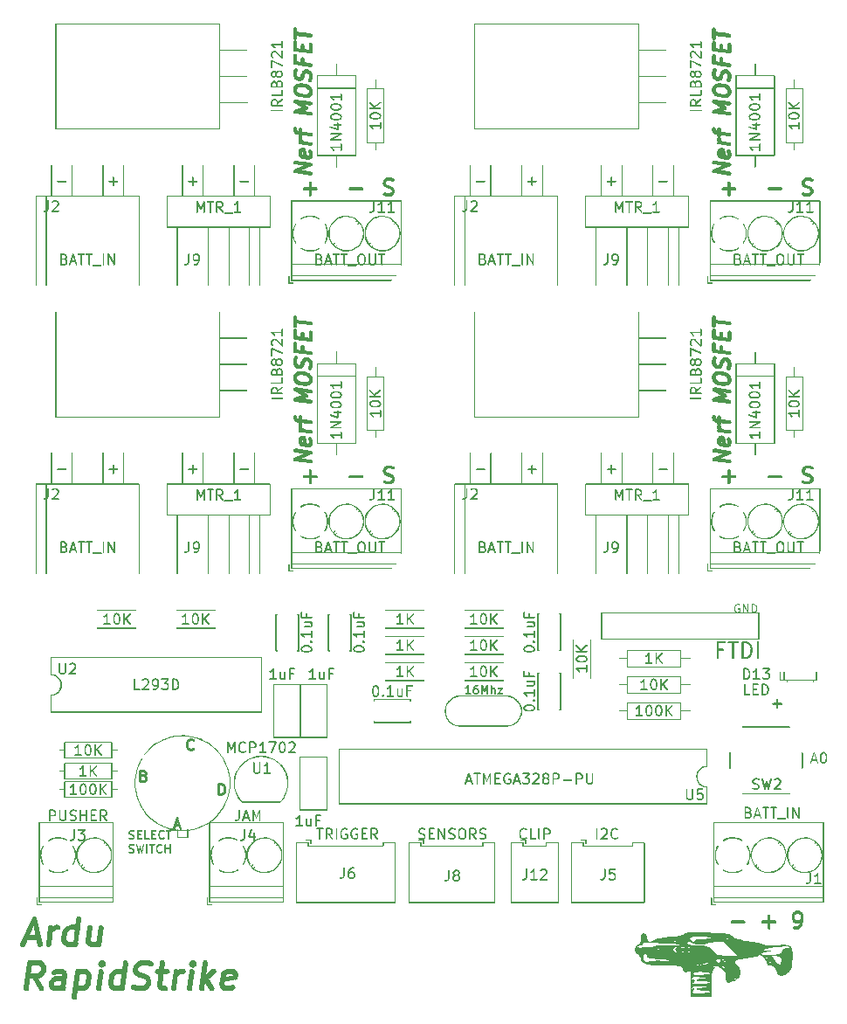
<source format=gto>
%MOIN*%
%OFA0B0*%
%FSLAX44Y44*%
%IPPOS*%
%LPD*%
G36*
X00014414Y00020156D02*
G01*
X00014432Y00020158D01*
X00014449Y00020168D01*
X00014461Y00020181D01*
X00014470Y00020197D01*
X00014473Y00020215D01*
X00014470Y00020234D01*
X00014461Y00020250D01*
X00014449Y00020263D01*
X00014432Y00020272D01*
X00014348Y00020299D01*
X00014330Y00020303D01*
X00014312Y00020299D01*
X00014295Y00020291D01*
X00014281Y00020278D01*
X00014273Y00020261D01*
X00014271Y00020243D01*
X00014273Y00020225D01*
X00014281Y00020209D01*
X00014295Y00020196D01*
X00014312Y00020187D01*
X00014395Y00020158D01*
X00014414Y00020156D01*
G37*
G36*
X00014555Y00020156D02*
G01*
X00014573Y00020158D01*
X00014589Y00020168D01*
X00014603Y00020181D01*
X00014611Y00020197D01*
X00014614Y00020215D01*
X00014611Y00020234D01*
X00014603Y00020250D01*
X00014589Y00020263D01*
X00014573Y00020272D01*
X00014555Y00020274D01*
X00014414Y00020274D01*
X00014395Y00020272D01*
X00014379Y00020263D01*
X00014366Y00020250D01*
X00014358Y00020234D01*
X00014355Y00020215D01*
X00014358Y00020197D01*
X00014366Y00020181D01*
X00014379Y00020168D01*
X00014395Y00020158D01*
X00014414Y00020156D01*
X00014555Y00020156D01*
G37*
G36*
X00014555Y00020156D02*
G01*
X00014573Y00020158D01*
X00014629Y00020187D01*
X00014645Y00020196D01*
X00014659Y00020209D01*
X00014667Y00020225D01*
X00014670Y00020243D01*
X00014667Y00020261D01*
X00014659Y00020278D01*
X00014645Y00020291D01*
X00014629Y00020299D01*
X00014611Y00020303D01*
X00014593Y00020299D01*
X00014536Y00020272D01*
X00014519Y00020263D01*
X00014507Y00020250D01*
X00014499Y00020234D01*
X00014496Y00020215D01*
X00014499Y00020197D01*
X00014507Y00020181D01*
X00014519Y00020168D01*
X00014536Y00020158D01*
X00014555Y00020156D01*
G37*
G36*
X00014611Y00020184D02*
G01*
X00014629Y00020187D01*
X00014645Y00020196D01*
X00014686Y00020237D01*
X00014695Y00020253D01*
X00014697Y00020272D01*
X00014695Y00020290D01*
X00014686Y00020306D01*
X00014674Y00020318D01*
X00014657Y00020328D01*
X00014639Y00020331D01*
X00014621Y00020328D01*
X00014604Y00020318D01*
X00014563Y00020278D01*
X00014555Y00020261D01*
X00014552Y00020243D01*
X00014555Y00020225D01*
X00014563Y00020209D01*
X00014575Y00020196D01*
X00014593Y00020187D01*
X00014611Y00020184D01*
G37*
G36*
X00014639Y00020213D02*
G01*
X00014657Y00020215D01*
X00014674Y00020224D01*
X00014686Y00020237D01*
X00014695Y00020253D01*
X00014723Y00020310D01*
X00014726Y00020328D01*
X00014723Y00020346D01*
X00014715Y00020363D01*
X00014701Y00020376D01*
X00014685Y00020384D01*
X00014667Y00020387D01*
X00014649Y00020384D01*
X00014633Y00020376D01*
X00014619Y00020363D01*
X00014611Y00020346D01*
X00014583Y00020290D01*
X00014579Y00020272D01*
X00014583Y00020253D01*
X00014591Y00020237D01*
X00014604Y00020224D01*
X00014621Y00020215D01*
X00014639Y00020213D01*
G37*
G36*
X00014667Y00020269D02*
G01*
X00014685Y00020272D01*
X00014701Y00020280D01*
X00014715Y00020293D01*
X00014723Y00020310D01*
X00014726Y00020328D01*
X00014726Y00020384D01*
X00014723Y00020402D01*
X00014715Y00020419D01*
X00014701Y00020432D01*
X00014685Y00020440D01*
X00014667Y00020442D01*
X00014649Y00020440D01*
X00014633Y00020432D01*
X00014619Y00020419D01*
X00014611Y00020402D01*
X00014608Y00020384D01*
X00014608Y00020328D01*
X00014611Y00020310D01*
X00014619Y00020293D01*
X00014633Y00020280D01*
X00014649Y00020272D01*
X00014667Y00020269D01*
G37*
G36*
X00014667Y00020325D02*
G01*
X00014685Y00020328D01*
X00014701Y00020336D01*
X00014715Y00020349D01*
X00014723Y00020366D01*
X00014726Y00020384D01*
X00014723Y00020402D01*
X00014695Y00020459D01*
X00014686Y00020475D01*
X00014674Y00020488D01*
X00014657Y00020496D01*
X00014639Y00020499D01*
X00014621Y00020496D01*
X00014604Y00020488D01*
X00014591Y00020475D01*
X00014583Y00020459D01*
X00014579Y00020440D01*
X00014583Y00020421D01*
X00014611Y00020366D01*
X00014619Y00020349D01*
X00014633Y00020336D01*
X00014649Y00020328D01*
X00014667Y00020325D01*
G37*
G36*
X00014639Y00020381D02*
G01*
X00014657Y00020384D01*
X00014674Y00020393D01*
X00014686Y00020406D01*
X00014695Y00020421D01*
X00014697Y00020440D01*
X00014695Y00020459D01*
X00014686Y00020475D01*
X00014645Y00020516D01*
X00014629Y00020525D01*
X00014611Y00020527D01*
X00014593Y00020525D01*
X00014575Y00020516D01*
X00014563Y00020503D01*
X00014555Y00020487D01*
X00014552Y00020468D01*
X00014555Y00020450D01*
X00014563Y00020434D01*
X00014604Y00020393D01*
X00014621Y00020384D01*
X00014639Y00020381D01*
G37*
G36*
X00014611Y00020409D02*
G01*
X00014629Y00020412D01*
X00014645Y00020421D01*
X00014659Y00020434D01*
X00014667Y00020450D01*
X00014670Y00020468D01*
X00014667Y00020487D01*
X00014659Y00020503D01*
X00014645Y00020516D01*
X00014629Y00020525D01*
X00014573Y00020553D01*
X00014555Y00020556D01*
X00014536Y00020553D01*
X00014519Y00020543D01*
X00014507Y00020531D01*
X00014499Y00020515D01*
X00014496Y00020497D01*
X00014499Y00020478D01*
X00014507Y00020461D01*
X00014519Y00020449D01*
X00014536Y00020440D01*
X00014593Y00020412D01*
X00014611Y00020409D01*
G37*
G36*
X00014555Y00020438D02*
G01*
X00014573Y00020440D01*
X00014589Y00020449D01*
X00014603Y00020461D01*
X00014611Y00020478D01*
X00014614Y00020497D01*
X00014611Y00020515D01*
X00014603Y00020531D01*
X00014589Y00020543D01*
X00014573Y00020553D01*
X00014459Y00020581D01*
X00014442Y00020583D01*
X00014423Y00020581D01*
X00014408Y00020572D01*
X00014393Y00020559D01*
X00014386Y00020543D01*
X00014383Y00020525D01*
X00014386Y00020506D01*
X00014393Y00020490D01*
X00014408Y00020477D01*
X00014423Y00020469D01*
X00014536Y00020440D01*
X00014555Y00020438D01*
G37*
G36*
X00014442Y00020466D02*
G01*
X00014459Y00020469D01*
X00014477Y00020477D01*
X00014490Y00020490D01*
X00014498Y00020506D01*
X00014501Y00020525D01*
X00014498Y00020543D01*
X00014490Y00020559D01*
X00014477Y00020572D01*
X00014459Y00020581D01*
X00014403Y00020609D01*
X00014386Y00020612D01*
X00014368Y00020609D01*
X00014351Y00020601D01*
X00014337Y00020588D01*
X00014330Y00020571D01*
X00014327Y00020553D01*
X00014330Y00020535D01*
X00014337Y00020518D01*
X00014351Y00020505D01*
X00014368Y00020497D01*
X00014423Y00020469D01*
X00014442Y00020466D01*
G37*
G36*
X00014386Y00020494D02*
G01*
X00014403Y00020497D01*
X00014421Y00020505D01*
X00014434Y00020518D01*
X00014442Y00020535D01*
X00014444Y00020553D01*
X00014442Y00020571D01*
X00014434Y00020588D01*
X00014421Y00020601D01*
X00014393Y00020629D01*
X00014376Y00020637D01*
X00014358Y00020640D01*
X00014339Y00020637D01*
X00014322Y00020629D01*
X00014310Y00020616D01*
X00014302Y00020599D01*
X00014299Y00020581D01*
X00014302Y00020562D01*
X00014310Y00020546D01*
X00014337Y00020518D01*
X00014351Y00020505D01*
X00014368Y00020497D01*
X00014386Y00020494D01*
G37*
G36*
X00014358Y00020522D02*
G01*
X00014376Y00020525D01*
X00014393Y00020533D01*
X00014406Y00020546D01*
X00014414Y00020562D01*
X00014417Y00020581D01*
X00014414Y00020599D01*
X00014386Y00020655D01*
X00014378Y00020672D01*
X00014363Y00020684D01*
X00014348Y00020693D01*
X00014330Y00020696D01*
X00014312Y00020693D01*
X00014295Y00020684D01*
X00014281Y00020672D01*
X00014273Y00020655D01*
X00014271Y00020637D01*
X00014273Y00020619D01*
X00014302Y00020562D01*
X00014310Y00020546D01*
X00014322Y00020533D01*
X00014339Y00020525D01*
X00014358Y00020522D01*
G37*
G36*
X00014330Y00020578D02*
G01*
X00014348Y00020581D01*
X00014363Y00020589D01*
X00014378Y00020602D01*
X00014386Y00020619D01*
X00014389Y00020637D01*
X00014389Y00020693D01*
X00014386Y00020712D01*
X00014378Y00020728D01*
X00014363Y00020741D01*
X00014348Y00020750D01*
X00014330Y00020752D01*
X00014312Y00020750D01*
X00014295Y00020741D01*
X00014281Y00020728D01*
X00014273Y00020712D01*
X00014271Y00020693D01*
X00014271Y00020637D01*
X00014273Y00020619D01*
X00014281Y00020602D01*
X00014295Y00020589D01*
X00014312Y00020581D01*
X00014330Y00020578D01*
G37*
G36*
X00014330Y00020634D02*
G01*
X00014348Y00020637D01*
X00014363Y00020646D01*
X00014378Y00020659D01*
X00014386Y00020675D01*
X00014414Y00020731D01*
X00014417Y00020750D01*
X00014414Y00020768D01*
X00014406Y00020783D01*
X00014393Y00020797D01*
X00014376Y00020806D01*
X00014358Y00020809D01*
X00014339Y00020806D01*
X00014322Y00020797D01*
X00014310Y00020783D01*
X00014302Y00020768D01*
X00014273Y00020712D01*
X00014271Y00020693D01*
X00014273Y00020675D01*
X00014281Y00020659D01*
X00014295Y00020646D01*
X00014312Y00020637D01*
X00014330Y00020634D01*
G37*
G36*
X00014358Y00020691D02*
G01*
X00014376Y00020693D01*
X00014393Y00020702D01*
X00014421Y00020730D01*
X00014434Y00020743D01*
X00014442Y00020760D01*
X00014444Y00020778D01*
X00014442Y00020796D01*
X00014434Y00020812D01*
X00014421Y00020825D01*
X00014403Y00020834D01*
X00014386Y00020837D01*
X00014368Y00020834D01*
X00014351Y00020825D01*
X00014337Y00020812D01*
X00014310Y00020783D01*
X00014302Y00020768D01*
X00014299Y00020750D01*
X00014302Y00020731D01*
X00014310Y00020715D01*
X00014322Y00020702D01*
X00014339Y00020693D01*
X00014358Y00020691D01*
G37*
G36*
X00014386Y00020719D02*
G01*
X00014403Y00020722D01*
X00014459Y00020750D01*
X00014477Y00020758D01*
X00014490Y00020771D01*
X00014498Y00020788D01*
X00014501Y00020806D01*
X00014498Y00020823D01*
X00014490Y00020841D01*
X00014477Y00020854D01*
X00014459Y00020862D01*
X00014442Y00020865D01*
X00014423Y00020862D01*
X00014368Y00020834D01*
X00014351Y00020825D01*
X00014337Y00020812D01*
X00014330Y00020796D01*
X00014327Y00020778D01*
X00014330Y00020760D01*
X00014337Y00020743D01*
X00014351Y00020730D01*
X00014368Y00020722D01*
X00014386Y00020719D01*
G37*
G36*
X00014583Y00020747D02*
G01*
X00014601Y00020750D01*
X00014618Y00020758D01*
X00014631Y00020771D01*
X00014639Y00020788D01*
X00014641Y00020806D01*
X00014639Y00020823D01*
X00014631Y00020841D01*
X00014618Y00020854D01*
X00014601Y00020862D01*
X00014583Y00020865D01*
X00014442Y00020865D01*
X00014423Y00020862D01*
X00014408Y00020854D01*
X00014393Y00020841D01*
X00014386Y00020823D01*
X00014383Y00020806D01*
X00014386Y00020788D01*
X00014393Y00020771D01*
X00014408Y00020758D01*
X00014423Y00020750D01*
X00014442Y00020747D01*
X00014583Y00020747D01*
G37*
G36*
X00014667Y00020719D02*
G01*
X00014685Y00020722D01*
X00014701Y00020730D01*
X00014715Y00020743D01*
X00014723Y00020760D01*
X00014726Y00020778D01*
X00014723Y00020796D01*
X00014715Y00020812D01*
X00014701Y00020825D01*
X00014685Y00020834D01*
X00014601Y00020862D01*
X00014583Y00020865D01*
X00014564Y00020862D01*
X00014548Y00020854D01*
X00014535Y00020841D01*
X00014527Y00020823D01*
X00014523Y00020806D01*
X00014527Y00020788D01*
X00014535Y00020771D01*
X00014548Y00020758D01*
X00014564Y00020750D01*
X00014649Y00020722D01*
X00014667Y00020719D01*
G37*
G36*
X00013473Y00020381D02*
G01*
X00013491Y00020384D01*
X00013508Y00020393D01*
X00013521Y00020406D01*
X00013530Y00020421D01*
X00013533Y00020440D01*
X00013530Y00020459D01*
X00013521Y00020475D01*
X00013508Y00020488D01*
X00013491Y00020496D01*
X00013473Y00020499D01*
X00013024Y00020499D01*
X00013005Y00020496D01*
X00012989Y00020488D01*
X00012976Y00020475D01*
X00012967Y00020459D01*
X00012964Y00020440D01*
X00012967Y00020421D01*
X00012976Y00020406D01*
X00012989Y00020393D01*
X00013005Y00020384D01*
X00013024Y00020381D01*
X00013473Y00020381D01*
G37*
G36*
X00011722Y00020381D02*
G01*
X00011742Y00020384D01*
X00011758Y00020393D01*
X00011771Y00020406D01*
X00011780Y00020421D01*
X00011782Y00020440D01*
X00011780Y00020459D01*
X00011771Y00020475D01*
X00011758Y00020488D01*
X00011742Y00020496D01*
X00011722Y00020499D01*
X00011274Y00020499D01*
X00011255Y00020496D01*
X00011238Y00020488D01*
X00011226Y00020475D01*
X00011217Y00020459D01*
X00011214Y00020440D01*
X00011217Y00020421D01*
X00011226Y00020406D01*
X00011238Y00020393D01*
X00011255Y00020384D01*
X00011274Y00020381D01*
X00011722Y00020381D01*
G37*
G36*
X00011499Y00020156D02*
G01*
X00011517Y00020158D01*
X00011533Y00020168D01*
X00011546Y00020181D01*
X00011555Y00020197D01*
X00011558Y00020215D01*
X00011558Y00020665D01*
X00011555Y00020684D01*
X00011546Y00020700D01*
X00011533Y00020713D01*
X00011517Y00020721D01*
X00011499Y00020724D01*
X00011480Y00020721D01*
X00011464Y00020713D01*
X00011451Y00020700D01*
X00011442Y00020684D01*
X00011439Y00020665D01*
X00011439Y00020215D01*
X00011442Y00020197D01*
X00011451Y00020181D01*
X00011464Y00020168D01*
X00011480Y00020158D01*
X00011499Y00020156D01*
G37*
G36*
X00011516Y00020954D02*
G01*
X00011538Y00020957D01*
X00011559Y00020968D01*
X00011575Y00020984D01*
X00011586Y00021004D01*
X00011589Y00021027D01*
X00011586Y00021050D01*
X00011575Y00021071D01*
X00011559Y00021086D01*
X00011538Y00021098D01*
X00011516Y00021101D01*
X00010925Y00021175D01*
X00010902Y00021172D01*
X00010882Y00021161D01*
X00010865Y00021145D01*
X00010855Y00021124D01*
X00010851Y00021101D01*
X00010855Y00021079D01*
X00010865Y00021058D01*
X00010882Y00021042D01*
X00010902Y00021031D01*
X00010925Y00021027D01*
X00011516Y00020954D01*
G37*
G36*
X00010925Y00021027D02*
G01*
X00010948Y00021031D01*
X00011538Y00021295D01*
X00011559Y00021305D01*
X00011575Y00021322D01*
X00011586Y00021342D01*
X00011589Y00021365D01*
X00011586Y00021387D01*
X00011575Y00021408D01*
X00011559Y00021425D01*
X00011538Y00021435D01*
X00011516Y00021439D01*
X00011493Y00021435D01*
X00010902Y00021172D01*
X00010882Y00021161D01*
X00010865Y00021145D01*
X00010855Y00021124D01*
X00010851Y00021101D01*
X00010855Y00021079D01*
X00010865Y00021058D01*
X00010882Y00021042D01*
X00010902Y00021031D01*
X00010925Y00021027D01*
G37*
G36*
X00011516Y00021291D02*
G01*
X00011538Y00021295D01*
X00011559Y00021305D01*
X00011575Y00021322D01*
X00011586Y00021342D01*
X00011589Y00021365D01*
X00011586Y00021387D01*
X00011575Y00021408D01*
X00011559Y00021425D01*
X00011538Y00021435D01*
X00011516Y00021439D01*
X00010925Y00021513D01*
X00010902Y00021509D01*
X00010882Y00021499D01*
X00010865Y00021482D01*
X00010855Y00021462D01*
X00010851Y00021439D01*
X00010855Y00021416D01*
X00010865Y00021395D01*
X00010882Y00021379D01*
X00010902Y00021368D01*
X00010925Y00021365D01*
X00011516Y00021291D01*
G37*
G36*
X00011516Y00021741D02*
G01*
X00011538Y00021745D01*
X00011559Y00021755D01*
X00011575Y00021772D01*
X00011586Y00021791D01*
X00011589Y00021815D01*
X00011586Y00021838D01*
X00011558Y00021898D01*
X00011547Y00021918D01*
X00011531Y00021934D01*
X00011510Y00021945D01*
X00011488Y00021949D01*
X00011465Y00021945D01*
X00011444Y00021934D01*
X00011428Y00021918D01*
X00011417Y00021898D01*
X00011414Y00021875D01*
X00011417Y00021852D01*
X00011445Y00021791D01*
X00011456Y00021772D01*
X00011472Y00021755D01*
X00011493Y00021745D01*
X00011516Y00021741D01*
G37*
G36*
X00011516Y00021629D02*
G01*
X00011538Y00021631D01*
X00011559Y00021643D01*
X00011575Y00021659D01*
X00011586Y00021680D01*
X00011589Y00021702D01*
X00011589Y00021815D01*
X00011586Y00021838D01*
X00011575Y00021858D01*
X00011559Y00021875D01*
X00011538Y00021885D01*
X00011516Y00021889D01*
X00011493Y00021885D01*
X00011472Y00021875D01*
X00011456Y00021858D01*
X00011445Y00021838D01*
X00011442Y00021815D01*
X00011442Y00021702D01*
X00011445Y00021680D01*
X00011456Y00021659D01*
X00011472Y00021643D01*
X00011493Y00021631D01*
X00011516Y00021629D01*
G37*
G36*
X00011488Y00021576D02*
G01*
X00011510Y00021580D01*
X00011531Y00021589D01*
X00011547Y00021606D01*
X00011575Y00021659D01*
X00011586Y00021680D01*
X00011589Y00021702D01*
X00011586Y00021725D01*
X00011575Y00021746D01*
X00011559Y00021762D01*
X00011538Y00021772D01*
X00011516Y00021776D01*
X00011493Y00021772D01*
X00011472Y00021762D01*
X00011456Y00021746D01*
X00011428Y00021692D01*
X00011417Y00021673D01*
X00011414Y00021650D01*
X00011417Y00021627D01*
X00011428Y00021606D01*
X00011444Y00021589D01*
X00011465Y00021580D01*
X00011488Y00021576D01*
G37*
G36*
X00011431Y00021555D02*
G01*
X00011454Y00021558D01*
X00011510Y00021580D01*
X00011531Y00021589D01*
X00011547Y00021606D01*
X00011558Y00021627D01*
X00011560Y00021650D01*
X00011558Y00021673D01*
X00011547Y00021692D01*
X00011531Y00021709D01*
X00011510Y00021720D01*
X00011488Y00021724D01*
X00011465Y00021720D01*
X00011408Y00021699D01*
X00011388Y00021688D01*
X00011372Y00021671D01*
X00011361Y00021650D01*
X00011357Y00021629D01*
X00011361Y00021606D01*
X00011372Y00021585D01*
X00011388Y00021568D01*
X00011408Y00021558D01*
X00011431Y00021555D01*
G37*
G36*
X00011431Y00021555D02*
G01*
X00011454Y00021558D01*
X00011475Y00021568D01*
X00011491Y00021585D01*
X00011500Y00021606D01*
X00011505Y00021629D01*
X00011500Y00021650D01*
X00011491Y00021671D01*
X00011475Y00021688D01*
X00011454Y00021699D01*
X00011431Y00021702D01*
X00011206Y00021730D01*
X00011184Y00021727D01*
X00011163Y00021717D01*
X00011147Y00021700D01*
X00011136Y00021680D01*
X00011132Y00021657D01*
X00011136Y00021634D01*
X00011147Y00021613D01*
X00011163Y00021597D01*
X00011184Y00021587D01*
X00011206Y00021583D01*
X00011431Y00021555D01*
G37*
G36*
X00011206Y00021583D02*
G01*
X00011229Y00021587D01*
X00011250Y00021597D01*
X00011266Y00021613D01*
X00011277Y00021634D01*
X00011279Y00021657D01*
X00011277Y00021680D01*
X00011266Y00021700D01*
X00011250Y00021717D01*
X00011193Y00021751D01*
X00011173Y00021762D01*
X00011150Y00021766D01*
X00011127Y00021762D01*
X00011107Y00021751D01*
X00011090Y00021735D01*
X00011080Y00021715D01*
X00011076Y00021692D01*
X00011080Y00021669D01*
X00011090Y00021649D01*
X00011107Y00021631D01*
X00011163Y00021597D01*
X00011184Y00021587D01*
X00011206Y00021583D01*
G37*
G36*
X00011150Y00021618D02*
G01*
X00011173Y00021622D01*
X00011193Y00021631D01*
X00011210Y00021649D01*
X00011220Y00021669D01*
X00011224Y00021692D01*
X00011220Y00021715D01*
X00011192Y00021775D01*
X00011182Y00021795D01*
X00011165Y00021810D01*
X00011145Y00021822D01*
X00011122Y00021826D01*
X00011099Y00021822D01*
X00011079Y00021810D01*
X00011062Y00021795D01*
X00011052Y00021775D01*
X00011048Y00021751D01*
X00011052Y00021729D01*
X00011080Y00021669D01*
X00011090Y00021649D01*
X00011107Y00021631D01*
X00011127Y00021622D01*
X00011150Y00021618D01*
G37*
G36*
X00011122Y00021678D02*
G01*
X00011145Y00021681D01*
X00011165Y00021692D01*
X00011182Y00021708D01*
X00011192Y00021729D01*
X00011196Y00021751D01*
X00011196Y00021864D01*
X00011192Y00021887D01*
X00011182Y00021908D01*
X00011165Y00021924D01*
X00011145Y00021934D01*
X00011122Y00021938D01*
X00011099Y00021934D01*
X00011079Y00021924D01*
X00011062Y00021908D01*
X00011052Y00021887D01*
X00011048Y00021864D01*
X00011048Y00021751D01*
X00011052Y00021729D01*
X00011062Y00021708D01*
X00011079Y00021692D01*
X00011099Y00021681D01*
X00011122Y00021678D01*
G37*
G36*
X00011122Y00021790D02*
G01*
X00011145Y00021793D01*
X00011165Y00021804D01*
X00011182Y00021821D01*
X00011210Y00021873D01*
X00011220Y00021894D01*
X00011224Y00021917D01*
X00011220Y00021940D01*
X00011210Y00021960D01*
X00011193Y00021977D01*
X00011173Y00021987D01*
X00011150Y00021991D01*
X00011127Y00021987D01*
X00011107Y00021977D01*
X00011090Y00021960D01*
X00011062Y00021908D01*
X00011052Y00021887D01*
X00011048Y00021864D01*
X00011052Y00021841D01*
X00011062Y00021821D01*
X00011079Y00021804D01*
X00011099Y00021793D01*
X00011122Y00021790D01*
G37*
G36*
X00011150Y00021843D02*
G01*
X00011173Y00021847D01*
X00011229Y00021868D01*
X00011250Y00021878D01*
X00011266Y00021894D01*
X00011277Y00021915D01*
X00011279Y00021938D01*
X00011277Y00021961D01*
X00011266Y00021981D01*
X00011250Y00021998D01*
X00011229Y00022008D01*
X00011206Y00022012D01*
X00011184Y00022008D01*
X00011127Y00021987D01*
X00011107Y00021977D01*
X00011090Y00021960D01*
X00011080Y00021940D01*
X00011076Y00021917D01*
X00011080Y00021894D01*
X00011090Y00021873D01*
X00011107Y00021857D01*
X00011127Y00021847D01*
X00011150Y00021843D01*
G37*
G36*
X00011263Y00021857D02*
G01*
X00011285Y00021861D01*
X00011306Y00021871D01*
X00011322Y00021888D01*
X00011333Y00021908D01*
X00011336Y00021931D01*
X00011333Y00021953D01*
X00011322Y00021974D01*
X00011306Y00021991D01*
X00011285Y00022001D01*
X00011263Y00022005D01*
X00011206Y00022012D01*
X00011184Y00022008D01*
X00011163Y00021998D01*
X00011147Y00021981D01*
X00011136Y00021961D01*
X00011132Y00021938D01*
X00011136Y00021915D01*
X00011147Y00021894D01*
X00011163Y00021878D01*
X00011184Y00021868D01*
X00011206Y00021864D01*
X00011263Y00021857D01*
G37*
G36*
X00011318Y00021568D02*
G01*
X00011342Y00021573D01*
X00011362Y00021583D01*
X00011379Y00021599D01*
X00011389Y00021620D01*
X00011393Y00021643D01*
X00011389Y00021666D01*
X00011333Y00021953D01*
X00011322Y00021974D01*
X00011306Y00021991D01*
X00011285Y00022001D01*
X00011263Y00022005D01*
X00011240Y00022001D01*
X00011218Y00021991D01*
X00011203Y00021974D01*
X00011192Y00021953D01*
X00011189Y00021931D01*
X00011192Y00021908D01*
X00011249Y00021620D01*
X00011258Y00021599D01*
X00011275Y00021583D01*
X00011296Y00021573D01*
X00011318Y00021568D01*
G37*
G36*
X00011516Y00022079D02*
G01*
X00011538Y00022082D01*
X00011559Y00022093D01*
X00011575Y00022109D01*
X00011586Y00022130D01*
X00011589Y00022152D01*
X00011586Y00022174D01*
X00011575Y00022195D01*
X00011559Y00022212D01*
X00011538Y00022223D01*
X00011516Y00022226D01*
X00011122Y00022275D01*
X00011099Y00022272D01*
X00011079Y00022261D01*
X00011062Y00022245D01*
X00011052Y00022224D01*
X00011048Y00022202D01*
X00011052Y00022179D01*
X00011062Y00022158D01*
X00011079Y00022142D01*
X00011099Y00022131D01*
X00011122Y00022128D01*
X00011516Y00022079D01*
G37*
G36*
X00011234Y00022113D02*
G01*
X00011257Y00022117D01*
X00011278Y00022128D01*
X00011294Y00022144D01*
X00011305Y00022165D01*
X00011308Y00022188D01*
X00011305Y00022210D01*
X00011294Y00022231D01*
X00011278Y00022247D01*
X00011222Y00022282D01*
X00011201Y00022293D01*
X00011177Y00022296D01*
X00011155Y00022293D01*
X00011135Y00022282D01*
X00011117Y00022266D01*
X00011108Y00022246D01*
X00011104Y00022223D01*
X00011108Y00022200D01*
X00011117Y00022179D01*
X00011135Y00022163D01*
X00011191Y00022128D01*
X00011212Y00022117D01*
X00011234Y00022113D01*
G37*
G36*
X00011177Y00022149D02*
G01*
X00011201Y00022153D01*
X00011222Y00022163D01*
X00011238Y00022179D01*
X00011248Y00022200D01*
X00011252Y00022223D01*
X00011248Y00022246D01*
X00011238Y00022266D01*
X00011210Y00022298D01*
X00011193Y00022314D01*
X00011173Y00022325D01*
X00011150Y00022328D01*
X00011127Y00022325D01*
X00011107Y00022314D01*
X00011090Y00022298D01*
X00011080Y00022277D01*
X00011076Y00022254D01*
X00011080Y00022232D01*
X00011090Y00022211D01*
X00011117Y00022179D01*
X00011135Y00022163D01*
X00011155Y00022153D01*
X00011177Y00022149D01*
G37*
G36*
X00011150Y00022181D02*
G01*
X00011173Y00022184D01*
X00011193Y00022195D01*
X00011210Y00022211D01*
X00011220Y00022232D01*
X00011224Y00022254D01*
X00011220Y00022277D01*
X00011192Y00022336D01*
X00011182Y00022357D01*
X00011165Y00022374D01*
X00011145Y00022384D01*
X00011122Y00022388D01*
X00011099Y00022384D01*
X00011079Y00022374D01*
X00011062Y00022357D01*
X00011052Y00022336D01*
X00011048Y00022314D01*
X00011052Y00022291D01*
X00011080Y00022232D01*
X00011090Y00022211D01*
X00011107Y00022195D01*
X00011127Y00022184D01*
X00011150Y00022181D01*
G37*
G36*
X00011122Y00022240D02*
G01*
X00011145Y00022244D01*
X00011165Y00022254D01*
X00011182Y00022271D01*
X00011192Y00022291D01*
X00011196Y00022314D01*
X00011196Y00022370D01*
X00011192Y00022393D01*
X00011182Y00022414D01*
X00011165Y00022430D01*
X00011145Y00022441D01*
X00011122Y00022444D01*
X00011099Y00022441D01*
X00011079Y00022430D01*
X00011062Y00022414D01*
X00011052Y00022393D01*
X00011048Y00022370D01*
X00011048Y00022314D01*
X00011052Y00022291D01*
X00011062Y00022271D01*
X00011079Y00022254D01*
X00011099Y00022244D01*
X00011122Y00022240D01*
G37*
G36*
X00011122Y00022409D02*
G01*
X00011145Y00022413D01*
X00011165Y00022423D01*
X00011182Y00022439D01*
X00011192Y00022460D01*
X00011196Y00022483D01*
X00011196Y00022708D01*
X00011192Y00022731D01*
X00011182Y00022751D01*
X00011165Y00022768D01*
X00011145Y00022778D01*
X00011122Y00022782D01*
X00011099Y00022778D01*
X00011079Y00022768D01*
X00011062Y00022751D01*
X00011052Y00022731D01*
X00011048Y00022708D01*
X00011048Y00022483D01*
X00011052Y00022460D01*
X00011062Y00022439D01*
X00011079Y00022423D01*
X00011099Y00022413D01*
X00011122Y00022409D01*
G37*
G36*
X00011516Y00022444D02*
G01*
X00011538Y00022448D01*
X00011559Y00022458D01*
X00011575Y00022475D01*
X00011586Y00022495D01*
X00011589Y00022517D01*
X00011586Y00022541D01*
X00011575Y00022561D01*
X00011559Y00022578D01*
X00011538Y00022588D01*
X00011516Y00022592D01*
X00011009Y00022655D01*
X00010987Y00022651D01*
X00010966Y00022641D01*
X00010950Y00022625D01*
X00010939Y00022604D01*
X00010935Y00022581D01*
X00010939Y00022557D01*
X00010950Y00022538D01*
X00010966Y00022522D01*
X00010987Y00022511D01*
X00011009Y00022507D01*
X00011516Y00022444D01*
G37*
G36*
X00011009Y00022507D02*
G01*
X00011032Y00022511D01*
X00011053Y00022522D01*
X00011069Y00022538D01*
X00011080Y00022557D01*
X00011083Y00022581D01*
X00011080Y00022604D01*
X00011069Y00022625D01*
X00011053Y00022641D01*
X00010996Y00022676D01*
X00010976Y00022687D01*
X00010953Y00022690D01*
X00010930Y00022687D01*
X00010910Y00022676D01*
X00010893Y00022660D01*
X00010883Y00022639D01*
X00010879Y00022616D01*
X00010883Y00022594D01*
X00010893Y00022573D01*
X00010910Y00022557D01*
X00010966Y00022522D01*
X00010987Y00022511D01*
X00011009Y00022507D01*
G37*
G36*
X00010953Y00022543D02*
G01*
X00010976Y00022546D01*
X00010996Y00022557D01*
X00011013Y00022573D01*
X00011023Y00022594D01*
X00011027Y00022616D01*
X00011023Y00022639D01*
X00010995Y00022698D01*
X00010985Y00022719D01*
X00010968Y00022736D01*
X00010948Y00022746D01*
X00010925Y00022750D01*
X00010902Y00022746D01*
X00010882Y00022736D01*
X00010865Y00022719D01*
X00010855Y00022698D01*
X00010851Y00022676D01*
X00010855Y00022653D01*
X00010883Y00022594D01*
X00010893Y00022573D01*
X00010910Y00022557D01*
X00010930Y00022546D01*
X00010953Y00022543D01*
G37*
G36*
X00010925Y00022602D02*
G01*
X00010948Y00022606D01*
X00010968Y00022616D01*
X00010985Y00022633D01*
X00010995Y00022653D01*
X00010999Y00022676D01*
X00010999Y00022732D01*
X00010995Y00022755D01*
X00010985Y00022776D01*
X00010968Y00022792D01*
X00010948Y00022803D01*
X00010925Y00022806D01*
X00010902Y00022803D01*
X00010882Y00022792D01*
X00010865Y00022776D01*
X00010855Y00022755D01*
X00010851Y00022732D01*
X00010851Y00022676D01*
X00010855Y00022653D01*
X00010865Y00022633D01*
X00010882Y00022616D01*
X00010902Y00022606D01*
X00010925Y00022602D01*
G37*
G36*
X00011516Y00023232D02*
G01*
X00011538Y00023235D01*
X00011559Y00023246D01*
X00011575Y00023262D01*
X00011586Y00023283D01*
X00011589Y00023304D01*
X00011586Y00023328D01*
X00011575Y00023349D01*
X00011559Y00023365D01*
X00011538Y00023376D01*
X00011516Y00023379D01*
X00010925Y00023453D01*
X00010902Y00023449D01*
X00010882Y00023439D01*
X00010865Y00023423D01*
X00010855Y00023402D01*
X00010851Y00023379D01*
X00010855Y00023356D01*
X00010865Y00023336D01*
X00010882Y00023320D01*
X00010902Y00023309D01*
X00010925Y00023304D01*
X00011516Y00023232D01*
G37*
G36*
X00010925Y00023304D02*
G01*
X00010948Y00023309D01*
X00011370Y00023453D01*
X00011390Y00023464D01*
X00011407Y00023480D01*
X00011417Y00023501D01*
X00011420Y00023523D01*
X00011417Y00023546D01*
X00011407Y00023567D01*
X00011390Y00023583D01*
X00011370Y00023594D01*
X00011347Y00023597D01*
X00011324Y00023594D01*
X00010902Y00023449D01*
X00010882Y00023439D01*
X00010865Y00023423D01*
X00010855Y00023402D01*
X00010851Y00023379D01*
X00010855Y00023356D01*
X00010865Y00023336D01*
X00010882Y00023320D01*
X00010902Y00023309D01*
X00010925Y00023304D01*
G37*
G36*
X00011347Y00023450D02*
G01*
X00011370Y00023453D01*
X00011390Y00023464D01*
X00011407Y00023480D01*
X00011417Y00023501D01*
X00011420Y00023523D01*
X00011417Y00023546D01*
X00011407Y00023567D01*
X00011390Y00023583D01*
X00010968Y00023833D01*
X00010948Y00023843D01*
X00010925Y00023847D01*
X00010902Y00023843D01*
X00010882Y00023833D01*
X00010865Y00023816D01*
X00010855Y00023796D01*
X00010851Y00023773D01*
X00010855Y00023750D01*
X00010865Y00023730D01*
X00010882Y00023713D01*
X00011304Y00023464D01*
X00011324Y00023453D01*
X00011347Y00023450D01*
G37*
G36*
X00011516Y00023625D02*
G01*
X00011538Y00023628D01*
X00011559Y00023639D01*
X00011575Y00023656D01*
X00011586Y00023676D01*
X00011589Y00023699D01*
X00011586Y00023722D01*
X00011575Y00023742D01*
X00011559Y00023759D01*
X00011538Y00023769D01*
X00011516Y00023773D01*
X00010925Y00023847D01*
X00010902Y00023843D01*
X00010882Y00023833D01*
X00010865Y00023816D01*
X00010855Y00023796D01*
X00010851Y00023773D01*
X00010855Y00023750D01*
X00010865Y00023730D01*
X00010882Y00023713D01*
X00010902Y00023703D01*
X00010925Y00023699D01*
X00011516Y00023625D01*
G37*
G36*
X00010925Y00024093D02*
G01*
X00010948Y00024096D01*
X00010968Y00024107D01*
X00010985Y00024123D01*
X00010995Y00024144D01*
X00010999Y00024167D01*
X00010999Y00024279D01*
X00010995Y00024302D01*
X00010985Y00024323D01*
X00010968Y00024339D01*
X00010948Y00024349D01*
X00010925Y00024352D01*
X00010902Y00024349D01*
X00010882Y00024339D01*
X00010865Y00024323D01*
X00010855Y00024302D01*
X00010851Y00024279D01*
X00010851Y00024167D01*
X00010855Y00024144D01*
X00010865Y00024123D01*
X00010882Y00024107D01*
X00010902Y00024096D01*
X00010925Y00024093D01*
G37*
G36*
X00010925Y00024205D02*
G01*
X00010948Y00024209D01*
X00010968Y00024219D01*
X00010985Y00024236D01*
X00011013Y00024288D01*
X00011023Y00024309D01*
X00011027Y00024331D01*
X00011023Y00024355D01*
X00011013Y00024375D01*
X00010996Y00024392D01*
X00010976Y00024402D01*
X00010953Y00024406D01*
X00010930Y00024402D01*
X00010910Y00024392D01*
X00010893Y00024375D01*
X00010865Y00024323D01*
X00010855Y00024302D01*
X00010851Y00024279D01*
X00010855Y00024256D01*
X00010865Y00024236D01*
X00010882Y00024219D01*
X00010902Y00024209D01*
X00010925Y00024205D01*
G37*
G36*
X00010953Y00024258D02*
G01*
X00010976Y00024262D01*
X00010996Y00024272D01*
X00011053Y00024321D01*
X00011069Y00024338D01*
X00011080Y00024358D01*
X00011083Y00024381D01*
X00011080Y00024404D01*
X00011069Y00024424D01*
X00011053Y00024441D01*
X00011032Y00024451D01*
X00011009Y00024455D01*
X00010987Y00024451D01*
X00010966Y00024441D01*
X00010910Y00024392D01*
X00010893Y00024375D01*
X00010883Y00024355D01*
X00010879Y00024331D01*
X00010883Y00024309D01*
X00010893Y00024288D01*
X00010910Y00024272D01*
X00010930Y00024262D01*
X00010953Y00024258D01*
G37*
G36*
X00011009Y00024307D02*
G01*
X00011122Y00024321D01*
X00011145Y00024325D01*
X00011165Y00024335D01*
X00011182Y00024352D01*
X00011192Y00024371D01*
X00011196Y00024394D01*
X00011192Y00024418D01*
X00011182Y00024439D01*
X00011165Y00024455D01*
X00011145Y00024465D01*
X00011122Y00024469D01*
X00011009Y00024455D01*
X00010987Y00024451D01*
X00010966Y00024441D01*
X00010950Y00024424D01*
X00010939Y00024404D01*
X00010935Y00024381D01*
X00010939Y00024358D01*
X00010950Y00024338D01*
X00010966Y00024321D01*
X00010987Y00024310D01*
X00011009Y00024307D01*
G37*
G36*
X00011318Y00024297D02*
G01*
X00011342Y00024300D01*
X00011362Y00024310D01*
X00011379Y00024327D01*
X00011389Y00024348D01*
X00011393Y00024371D01*
X00011389Y00024392D01*
X00011379Y00024413D01*
X00011362Y00024430D01*
X00011342Y00024441D01*
X00011318Y00024444D01*
X00011122Y00024469D01*
X00011099Y00024465D01*
X00011079Y00024455D01*
X00011062Y00024439D01*
X00011052Y00024418D01*
X00011048Y00024394D01*
X00011052Y00024371D01*
X00011062Y00024352D01*
X00011079Y00024335D01*
X00011099Y00024325D01*
X00011122Y00024321D01*
X00011318Y00024297D01*
G37*
G36*
X00011431Y00024255D02*
G01*
X00011454Y00024258D01*
X00011475Y00024269D01*
X00011491Y00024285D01*
X00011500Y00024306D01*
X00011505Y00024328D01*
X00011500Y00024351D01*
X00011491Y00024371D01*
X00011475Y00024388D01*
X00011454Y00024399D01*
X00011342Y00024441D01*
X00011318Y00024444D01*
X00011296Y00024441D01*
X00011275Y00024430D01*
X00011258Y00024413D01*
X00011249Y00024392D01*
X00011245Y00024371D01*
X00011249Y00024348D01*
X00011258Y00024327D01*
X00011275Y00024310D01*
X00011296Y00024300D01*
X00011408Y00024258D01*
X00011431Y00024255D01*
G37*
G36*
X00011488Y00024190D02*
G01*
X00011510Y00024195D01*
X00011531Y00024205D01*
X00011547Y00024222D01*
X00011558Y00024242D01*
X00011560Y00024265D01*
X00011558Y00024288D01*
X00011547Y00024308D01*
X00011491Y00024371D01*
X00011475Y00024388D01*
X00011454Y00024399D01*
X00011431Y00024402D01*
X00011408Y00024399D01*
X00011388Y00024388D01*
X00011372Y00024371D01*
X00011361Y00024351D01*
X00011357Y00024328D01*
X00011361Y00024306D01*
X00011372Y00024285D01*
X00011428Y00024222D01*
X00011444Y00024205D01*
X00011465Y00024195D01*
X00011488Y00024190D01*
G37*
G36*
X00011516Y00024131D02*
G01*
X00011538Y00024135D01*
X00011559Y00024146D01*
X00011575Y00024162D01*
X00011586Y00024182D01*
X00011589Y00024205D01*
X00011586Y00024228D01*
X00011558Y00024288D01*
X00011547Y00024308D01*
X00011531Y00024325D01*
X00011510Y00024335D01*
X00011488Y00024339D01*
X00011465Y00024335D01*
X00011444Y00024325D01*
X00011428Y00024308D01*
X00011417Y00024288D01*
X00011414Y00024265D01*
X00011417Y00024242D01*
X00011445Y00024182D01*
X00011456Y00024162D01*
X00011472Y00024146D01*
X00011493Y00024135D01*
X00011516Y00024131D01*
G37*
G36*
X00011516Y00024019D02*
G01*
X00011538Y00024023D01*
X00011559Y00024033D01*
X00011575Y00024049D01*
X00011586Y00024070D01*
X00011589Y00024093D01*
X00011589Y00024205D01*
X00011586Y00024228D01*
X00011575Y00024249D01*
X00011559Y00024265D01*
X00011538Y00024275D01*
X00011516Y00024279D01*
X00011493Y00024275D01*
X00011472Y00024265D01*
X00011456Y00024249D01*
X00011445Y00024228D01*
X00011442Y00024205D01*
X00011442Y00024093D01*
X00011445Y00024070D01*
X00011456Y00024049D01*
X00011472Y00024033D01*
X00011493Y00024023D01*
X00011516Y00024019D01*
G37*
G36*
X00011488Y00023966D02*
G01*
X00011510Y00023969D01*
X00011531Y00023980D01*
X00011547Y00023997D01*
X00011575Y00024049D01*
X00011586Y00024070D01*
X00011589Y00024093D01*
X00011586Y00024116D01*
X00011575Y00024136D01*
X00011559Y00024152D01*
X00011538Y00024163D01*
X00011516Y00024167D01*
X00011493Y00024163D01*
X00011472Y00024152D01*
X00011456Y00024136D01*
X00011428Y00024083D01*
X00011417Y00024063D01*
X00011414Y00024040D01*
X00011417Y00024017D01*
X00011428Y00023997D01*
X00011444Y00023980D01*
X00011465Y00023969D01*
X00011488Y00023966D01*
G37*
G36*
X00011431Y00023917D02*
G01*
X00011454Y00023921D01*
X00011475Y00023931D01*
X00011531Y00023980D01*
X00011547Y00023997D01*
X00011558Y00024017D01*
X00011560Y00024040D01*
X00011558Y00024063D01*
X00011547Y00024083D01*
X00011531Y00024100D01*
X00011510Y00024110D01*
X00011488Y00024114D01*
X00011465Y00024110D01*
X00011444Y00024100D01*
X00011388Y00024051D01*
X00011372Y00024034D01*
X00011361Y00024014D01*
X00011357Y00023990D01*
X00011361Y00023968D01*
X00011372Y00023947D01*
X00011388Y00023931D01*
X00011408Y00023921D01*
X00011431Y00023917D01*
G37*
G36*
X00011318Y00023903D02*
G01*
X00011431Y00023917D01*
X00011454Y00023921D01*
X00011475Y00023931D01*
X00011491Y00023947D01*
X00011500Y00023968D01*
X00011505Y00023990D01*
X00011500Y00024014D01*
X00011491Y00024034D01*
X00011475Y00024051D01*
X00011454Y00024061D01*
X00011431Y00024065D01*
X00011318Y00024051D01*
X00011296Y00024047D01*
X00011275Y00024037D01*
X00011258Y00024020D01*
X00011249Y00024000D01*
X00011245Y00023977D01*
X00011249Y00023954D01*
X00011258Y00023933D01*
X00011275Y00023917D01*
X00011296Y00023907D01*
X00011318Y00023903D01*
G37*
G36*
X00011318Y00023903D02*
G01*
X00011342Y00023907D01*
X00011362Y00023917D01*
X00011379Y00023933D01*
X00011389Y00023954D01*
X00011393Y00023977D01*
X00011389Y00024000D01*
X00011379Y00024020D01*
X00011362Y00024037D01*
X00011342Y00024047D01*
X00011318Y00024051D01*
X00011122Y00024075D01*
X00011099Y00024072D01*
X00011079Y00024061D01*
X00011062Y00024045D01*
X00011052Y00024024D01*
X00011048Y00024001D01*
X00011052Y00023979D01*
X00011062Y00023958D01*
X00011079Y00023942D01*
X00011099Y00023931D01*
X00011122Y00023927D01*
X00011318Y00023903D01*
G37*
G36*
X00011122Y00023927D02*
G01*
X00011145Y00023931D01*
X00011165Y00023942D01*
X00011182Y00023958D01*
X00011192Y00023979D01*
X00011196Y00024001D01*
X00011192Y00024024D01*
X00011182Y00024045D01*
X00011165Y00024061D01*
X00011145Y00024072D01*
X00011032Y00024114D01*
X00011009Y00024117D01*
X00010987Y00024114D01*
X00010966Y00024103D01*
X00010950Y00024087D01*
X00010939Y00024066D01*
X00010935Y00024044D01*
X00010939Y00024021D01*
X00010950Y00024000D01*
X00010966Y00023984D01*
X00010987Y00023973D01*
X00011099Y00023931D01*
X00011122Y00023927D01*
G37*
G36*
X00011009Y00023969D02*
G01*
X00011032Y00023973D01*
X00011053Y00023984D01*
X00011069Y00024000D01*
X00011080Y00024021D01*
X00011083Y00024044D01*
X00011080Y00024066D01*
X00011069Y00024087D01*
X00011013Y00024150D01*
X00010996Y00024167D01*
X00010976Y00024177D01*
X00010953Y00024181D01*
X00010930Y00024177D01*
X00010910Y00024167D01*
X00010893Y00024150D01*
X00010883Y00024129D01*
X00010879Y00024107D01*
X00010883Y00024084D01*
X00010893Y00024063D01*
X00010950Y00024000D01*
X00010966Y00023984D01*
X00010987Y00023973D01*
X00011009Y00023969D01*
G37*
G36*
X00010953Y00024033D02*
G01*
X00010976Y00024037D01*
X00010996Y00024047D01*
X00011013Y00024063D01*
X00011023Y00024084D01*
X00011027Y00024107D01*
X00011023Y00024129D01*
X00010995Y00024189D01*
X00010985Y00024210D01*
X00010968Y00024226D01*
X00010948Y00024237D01*
X00010925Y00024240D01*
X00010902Y00024237D01*
X00010882Y00024226D01*
X00010865Y00024210D01*
X00010855Y00024189D01*
X00010851Y00024167D01*
X00010855Y00024144D01*
X00010883Y00024084D01*
X00010893Y00024063D01*
X00010910Y00024047D01*
X00010930Y00024037D01*
X00010953Y00024033D01*
G37*
G36*
X00011488Y00024501D02*
G01*
X00011510Y00024504D01*
X00011531Y00024514D01*
X00011547Y00024531D01*
X00011558Y00024552D01*
X00011586Y00024632D01*
X00011589Y00024655D01*
X00011586Y00024678D01*
X00011575Y00024699D01*
X00011559Y00024714D01*
X00011538Y00024725D01*
X00011516Y00024729D01*
X00011493Y00024725D01*
X00011472Y00024714D01*
X00011456Y00024699D01*
X00011445Y00024678D01*
X00011417Y00024597D01*
X00011414Y00024573D01*
X00011417Y00024552D01*
X00011428Y00024531D01*
X00011444Y00024514D01*
X00011465Y00024504D01*
X00011488Y00024501D01*
G37*
G36*
X00011516Y00024581D02*
G01*
X00011538Y00024585D01*
X00011559Y00024596D01*
X00011575Y00024612D01*
X00011586Y00024632D01*
X00011589Y00024655D01*
X00011589Y00024796D01*
X00011586Y00024819D01*
X00011575Y00024839D01*
X00011559Y00024855D01*
X00011538Y00024866D01*
X00011516Y00024870D01*
X00011493Y00024866D01*
X00011472Y00024855D01*
X00011456Y00024839D01*
X00011445Y00024819D01*
X00011442Y00024796D01*
X00011442Y00024655D01*
X00011445Y00024632D01*
X00011456Y00024612D01*
X00011472Y00024596D01*
X00011493Y00024585D01*
X00011516Y00024581D01*
G37*
G36*
X00011516Y00024722D02*
G01*
X00011538Y00024726D01*
X00011559Y00024735D01*
X00011575Y00024752D01*
X00011586Y00024773D01*
X00011589Y00024796D01*
X00011586Y00024819D01*
X00011558Y00024878D01*
X00011547Y00024899D01*
X00011531Y00024915D01*
X00011510Y00024926D01*
X00011488Y00024929D01*
X00011465Y00024926D01*
X00011444Y00024915D01*
X00011428Y00024899D01*
X00011417Y00024878D01*
X00011414Y00024855D01*
X00011417Y00024833D01*
X00011445Y00024773D01*
X00011456Y00024752D01*
X00011472Y00024735D01*
X00011493Y00024726D01*
X00011516Y00024722D01*
G37*
G36*
X00011488Y00024782D02*
G01*
X00011510Y00024785D01*
X00011531Y00024796D01*
X00011547Y00024812D01*
X00011558Y00024833D01*
X00011560Y00024855D01*
X00011558Y00024878D01*
X00011547Y00024899D01*
X00011519Y00024931D01*
X00011503Y00024947D01*
X00011482Y00024956D01*
X00011459Y00024961D01*
X00011437Y00024956D01*
X00011416Y00024947D01*
X00011399Y00024931D01*
X00011389Y00024910D01*
X00011386Y00024887D01*
X00011389Y00024864D01*
X00011399Y00024844D01*
X00011428Y00024812D01*
X00011444Y00024796D01*
X00011465Y00024785D01*
X00011488Y00024782D01*
G37*
G36*
X00011459Y00024813D02*
G01*
X00011482Y00024817D01*
X00011503Y00024828D01*
X00011519Y00024844D01*
X00011530Y00024864D01*
X00011533Y00024887D01*
X00011530Y00024910D01*
X00011519Y00024931D01*
X00011503Y00024947D01*
X00011447Y00024982D01*
X00011426Y00024993D01*
X00011403Y00024996D01*
X00011379Y00024993D01*
X00011359Y00024982D01*
X00011343Y00024966D01*
X00011333Y00024945D01*
X00011329Y00024922D01*
X00011333Y00024900D01*
X00011343Y00024878D01*
X00011359Y00024863D01*
X00011416Y00024828D01*
X00011437Y00024817D01*
X00011459Y00024813D01*
G37*
G36*
X00011403Y00024849D02*
G01*
X00011426Y00024852D01*
X00011447Y00024863D01*
X00011463Y00024878D01*
X00011473Y00024900D01*
X00011477Y00024922D01*
X00011473Y00024945D01*
X00011463Y00024966D01*
X00011447Y00024982D01*
X00011426Y00024993D01*
X00011403Y00024996D01*
X00011347Y00025003D01*
X00011324Y00025000D01*
X00011304Y00024989D01*
X00011287Y00024973D01*
X00011277Y00024952D01*
X00011273Y00024929D01*
X00011277Y00024907D01*
X00011287Y00024886D01*
X00011304Y00024870D01*
X00011324Y00024859D01*
X00011347Y00024855D01*
X00011403Y00024849D01*
G37*
G36*
X00011291Y00024835D02*
G01*
X00011313Y00024838D01*
X00011370Y00024859D01*
X00011390Y00024870D01*
X00011407Y00024886D01*
X00011417Y00024907D01*
X00011420Y00024929D01*
X00011417Y00024952D01*
X00011407Y00024973D01*
X00011390Y00024989D01*
X00011370Y00025000D01*
X00011347Y00025003D01*
X00011324Y00025000D01*
X00011268Y00024979D01*
X00011247Y00024968D01*
X00011231Y00024952D01*
X00011220Y00024931D01*
X00011217Y00024908D01*
X00011220Y00024886D01*
X00011231Y00024865D01*
X00011247Y00024849D01*
X00011268Y00024838D01*
X00011291Y00024835D01*
G37*
G36*
X00011263Y00024810D02*
G01*
X00011285Y00024814D01*
X00011306Y00024824D01*
X00011334Y00024849D01*
X00011350Y00024865D01*
X00011361Y00024886D01*
X00011365Y00024908D01*
X00011361Y00024931D01*
X00011350Y00024952D01*
X00011334Y00024968D01*
X00011313Y00024979D01*
X00011291Y00024982D01*
X00011268Y00024979D01*
X00011247Y00024968D01*
X00011218Y00024943D01*
X00011203Y00024927D01*
X00011192Y00024907D01*
X00011189Y00024884D01*
X00011192Y00024861D01*
X00011203Y00024840D01*
X00011218Y00024824D01*
X00011240Y00024814D01*
X00011263Y00024810D01*
G37*
G36*
X00011234Y00024756D02*
G01*
X00011257Y00024761D01*
X00011278Y00024771D01*
X00011294Y00024788D01*
X00011322Y00024840D01*
X00011333Y00024861D01*
X00011336Y00024884D01*
X00011333Y00024907D01*
X00011322Y00024927D01*
X00011306Y00024943D01*
X00011285Y00024954D01*
X00011263Y00024958D01*
X00011240Y00024954D01*
X00011218Y00024943D01*
X00011203Y00024927D01*
X00011175Y00024874D01*
X00011164Y00024854D01*
X00011161Y00024831D01*
X00011164Y00024808D01*
X00011175Y00024788D01*
X00011191Y00024771D01*
X00011212Y00024761D01*
X00011234Y00024756D01*
G37*
G36*
X00011206Y00024648D02*
G01*
X00011229Y00024652D01*
X00011250Y00024662D01*
X00011266Y00024679D01*
X00011277Y00024699D01*
X00011305Y00024808D01*
X00011308Y00024831D01*
X00011305Y00024854D01*
X00011294Y00024874D01*
X00011278Y00024891D01*
X00011257Y00024901D01*
X00011234Y00024905D01*
X00011212Y00024901D01*
X00011191Y00024891D01*
X00011175Y00024874D01*
X00011164Y00024854D01*
X00011136Y00024745D01*
X00011132Y00024722D01*
X00011136Y00024699D01*
X00011147Y00024679D01*
X00011163Y00024662D01*
X00011184Y00024652D01*
X00011206Y00024648D01*
G37*
G36*
X00011177Y00024594D02*
G01*
X00011201Y00024599D01*
X00011222Y00024610D01*
X00011238Y00024626D01*
X00011266Y00024679D01*
X00011277Y00024699D01*
X00011279Y00024722D01*
X00011277Y00024745D01*
X00011266Y00024765D01*
X00011250Y00024782D01*
X00011229Y00024792D01*
X00011206Y00024796D01*
X00011184Y00024792D01*
X00011163Y00024782D01*
X00011147Y00024765D01*
X00011117Y00024713D01*
X00011108Y00024692D01*
X00011104Y00024669D01*
X00011108Y00024646D01*
X00011117Y00024626D01*
X00011135Y00024610D01*
X00011155Y00024599D01*
X00011177Y00024594D01*
G37*
G36*
X00011150Y00024571D02*
G01*
X00011173Y00024573D01*
X00011193Y00024585D01*
X00011222Y00024610D01*
X00011238Y00024626D01*
X00011248Y00024646D01*
X00011252Y00024669D01*
X00011248Y00024692D01*
X00011238Y00024713D01*
X00011222Y00024729D01*
X00011201Y00024740D01*
X00011177Y00024743D01*
X00011155Y00024740D01*
X00011135Y00024729D01*
X00011107Y00024704D01*
X00011090Y00024688D01*
X00011080Y00024668D01*
X00011076Y00024645D01*
X00011080Y00024622D01*
X00011090Y00024601D01*
X00011107Y00024585D01*
X00011127Y00024573D01*
X00011150Y00024571D01*
G37*
G36*
X00011094Y00024550D02*
G01*
X00011117Y00024552D01*
X00011173Y00024573D01*
X00011193Y00024585D01*
X00011210Y00024601D01*
X00011220Y00024622D01*
X00011224Y00024645D01*
X00011220Y00024668D01*
X00011210Y00024688D01*
X00011193Y00024704D01*
X00011173Y00024714D01*
X00011150Y00024719D01*
X00011127Y00024714D01*
X00011071Y00024693D01*
X00011050Y00024683D01*
X00011034Y00024667D01*
X00011024Y00024646D01*
X00011020Y00024624D01*
X00011024Y00024601D01*
X00011034Y00024580D01*
X00011050Y00024564D01*
X00011071Y00024552D01*
X00011094Y00024550D01*
G37*
G36*
X00011094Y00024550D02*
G01*
X00011117Y00024552D01*
X00011137Y00024564D01*
X00011154Y00024580D01*
X00011164Y00024601D01*
X00011168Y00024624D01*
X00011164Y00024646D01*
X00011154Y00024667D01*
X00011137Y00024683D01*
X00011117Y00024693D01*
X00011094Y00024697D01*
X00011037Y00024704D01*
X00011015Y00024701D01*
X00010994Y00024690D01*
X00010978Y00024674D01*
X00010967Y00024653D01*
X00010964Y00024631D01*
X00010967Y00024608D01*
X00010978Y00024587D01*
X00010994Y00024571D01*
X00011015Y00024560D01*
X00011037Y00024557D01*
X00011094Y00024550D01*
G37*
G36*
X00011037Y00024557D02*
G01*
X00011060Y00024560D01*
X00011081Y00024571D01*
X00011096Y00024587D01*
X00011108Y00024608D01*
X00011111Y00024631D01*
X00011108Y00024653D01*
X00011096Y00024674D01*
X00011081Y00024690D01*
X00011025Y00024726D01*
X00011004Y00024735D01*
X00010981Y00024740D01*
X00010959Y00024735D01*
X00010938Y00024726D01*
X00010922Y00024709D01*
X00010911Y00024689D01*
X00010908Y00024666D01*
X00010911Y00024643D01*
X00010922Y00024622D01*
X00010938Y00024606D01*
X00010994Y00024571D01*
X00011015Y00024560D01*
X00011037Y00024557D01*
G37*
G36*
X00010981Y00024592D02*
G01*
X00011004Y00024596D01*
X00011025Y00024606D01*
X00011041Y00024622D01*
X00011052Y00024643D01*
X00011055Y00024666D01*
X00011052Y00024689D01*
X00011041Y00024709D01*
X00011013Y00024741D01*
X00010996Y00024756D01*
X00010976Y00024768D01*
X00010953Y00024771D01*
X00010930Y00024768D01*
X00010910Y00024756D01*
X00010893Y00024741D01*
X00010883Y00024720D01*
X00010879Y00024697D01*
X00010883Y00024674D01*
X00010893Y00024653D01*
X00010922Y00024622D01*
X00010938Y00024606D01*
X00010959Y00024596D01*
X00010981Y00024592D01*
G37*
G36*
X00010953Y00024624D02*
G01*
X00010976Y00024627D01*
X00010996Y00024638D01*
X00011013Y00024653D01*
X00011023Y00024674D01*
X00011027Y00024697D01*
X00011023Y00024720D01*
X00010995Y00024780D01*
X00010985Y00024801D01*
X00010968Y00024817D01*
X00010948Y00024827D01*
X00010925Y00024831D01*
X00010902Y00024827D01*
X00010882Y00024817D01*
X00010865Y00024801D01*
X00010855Y00024780D01*
X00010851Y00024756D01*
X00010855Y00024734D01*
X00010883Y00024674D01*
X00010893Y00024653D01*
X00010910Y00024638D01*
X00010930Y00024627D01*
X00010953Y00024624D01*
G37*
G36*
X00010925Y00024683D02*
G01*
X00010948Y00024687D01*
X00010968Y00024697D01*
X00010985Y00024714D01*
X00010995Y00024734D01*
X00010999Y00024756D01*
X00010999Y00024897D01*
X00010995Y00024921D01*
X00010985Y00024941D01*
X00010968Y00024958D01*
X00010948Y00024968D01*
X00010925Y00024972D01*
X00010902Y00024968D01*
X00010882Y00024958D01*
X00010865Y00024941D01*
X00010855Y00024921D01*
X00010851Y00024897D01*
X00010851Y00024756D01*
X00010855Y00024734D01*
X00010865Y00024714D01*
X00010882Y00024697D01*
X00010902Y00024687D01*
X00010925Y00024683D01*
G37*
G36*
X00010925Y00024824D02*
G01*
X00010948Y00024828D01*
X00010968Y00024838D01*
X00010985Y00024854D01*
X00010995Y00024875D01*
X00011023Y00024956D01*
X00011027Y00024979D01*
X00011023Y00025001D01*
X00011013Y00025022D01*
X00010996Y00025038D01*
X00010976Y00025049D01*
X00010953Y00025052D01*
X00010930Y00025049D01*
X00010910Y00025038D01*
X00010893Y00025022D01*
X00010883Y00025001D01*
X00010855Y00024921D01*
X00010851Y00024897D01*
X00010855Y00024875D01*
X00010865Y00024854D01*
X00010882Y00024838D01*
X00010902Y00024828D01*
X00010925Y00024824D01*
G37*
G36*
X00011206Y00025126D02*
G01*
X00011229Y00025130D01*
X00011250Y00025139D01*
X00011266Y00025157D01*
X00011277Y00025177D01*
X00011279Y00025200D01*
X00011279Y00025397D01*
X00011277Y00025419D01*
X00011266Y00025440D01*
X00011250Y00025457D01*
X00011229Y00025467D01*
X00011206Y00025471D01*
X00011184Y00025467D01*
X00011163Y00025457D01*
X00011147Y00025440D01*
X00011136Y00025419D01*
X00011132Y00025397D01*
X00011132Y00025200D01*
X00011136Y00025177D01*
X00011147Y00025157D01*
X00011163Y00025139D01*
X00011184Y00025130D01*
X00011206Y00025126D01*
G37*
G36*
X00011516Y00025088D02*
G01*
X00011538Y00025091D01*
X00011559Y00025102D01*
X00011575Y00025118D01*
X00011586Y00025139D01*
X00011589Y00025160D01*
X00011586Y00025184D01*
X00011575Y00025205D01*
X00011559Y00025221D01*
X00011538Y00025232D01*
X00011516Y00025235D01*
X00010925Y00025309D01*
X00010902Y00025305D01*
X00010882Y00025295D01*
X00010865Y00025278D01*
X00010855Y00025258D01*
X00010851Y00025235D01*
X00010855Y00025212D01*
X00010865Y00025192D01*
X00010882Y00025176D01*
X00010902Y00025165D01*
X00010925Y00025160D01*
X00011516Y00025088D01*
G37*
G36*
X00010925Y00025160D02*
G01*
X00010948Y00025165D01*
X00010968Y00025176D01*
X00010985Y00025192D01*
X00010995Y00025212D01*
X00010999Y00025235D01*
X00010999Y00025515D01*
X00010995Y00025539D01*
X00010985Y00025560D01*
X00010968Y00025576D01*
X00010948Y00025587D01*
X00010925Y00025590D01*
X00010902Y00025587D01*
X00010882Y00025576D01*
X00010865Y00025560D01*
X00010855Y00025539D01*
X00010851Y00025515D01*
X00010851Y00025235D01*
X00010855Y00025212D01*
X00010865Y00025192D01*
X00010882Y00025176D01*
X00010902Y00025165D01*
X00010925Y00025160D01*
G37*
G36*
X00011206Y00025631D02*
G01*
X00011229Y00025635D01*
X00011250Y00025647D01*
X00011266Y00025663D01*
X00011277Y00025682D01*
X00011279Y00025706D01*
X00011279Y00025903D01*
X00011277Y00025926D01*
X00011266Y00025947D01*
X00011250Y00025963D01*
X00011229Y00025973D01*
X00011206Y00025977D01*
X00011184Y00025973D01*
X00011163Y00025963D01*
X00011147Y00025947D01*
X00011136Y00025926D01*
X00011132Y00025903D01*
X00011132Y00025706D01*
X00011136Y00025682D01*
X00011147Y00025663D01*
X00011163Y00025647D01*
X00011184Y00025635D01*
X00011206Y00025631D01*
G37*
G36*
X00011516Y00025594D02*
G01*
X00011538Y00025597D01*
X00011559Y00025608D01*
X00011575Y00025623D01*
X00011586Y00025644D01*
X00011589Y00025668D01*
X00011589Y00025949D01*
X00011586Y00025972D01*
X00011575Y00025991D01*
X00011559Y00026009D01*
X00011538Y00026019D01*
X00011516Y00026023D01*
X00011493Y00026019D01*
X00011472Y00026009D01*
X00011456Y00025991D01*
X00011445Y00025972D01*
X00011442Y00025949D01*
X00011442Y00025668D01*
X00011445Y00025644D01*
X00011456Y00025623D01*
X00011472Y00025608D01*
X00011493Y00025597D01*
X00011516Y00025594D01*
G37*
G36*
X00011516Y00025594D02*
G01*
X00011538Y00025597D01*
X00011559Y00025608D01*
X00011575Y00025623D01*
X00011586Y00025644D01*
X00011589Y00025668D01*
X00011586Y00025690D01*
X00011575Y00025711D01*
X00011559Y00025727D01*
X00011538Y00025738D01*
X00011516Y00025741D01*
X00010925Y00025815D01*
X00010902Y00025812D01*
X00010882Y00025801D01*
X00010865Y00025785D01*
X00010855Y00025763D01*
X00010851Y00025741D01*
X00010855Y00025719D01*
X00010865Y00025698D01*
X00010882Y00025682D01*
X00010902Y00025670D01*
X00010925Y00025668D01*
X00011516Y00025594D01*
G37*
G36*
X00010925Y00025668D02*
G01*
X00010948Y00025670D01*
X00010968Y00025682D01*
X00010985Y00025698D01*
X00010995Y00025719D01*
X00010999Y00025741D01*
X00010999Y00026023D01*
X00010995Y00026044D01*
X00010985Y00026066D01*
X00010968Y00026082D01*
X00010948Y00026092D01*
X00010925Y00026096D01*
X00010902Y00026092D01*
X00010882Y00026082D01*
X00010865Y00026066D01*
X00010855Y00026044D01*
X00010851Y00026023D01*
X00010851Y00025741D01*
X00010855Y00025719D01*
X00010865Y00025698D01*
X00010882Y00025682D01*
X00010902Y00025670D01*
X00010925Y00025668D01*
G37*
G36*
X00010925Y00026118D02*
G01*
X00010948Y00026121D01*
X00010968Y00026131D01*
X00010985Y00026147D01*
X00010995Y00026168D01*
X00010999Y00026191D01*
X00010999Y00026528D01*
X00010995Y00026551D01*
X00010985Y00026572D01*
X00010968Y00026589D01*
X00010948Y00026599D01*
X00010925Y00026603D01*
X00010902Y00026599D01*
X00010882Y00026589D01*
X00010865Y00026572D01*
X00010855Y00026551D01*
X00010851Y00026528D01*
X00010851Y00026191D01*
X00010855Y00026168D01*
X00010865Y00026147D01*
X00010882Y00026131D01*
X00010902Y00026121D01*
X00010925Y00026118D01*
G37*
G36*
X00011516Y00026212D02*
G01*
X00011538Y00026216D01*
X00011559Y00026227D01*
X00011575Y00026243D01*
X00011586Y00026263D01*
X00011589Y00026286D01*
X00011586Y00026309D01*
X00011575Y00026330D01*
X00011559Y00026346D01*
X00011538Y00026355D01*
X00011516Y00026359D01*
X00010925Y00026434D01*
X00010902Y00026430D01*
X00010882Y00026420D01*
X00010865Y00026402D01*
X00010855Y00026383D01*
X00010851Y00026359D01*
X00010855Y00026336D01*
X00010865Y00026317D01*
X00010882Y00026300D01*
X00010902Y00026290D01*
X00010925Y00026286D01*
X00011516Y00026212D01*
G37*
G36*
X00008046Y00022693D02*
G01*
X00008053Y00022694D01*
X00008060Y00022698D01*
X00008065Y00022703D01*
X00008068Y00022709D01*
X00008068Y00022717D01*
X00008068Y00026732D01*
X00008022Y00026732D01*
X00008022Y00022717D01*
X00008023Y00022709D01*
X00008027Y00022703D01*
X00008032Y00022698D01*
X00008038Y00022694D01*
X00008046Y00022693D01*
G37*
G36*
X00001790Y00022693D02*
G01*
X00001797Y00022694D01*
X00001804Y00022698D01*
X00001809Y00022703D01*
X00001812Y00022709D01*
X00001813Y00022717D01*
X00001813Y00026732D01*
X00001766Y00026732D01*
X00001766Y00022717D01*
X00001767Y00022709D01*
X00001771Y00022703D01*
X00001776Y00022698D01*
X00001782Y00022694D01*
X00001790Y00022693D01*
G37*
G36*
X00008046Y00022693D02*
G01*
X00008053Y00022694D01*
X00008060Y00022698D01*
X00008065Y00022703D01*
X00008068Y00022709D01*
X00008068Y00022717D01*
X00008068Y00022724D01*
X00008065Y00022731D01*
X00008060Y00022736D01*
X00008053Y00022738D01*
X00008046Y00022740D01*
X00001790Y00022740D01*
X00001782Y00022738D01*
X00001776Y00022736D01*
X00001771Y00022731D01*
X00001767Y00022724D01*
X00001766Y00022717D01*
X00001767Y00022709D01*
X00001771Y00022703D01*
X00001776Y00022698D01*
X00001782Y00022694D01*
X00001790Y00022693D01*
X00008046Y00022693D01*
G37*
G36*
X00008046Y00026725D02*
G01*
X00008053Y00026726D01*
X00008060Y00026729D01*
X00008063Y00026732D01*
X00001773Y00026732D01*
X00001776Y00026729D01*
X00001782Y00026726D01*
X00001790Y00026725D01*
X00008046Y00026725D01*
G37*
G36*
X00009085Y00023708D02*
G01*
X00009092Y00023710D01*
X00009099Y00023713D01*
X00009104Y00023719D01*
X00009108Y00023725D01*
X00009109Y00023732D01*
X00009108Y00023740D01*
X00009104Y00023746D01*
X00009099Y00023752D01*
X00009092Y00023755D01*
X00009085Y00023756D01*
X00008046Y00023756D01*
X00008038Y00023755D01*
X00008032Y00023752D01*
X00008027Y00023746D01*
X00008023Y00023740D01*
X00008022Y00023732D01*
X00008023Y00023725D01*
X00008027Y00023719D01*
X00008032Y00023713D01*
X00008038Y00023710D01*
X00008046Y00023708D01*
X00009085Y00023708D01*
G37*
G36*
X00009079Y00024709D02*
G01*
X00009086Y00024710D01*
X00009093Y00024713D01*
X00009098Y00024719D01*
X00009101Y00024725D01*
X00009102Y00024732D01*
X00009101Y00024740D01*
X00009098Y00024746D01*
X00009093Y00024752D01*
X00009086Y00024754D01*
X00009079Y00024756D01*
X00008046Y00024756D01*
X00008038Y00024754D01*
X00008032Y00024752D01*
X00008027Y00024746D01*
X00008023Y00024740D01*
X00008022Y00024732D01*
X00008023Y00024725D01*
X00008027Y00024719D01*
X00008032Y00024713D01*
X00008038Y00024710D01*
X00008046Y00024709D01*
X00009079Y00024709D01*
G37*
G36*
X00009079Y00025709D02*
G01*
X00009086Y00025710D01*
X00009093Y00025713D01*
X00009098Y00025719D01*
X00009101Y00025724D01*
X00009102Y00025733D01*
X00009101Y00025740D01*
X00009098Y00025746D01*
X00009093Y00025751D01*
X00009086Y00025755D01*
X00009079Y00025755D01*
X00008046Y00025755D01*
X00008038Y00025755D01*
X00008032Y00025751D01*
X00008027Y00025746D01*
X00008023Y00025740D01*
X00008022Y00025733D01*
X00008023Y00025724D01*
X00008027Y00025719D01*
X00008032Y00025713D01*
X00008038Y00025710D01*
X00008046Y00025709D01*
X00009079Y00025709D01*
G37*
G36*
X00007584Y00016732D02*
G01*
X00007623Y00016732D01*
X00007623Y00018976D01*
X00007623Y00018983D01*
X00007621Y00018988D01*
X00007616Y00018993D01*
X00007611Y00018995D01*
X00007604Y00018996D01*
X00007599Y00018995D01*
X00007592Y00018993D01*
X00007589Y00018988D01*
X00007586Y00018983D01*
X00007584Y00018976D01*
X00007584Y00016732D01*
G37*
G36*
X00008373Y00016732D02*
G01*
X00008412Y00016732D01*
X00008412Y00018976D01*
X00008411Y00018983D01*
X00008408Y00018988D01*
X00008404Y00018993D01*
X00008398Y00018995D01*
X00008392Y00018996D01*
X00008386Y00018995D01*
X00008381Y00018993D01*
X00008376Y00018988D01*
X00008373Y00018983D01*
X00008373Y00018976D01*
X00008373Y00016732D01*
G37*
G36*
X00009160Y00016732D02*
G01*
X00009199Y00016732D01*
X00009199Y00018976D01*
X00009198Y00018983D01*
X00009196Y00018988D01*
X00009191Y00018993D01*
X00009186Y00018995D01*
X00009180Y00018996D01*
X00009174Y00018995D01*
X00009168Y00018993D01*
X00009164Y00018988D01*
X00009161Y00018983D01*
X00009160Y00018976D01*
X00009160Y00016732D01*
G37*
G36*
X00006404Y00016732D02*
G01*
X00006442Y00016732D01*
X00006442Y00018976D01*
X00006441Y00018983D01*
X00006439Y00018988D01*
X00006435Y00018993D01*
X00006430Y00018995D01*
X00006424Y00018996D01*
X00006418Y00018995D01*
X00006411Y00018993D01*
X00006407Y00018988D01*
X00006405Y00018983D01*
X00006404Y00018976D01*
X00006404Y00016732D01*
G37*
G36*
X00009554Y00016732D02*
G01*
X00009593Y00016732D01*
X00009593Y00018976D01*
X00009592Y00018983D01*
X00009589Y00018988D01*
X00009585Y00018993D01*
X00009579Y00018995D01*
X00009573Y00018996D01*
X00009567Y00018995D01*
X00009562Y00018993D01*
X00009557Y00018988D01*
X00009555Y00018983D01*
X00009554Y00018976D01*
X00009554Y00016732D01*
G37*
G36*
X00006030Y00018957D02*
G01*
X00006036Y00018958D01*
X00006042Y00018961D01*
X00006046Y00018965D01*
X00006049Y00018970D01*
X00006050Y00018976D01*
X00006050Y00020158D01*
X00006049Y00020164D01*
X00006046Y00020169D01*
X00006042Y00020174D01*
X00006036Y00020176D01*
X00006030Y00020177D01*
X00006024Y00020176D01*
X00006018Y00020174D01*
X00006014Y00020169D01*
X00006011Y00020164D01*
X00006010Y00020158D01*
X00006010Y00018976D01*
X00006011Y00018970D01*
X00006014Y00018965D01*
X00006018Y00018961D01*
X00006024Y00018958D01*
X00006030Y00018957D01*
G37*
G36*
X00009967Y00018957D02*
G01*
X00009973Y00018958D01*
X00009979Y00018961D01*
X00009983Y00018965D01*
X00009986Y00018970D01*
X00009987Y00018976D01*
X00009987Y00020158D01*
X00009986Y00020164D01*
X00009983Y00020169D01*
X00009979Y00020174D01*
X00009973Y00020176D01*
X00009967Y00020177D01*
X00009961Y00020176D01*
X00009955Y00020174D01*
X00009951Y00020169D01*
X00009948Y00020164D01*
X00009947Y00020158D01*
X00009947Y00018976D01*
X00009948Y00018970D01*
X00009951Y00018965D01*
X00009955Y00018961D01*
X00009961Y00018958D01*
X00009967Y00018957D01*
G37*
G36*
X00009967Y00018957D02*
G01*
X00009973Y00018958D01*
X00009979Y00018961D01*
X00009983Y00018965D01*
X00009986Y00018970D01*
X00009987Y00018976D01*
X00009986Y00018983D01*
X00009983Y00018988D01*
X00009979Y00018993D01*
X00009973Y00018995D01*
X00009967Y00018996D01*
X00006030Y00018996D01*
X00006024Y00018995D01*
X00006018Y00018993D01*
X00006014Y00018988D01*
X00006011Y00018983D01*
X00006010Y00018976D01*
X00006011Y00018970D01*
X00006014Y00018965D01*
X00006018Y00018961D01*
X00006024Y00018958D01*
X00006030Y00018957D01*
X00009967Y00018957D01*
G37*
G36*
X00006620Y00020137D02*
G01*
X00006627Y00020139D01*
X00006632Y00020142D01*
X00006636Y00020146D01*
X00006639Y00020152D01*
X00006640Y00020158D01*
X00006640Y00021339D01*
X00006639Y00021345D01*
X00006636Y00021349D01*
X00006632Y00021355D01*
X00006627Y00021358D01*
X00006620Y00021358D01*
X00006614Y00021358D01*
X00006609Y00021355D01*
X00006605Y00021349D01*
X00006602Y00021345D01*
X00006601Y00021339D01*
X00006601Y00020158D01*
X00006602Y00020152D01*
X00006605Y00020146D01*
X00006609Y00020142D01*
X00006614Y00020139D01*
X00006620Y00020137D01*
G37*
G36*
X00007408Y00020137D02*
G01*
X00007413Y00020139D01*
X00007420Y00020142D01*
X00007423Y00020146D01*
X00007427Y00020152D01*
X00007428Y00020158D01*
X00007428Y00021339D01*
X00007427Y00021345D01*
X00007423Y00021349D01*
X00007420Y00021355D01*
X00007413Y00021358D01*
X00007408Y00021358D01*
X00007402Y00021358D01*
X00007396Y00021355D01*
X00007392Y00021349D01*
X00007389Y00021345D01*
X00007388Y00021339D01*
X00007388Y00020158D01*
X00007389Y00020152D01*
X00007392Y00020146D01*
X00007396Y00020142D01*
X00007402Y00020139D01*
X00007408Y00020137D01*
G37*
G36*
X00008589Y00020137D02*
G01*
X00008595Y00020139D01*
X00008601Y00020142D01*
X00008605Y00020146D01*
X00008608Y00020152D01*
X00008609Y00020158D01*
X00008609Y00021339D01*
X00008608Y00021345D01*
X00008605Y00021349D01*
X00008601Y00021355D01*
X00008595Y00021358D01*
X00008589Y00021358D01*
X00008583Y00021358D01*
X00008577Y00021355D01*
X00008573Y00021349D01*
X00008570Y00021345D01*
X00008569Y00021339D01*
X00008569Y00020158D01*
X00008570Y00020152D01*
X00008573Y00020146D01*
X00008577Y00020142D01*
X00008583Y00020139D01*
X00008589Y00020137D01*
G37*
G36*
X00009376Y00020137D02*
G01*
X00009383Y00020139D01*
X00009388Y00020142D01*
X00009392Y00020146D01*
X00009395Y00020152D01*
X00009396Y00020158D01*
X00009396Y00021339D01*
X00009395Y00021345D01*
X00009392Y00021349D01*
X00009388Y00021355D01*
X00009383Y00021358D01*
X00009376Y00021358D01*
X00009370Y00021358D01*
X00009365Y00021355D01*
X00009361Y00021349D01*
X00009358Y00021345D01*
X00009357Y00021339D01*
X00009357Y00020158D01*
X00009358Y00020152D01*
X00009361Y00020146D01*
X00009365Y00020142D01*
X00009370Y00020139D01*
X00009376Y00020137D01*
G37*
G36*
X00009967Y00020137D02*
G01*
X00009973Y00020139D01*
X00009979Y00020142D01*
X00009983Y00020146D01*
X00009986Y00020152D01*
X00009987Y00020158D01*
X00009986Y00020164D01*
X00009983Y00020169D01*
X00009979Y00020174D01*
X00009973Y00020176D01*
X00009967Y00020177D01*
X00006030Y00020177D01*
X00006024Y00020176D01*
X00006018Y00020174D01*
X00006014Y00020169D01*
X00006011Y00020164D01*
X00006010Y00020158D01*
X00006011Y00020152D01*
X00006014Y00020146D01*
X00006018Y00020142D01*
X00006024Y00020139D01*
X00006030Y00020137D01*
X00009967Y00020137D01*
G37*
G36*
X00013231Y00024729D02*
G01*
X00013237Y00024730D01*
X00013245Y00024733D01*
X00013249Y00024738D01*
X00013253Y00024745D01*
X00013254Y00024752D01*
X00013253Y00024759D01*
X00013249Y00024766D01*
X00013245Y00024771D01*
X00013237Y00024775D01*
X00013231Y00024775D01*
X00011766Y00024775D01*
X00011759Y00024775D01*
X00011752Y00024771D01*
X00011747Y00024766D01*
X00011744Y00024759D01*
X00011742Y00024752D01*
X00011744Y00024745D01*
X00011747Y00024738D01*
X00011752Y00024733D01*
X00011759Y00024730D01*
X00011766Y00024729D01*
X00013231Y00024729D01*
G37*
G36*
X00011766Y00021689D02*
G01*
X00011774Y00021690D01*
X00011780Y00021694D01*
X00011785Y00021699D01*
X00011789Y00021706D01*
X00011790Y00021713D01*
X00011790Y00024752D01*
X00011789Y00024759D01*
X00011785Y00024766D01*
X00011780Y00024771D01*
X00011774Y00024775D01*
X00011766Y00024775D01*
X00011759Y00024775D01*
X00011752Y00024771D01*
X00011747Y00024766D01*
X00011744Y00024759D01*
X00011742Y00024752D01*
X00011742Y00021713D01*
X00011744Y00021706D01*
X00011747Y00021699D01*
X00011752Y00021694D01*
X00011759Y00021690D01*
X00011766Y00021689D01*
G37*
G36*
X00013231Y00021689D02*
G01*
X00013237Y00021690D01*
X00013245Y00021694D01*
X00013249Y00021699D01*
X00013253Y00021706D01*
X00013254Y00021713D01*
X00013253Y00021720D01*
X00013249Y00021727D01*
X00013245Y00021732D01*
X00013237Y00021735D01*
X00013231Y00021736D01*
X00011766Y00021736D01*
X00011759Y00021735D01*
X00011752Y00021732D01*
X00011747Y00021727D01*
X00011744Y00021720D01*
X00011742Y00021713D01*
X00011744Y00021706D01*
X00011747Y00021699D01*
X00011752Y00021694D01*
X00011759Y00021690D01*
X00011766Y00021689D01*
X00013231Y00021689D01*
G37*
G36*
X00013231Y00021689D02*
G01*
X00013237Y00021690D01*
X00013245Y00021694D01*
X00013249Y00021699D01*
X00013253Y00021706D01*
X00013254Y00021713D01*
X00013254Y00024752D01*
X00013253Y00024759D01*
X00013249Y00024766D01*
X00013245Y00024771D01*
X00013237Y00024775D01*
X00013231Y00024775D01*
X00013223Y00024775D01*
X00013217Y00024771D01*
X00013212Y00024766D01*
X00013208Y00024759D01*
X00013207Y00024752D01*
X00013207Y00021713D01*
X00013208Y00021706D01*
X00013212Y00021699D01*
X00013217Y00021694D01*
X00013223Y00021690D01*
X00013231Y00021689D01*
G37*
G36*
X00012498Y00024729D02*
G01*
X00012506Y00024730D01*
X00012512Y00024733D01*
X00012518Y00024738D01*
X00012521Y00024745D01*
X00012522Y00024752D01*
X00012522Y00025189D01*
X00012521Y00025196D01*
X00012518Y00025203D01*
X00012512Y00025208D01*
X00012506Y00025212D01*
X00012498Y00025213D01*
X00012491Y00025212D01*
X00012485Y00025208D01*
X00012479Y00025203D01*
X00012476Y00025196D01*
X00012475Y00025189D01*
X00012475Y00024752D01*
X00012476Y00024745D01*
X00012479Y00024738D01*
X00012485Y00024733D01*
X00012491Y00024730D01*
X00012498Y00024729D01*
G37*
G36*
X00012498Y00021252D02*
G01*
X00012506Y00021253D01*
X00012512Y00021257D01*
X00012518Y00021262D01*
X00012521Y00021269D01*
X00012522Y00021276D01*
X00012522Y00021713D01*
X00012521Y00021720D01*
X00012518Y00021727D01*
X00012512Y00021732D01*
X00012506Y00021735D01*
X00012498Y00021736D01*
X00012491Y00021735D01*
X00012485Y00021732D01*
X00012479Y00021727D01*
X00012476Y00021720D01*
X00012475Y00021713D01*
X00012475Y00021276D01*
X00012476Y00021269D01*
X00012479Y00021262D01*
X00012485Y00021257D01*
X00012491Y00021253D01*
X00012498Y00021252D01*
G37*
G36*
X00013231Y00024256D02*
G01*
X00013237Y00024257D01*
X00013245Y00024261D01*
X00013249Y00024266D01*
X00013253Y00024272D01*
X00013254Y00024280D01*
X00013253Y00024287D01*
X00013249Y00024293D01*
X00013245Y00024299D01*
X00013237Y00024302D01*
X00013231Y00024303D01*
X00011766Y00024303D01*
X00011759Y00024302D01*
X00011752Y00024299D01*
X00011747Y00024293D01*
X00011744Y00024287D01*
X00011742Y00024280D01*
X00011744Y00024272D01*
X00011747Y00024266D01*
X00011752Y00024261D01*
X00011759Y00024257D01*
X00011766Y00024256D01*
X00013231Y00024256D01*
G37*
G36*
X00011849Y00018148D02*
G01*
X00011856Y00018149D01*
X00011863Y00018152D01*
X00011868Y00018158D01*
X00011871Y00018164D01*
X00011873Y00018172D01*
X00011871Y00018179D01*
X00011868Y00018184D01*
X00011863Y00018190D01*
X00011856Y00018194D01*
X00011849Y00018195D01*
X00011842Y00018194D01*
X00011835Y00018190D01*
X00011830Y00018184D01*
X00011827Y00018179D01*
X00011825Y00018172D01*
X00011827Y00018164D01*
X00011830Y00018158D01*
X00011835Y00018152D01*
X00011842Y00018149D01*
X00011849Y00018148D01*
G37*
G36*
X00011817Y00018128D02*
G01*
X00011823Y00018130D01*
X00011831Y00018134D01*
X00011863Y00018152D01*
X00011868Y00018158D01*
X00011871Y00018164D01*
X00011873Y00018172D01*
X00011871Y00018179D01*
X00011868Y00018184D01*
X00011863Y00018190D01*
X00011856Y00018194D01*
X00011849Y00018195D01*
X00011842Y00018194D01*
X00011835Y00018190D01*
X00011802Y00018172D01*
X00011798Y00018167D01*
X00011795Y00018160D01*
X00011794Y00018153D01*
X00011795Y00018146D01*
X00011798Y00018139D01*
X00011802Y00018134D01*
X00011810Y00018130D01*
X00011817Y00018128D01*
G37*
G36*
X00011783Y00018112D02*
G01*
X00011792Y00018114D01*
X00011798Y00018117D01*
X00011831Y00018134D01*
X00011836Y00018139D01*
X00011840Y00018146D01*
X00011841Y00018153D01*
X00011840Y00018160D01*
X00011836Y00018167D01*
X00011831Y00018172D01*
X00011823Y00018175D01*
X00011817Y00018177D01*
X00011810Y00018175D01*
X00011802Y00018172D01*
X00011770Y00018155D01*
X00011765Y00018150D01*
X00011762Y00018143D01*
X00011761Y00018136D01*
X00011762Y00018128D01*
X00011765Y00018122D01*
X00011770Y00018117D01*
X00011777Y00018114D01*
X00011783Y00018112D01*
G37*
G36*
X00011751Y00018097D02*
G01*
X00011758Y00018099D01*
X00011792Y00018114D01*
X00011798Y00018117D01*
X00011802Y00018122D01*
X00011807Y00018128D01*
X00011808Y00018136D01*
X00011807Y00018143D01*
X00011802Y00018150D01*
X00011798Y00018155D01*
X00011792Y00018158D01*
X00011783Y00018160D01*
X00011777Y00018158D01*
X00011742Y00018143D01*
X00011737Y00018140D01*
X00011731Y00018135D01*
X00011728Y00018128D01*
X00011727Y00018121D01*
X00011728Y00018114D01*
X00011731Y00018107D01*
X00011737Y00018102D01*
X00011742Y00018099D01*
X00011751Y00018097D01*
G37*
G36*
X00011716Y00018084D02*
G01*
X00011722Y00018085D01*
X00011758Y00018099D01*
X00011763Y00018102D01*
X00011770Y00018107D01*
X00011773Y00018114D01*
X00011774Y00018121D01*
X00011773Y00018128D01*
X00011770Y00018135D01*
X00011763Y00018140D01*
X00011758Y00018143D01*
X00011751Y00018145D01*
X00011742Y00018143D01*
X00011709Y00018130D01*
X00011701Y00018126D01*
X00011697Y00018122D01*
X00011694Y00018115D01*
X00011692Y00018108D01*
X00011694Y00018101D01*
X00011697Y00018094D01*
X00011701Y00018089D01*
X00011709Y00018085D01*
X00011716Y00018084D01*
G37*
G36*
X00011681Y00018073D02*
G01*
X00011688Y00018074D01*
X00011722Y00018085D01*
X00011730Y00018089D01*
X00011735Y00018094D01*
X00011738Y00018101D01*
X00011740Y00018108D01*
X00011738Y00018115D01*
X00011735Y00018122D01*
X00011730Y00018126D01*
X00011722Y00018130D01*
X00011716Y00018130D01*
X00011709Y00018130D01*
X00011674Y00018119D01*
X00011667Y00018116D01*
X00011661Y00018111D01*
X00011658Y00018104D01*
X00011657Y00018097D01*
X00011658Y00018089D01*
X00011661Y00018083D01*
X00011667Y00018078D01*
X00011674Y00018074D01*
X00011681Y00018073D01*
G37*
G36*
X00011645Y00018064D02*
G01*
X00011652Y00018064D01*
X00011688Y00018074D01*
X00011695Y00018078D01*
X00011700Y00018083D01*
X00011702Y00018089D01*
X00011704Y00018097D01*
X00011702Y00018104D01*
X00011700Y00018111D01*
X00011695Y00018116D01*
X00011688Y00018119D01*
X00011681Y00018120D01*
X00011674Y00018119D01*
X00011638Y00018110D01*
X00011631Y00018107D01*
X00011626Y00018101D01*
X00011623Y00018095D01*
X00011621Y00018088D01*
X00011623Y00018080D01*
X00011626Y00018074D01*
X00011631Y00018068D01*
X00011638Y00018064D01*
X00011645Y00018064D01*
G37*
G36*
X00011609Y00018057D02*
G01*
X00011616Y00018058D01*
X00011652Y00018064D01*
X00011659Y00018068D01*
X00011664Y00018074D01*
X00011668Y00018080D01*
X00011669Y00018088D01*
X00011668Y00018095D01*
X00011664Y00018101D01*
X00011659Y00018107D01*
X00011652Y00018110D01*
X00011645Y00018111D01*
X00011638Y00018110D01*
X00011601Y00018103D01*
X00011595Y00018099D01*
X00011590Y00018094D01*
X00011586Y00018088D01*
X00011585Y00018080D01*
X00011586Y00018073D01*
X00011590Y00018066D01*
X00011595Y00018060D01*
X00011601Y00018058D01*
X00011609Y00018057D01*
G37*
G36*
X00011572Y00018052D02*
G01*
X00011609Y00018057D01*
X00011616Y00018058D01*
X00011623Y00018060D01*
X00011628Y00018066D01*
X00011631Y00018073D01*
X00011632Y00018080D01*
X00011631Y00018088D01*
X00011628Y00018094D01*
X00011623Y00018099D01*
X00011616Y00018103D01*
X00011609Y00018104D01*
X00011572Y00018099D01*
X00011565Y00018098D01*
X00011558Y00018094D01*
X00011553Y00018089D01*
X00011550Y00018083D01*
X00011549Y00018075D01*
X00011550Y00018068D01*
X00011553Y00018060D01*
X00011558Y00018056D01*
X00011565Y00018053D01*
X00011572Y00018052D01*
G37*
G36*
X00011535Y00018048D02*
G01*
X00011572Y00018052D01*
X00011580Y00018053D01*
X00011586Y00018056D01*
X00011591Y00018060D01*
X00011595Y00018068D01*
X00011596Y00018075D01*
X00011595Y00018083D01*
X00011591Y00018089D01*
X00011586Y00018094D01*
X00011580Y00018098D01*
X00011572Y00018099D01*
X00011535Y00018096D01*
X00011528Y00018095D01*
X00011521Y00018091D01*
X00011516Y00018086D01*
X00011513Y00018079D01*
X00011512Y00018072D01*
X00011513Y00018064D01*
X00011516Y00018058D01*
X00011521Y00018053D01*
X00011528Y00018050D01*
X00011535Y00018048D01*
G37*
G36*
X00011499Y00018047D02*
G01*
X00011535Y00018048D01*
X00011543Y00018050D01*
X00011549Y00018053D01*
X00011555Y00018058D01*
X00011558Y00018064D01*
X00011559Y00018072D01*
X00011558Y00018079D01*
X00011555Y00018086D01*
X00011549Y00018091D01*
X00011543Y00018095D01*
X00011535Y00018096D01*
X00011499Y00018095D01*
X00011491Y00018094D01*
X00011485Y00018090D01*
X00011479Y00018085D01*
X00011476Y00018078D01*
X00011475Y00018071D01*
X00011476Y00018064D01*
X00011479Y00018057D01*
X00011485Y00018052D01*
X00011491Y00018049D01*
X00011499Y00018047D01*
G37*
G36*
X00012060Y00019059D02*
G01*
X00012067Y00019061D01*
X00012074Y00019064D01*
X00012079Y00019069D01*
X00012082Y00019076D01*
X00012083Y00019083D01*
X00012082Y00019090D01*
X00012079Y00019096D01*
X00012074Y00019102D01*
X00012067Y00019105D01*
X00012060Y00019107D01*
X00012052Y00019105D01*
X00012045Y00019102D01*
X00012041Y00019096D01*
X00012037Y00019090D01*
X00012036Y00019083D01*
X00012037Y00019076D01*
X00012041Y00019069D01*
X00012045Y00019064D01*
X00012052Y00019061D01*
X00012060Y00019059D01*
G37*
G36*
X00012095Y00018995D02*
G01*
X00012103Y00018996D01*
X00012109Y00018999D01*
X00012114Y00019004D01*
X00012118Y00019011D01*
X00012119Y00019018D01*
X00012118Y00019026D01*
X00012114Y00019032D01*
X00012079Y00019096D01*
X00012074Y00019102D01*
X00012067Y00019105D01*
X00012060Y00019107D01*
X00012052Y00019105D01*
X00012045Y00019102D01*
X00012041Y00019096D01*
X00012037Y00019090D01*
X00012036Y00019083D01*
X00012037Y00019076D01*
X00012041Y00019069D01*
X00012076Y00019004D01*
X00012081Y00018999D01*
X00012088Y00018996D01*
X00012095Y00018995D01*
G37*
G36*
X00012123Y00018926D02*
G01*
X00012131Y00018927D01*
X00012137Y00018931D01*
X00012143Y00018936D01*
X00012145Y00018943D01*
X00012146Y00018950D01*
X00012145Y00018957D01*
X00012118Y00019026D01*
X00012114Y00019032D01*
X00012109Y00019036D01*
X00012103Y00019040D01*
X00012095Y00019042D01*
X00012088Y00019040D01*
X00012081Y00019036D01*
X00012076Y00019032D01*
X00012073Y00019026D01*
X00012072Y00019018D01*
X00012073Y00019011D01*
X00012101Y00018943D01*
X00012104Y00018936D01*
X00012110Y00018931D01*
X00012116Y00018927D01*
X00012123Y00018926D01*
G37*
G36*
X00012144Y00018854D02*
G01*
X00012151Y00018856D01*
X00012158Y00018860D01*
X00012163Y00018865D01*
X00012165Y00018872D01*
X00012166Y00018879D01*
X00012165Y00018886D01*
X00012145Y00018957D01*
X00012143Y00018964D01*
X00012137Y00018968D01*
X00012131Y00018972D01*
X00012123Y00018974D01*
X00012116Y00018972D01*
X00012110Y00018968D01*
X00012104Y00018964D01*
X00012101Y00018957D01*
X00012100Y00018950D01*
X00012101Y00018943D01*
X00012121Y00018872D01*
X00012125Y00018865D01*
X00012130Y00018860D01*
X00012136Y00018856D01*
X00012144Y00018854D01*
G37*
G36*
X00012156Y00018782D02*
G01*
X00012163Y00018784D01*
X00012170Y00018786D01*
X00012175Y00018792D01*
X00012179Y00018798D01*
X00012180Y00018806D01*
X00012179Y00018813D01*
X00012165Y00018886D01*
X00012163Y00018893D01*
X00012158Y00018898D01*
X00012151Y00018901D01*
X00012144Y00018903D01*
X00012136Y00018901D01*
X00012130Y00018898D01*
X00012125Y00018893D01*
X00012121Y00018886D01*
X00012120Y00018879D01*
X00012121Y00018872D01*
X00012134Y00018798D01*
X00012137Y00018792D01*
X00012142Y00018786D01*
X00012149Y00018784D01*
X00012156Y00018782D01*
G37*
G36*
X00012160Y00018709D02*
G01*
X00012166Y00018710D01*
X00012174Y00018713D01*
X00012179Y00018718D01*
X00012183Y00018725D01*
X00012184Y00018732D01*
X00012180Y00018806D01*
X00012179Y00018813D01*
X00012175Y00018820D01*
X00012170Y00018825D01*
X00012163Y00018829D01*
X00012156Y00018830D01*
X00012149Y00018829D01*
X00012142Y00018825D01*
X00012137Y00018820D01*
X00012134Y00018813D01*
X00012132Y00018806D01*
X00012137Y00018732D01*
X00012138Y00018725D01*
X00012141Y00018718D01*
X00012145Y00018713D01*
X00012153Y00018710D01*
X00012160Y00018709D01*
G37*
G36*
X00012156Y00018635D02*
G01*
X00012163Y00018636D01*
X00012170Y00018639D01*
X00012175Y00018645D01*
X00012178Y00018651D01*
X00012180Y00018659D01*
X00012184Y00018732D01*
X00012183Y00018740D01*
X00012179Y00018746D01*
X00012174Y00018751D01*
X00012166Y00018755D01*
X00012160Y00018756D01*
X00012153Y00018755D01*
X00012145Y00018751D01*
X00012141Y00018746D01*
X00012138Y00018740D01*
X00012137Y00018732D01*
X00012132Y00018659D01*
X00012134Y00018651D01*
X00012137Y00018645D01*
X00012142Y00018639D01*
X00012149Y00018636D01*
X00012156Y00018635D01*
G37*
G36*
X00012144Y00018562D02*
G01*
X00012151Y00018563D01*
X00012158Y00018567D01*
X00012163Y00018572D01*
X00012165Y00018578D01*
X00012178Y00018651D01*
X00012180Y00018659D01*
X00012178Y00018666D01*
X00012175Y00018672D01*
X00012170Y00018678D01*
X00012163Y00018681D01*
X00012156Y00018682D01*
X00012149Y00018681D01*
X00012142Y00018678D01*
X00012137Y00018672D01*
X00012134Y00018666D01*
X00012121Y00018593D01*
X00012120Y00018586D01*
X00012121Y00018578D01*
X00012125Y00018572D01*
X00012130Y00018567D01*
X00012136Y00018563D01*
X00012144Y00018562D01*
G37*
G36*
X00012123Y00018490D02*
G01*
X00012131Y00018492D01*
X00012137Y00018496D01*
X00012142Y00018501D01*
X00012145Y00018507D01*
X00012165Y00018578D01*
X00012166Y00018586D01*
X00012165Y00018593D01*
X00012163Y00018600D01*
X00012158Y00018605D01*
X00012151Y00018608D01*
X00012144Y00018608D01*
X00012136Y00018608D01*
X00012130Y00018605D01*
X00012125Y00018600D01*
X00012121Y00018593D01*
X00012101Y00018522D01*
X00012100Y00018515D01*
X00012101Y00018507D01*
X00012104Y00018501D01*
X00012109Y00018496D01*
X00012116Y00018492D01*
X00012123Y00018490D01*
G37*
G36*
X00012095Y00018423D02*
G01*
X00012102Y00018424D01*
X00012109Y00018426D01*
X00012114Y00018432D01*
X00012118Y00018439D01*
X00012145Y00018507D01*
X00012146Y00018515D01*
X00012145Y00018522D01*
X00012142Y00018529D01*
X00012137Y00018534D01*
X00012131Y00018537D01*
X00012123Y00018538D01*
X00012116Y00018537D01*
X00012109Y00018534D01*
X00012104Y00018529D01*
X00012101Y00018522D01*
X00012073Y00018454D01*
X00012072Y00018446D01*
X00012073Y00018439D01*
X00012076Y00018432D01*
X00012081Y00018426D01*
X00012088Y00018424D01*
X00012095Y00018423D01*
G37*
G36*
X00012060Y00018358D02*
G01*
X00012067Y00018359D01*
X00012073Y00018363D01*
X00012079Y00018368D01*
X00012114Y00018432D01*
X00012118Y00018439D01*
X00012119Y00018446D01*
X00012118Y00018454D01*
X00012114Y00018460D01*
X00012109Y00018466D01*
X00012102Y00018469D01*
X00012095Y00018470D01*
X00012088Y00018469D01*
X00012081Y00018466D01*
X00012076Y00018460D01*
X00012040Y00018396D01*
X00012037Y00018389D01*
X00012036Y00018382D01*
X00012037Y00018374D01*
X00012040Y00018368D01*
X00012045Y00018363D01*
X00012052Y00018359D01*
X00012060Y00018358D01*
G37*
G36*
X00011148Y00019270D02*
G01*
X00011155Y00019270D01*
X00011162Y00019274D01*
X00011167Y00019280D01*
X00011171Y00019286D01*
X00011172Y00019294D01*
X00011171Y00019301D01*
X00011167Y00019308D01*
X00011162Y00019313D01*
X00011155Y00019316D01*
X00011148Y00019317D01*
X00011141Y00019316D01*
X00011134Y00019313D01*
X00011129Y00019308D01*
X00011126Y00019301D01*
X00011125Y00019294D01*
X00011126Y00019286D01*
X00011129Y00019280D01*
X00011134Y00019274D01*
X00011141Y00019270D01*
X00011148Y00019270D01*
G37*
G36*
X00011148Y00019270D02*
G01*
X00011155Y00019270D01*
X00011162Y00019274D01*
X00011226Y00019310D01*
X00011231Y00019315D01*
X00011234Y00019321D01*
X00011235Y00019329D01*
X00011234Y00019336D01*
X00011231Y00019342D01*
X00011226Y00019348D01*
X00011218Y00019351D01*
X00011212Y00019352D01*
X00011205Y00019351D01*
X00011197Y00019348D01*
X00011134Y00019313D01*
X00011129Y00019308D01*
X00011126Y00019301D01*
X00011125Y00019294D01*
X00011126Y00019286D01*
X00011129Y00019280D01*
X00011134Y00019274D01*
X00011141Y00019270D01*
X00011148Y00019270D01*
G37*
G36*
X00011212Y00019305D02*
G01*
X00011218Y00019306D01*
X00011286Y00019334D01*
X00011293Y00019336D01*
X00011298Y00019342D01*
X00011301Y00019349D01*
X00011303Y00019357D01*
X00011301Y00019364D01*
X00011298Y00019370D01*
X00011293Y00019376D01*
X00011286Y00019379D01*
X00011278Y00019380D01*
X00011272Y00019379D01*
X00011205Y00019351D01*
X00011197Y00019348D01*
X00011193Y00019342D01*
X00011189Y00019336D01*
X00011188Y00019329D01*
X00011189Y00019321D01*
X00011193Y00019315D01*
X00011197Y00019310D01*
X00011205Y00019306D01*
X00011212Y00019305D01*
G37*
G36*
X00011278Y00019332D02*
G01*
X00011286Y00019334D01*
X00011356Y00019354D01*
X00011363Y00019358D01*
X00011368Y00019363D01*
X00011371Y00019370D01*
X00011372Y00019377D01*
X00011371Y00019384D01*
X00011368Y00019391D01*
X00011363Y00019396D01*
X00011356Y00019398D01*
X00011349Y00019400D01*
X00011342Y00019398D01*
X00011272Y00019379D01*
X00011265Y00019376D01*
X00011259Y00019370D01*
X00011257Y00019364D01*
X00011255Y00019357D01*
X00011257Y00019349D01*
X00011259Y00019342D01*
X00011265Y00019336D01*
X00011272Y00019334D01*
X00011278Y00019332D01*
G37*
G36*
X00011349Y00019353D02*
G01*
X00011356Y00019354D01*
X00011428Y00019367D01*
X00011434Y00019370D01*
X00011439Y00019376D01*
X00011443Y00019382D01*
X00011444Y00019389D01*
X00011443Y00019396D01*
X00011439Y00019402D01*
X00011434Y00019409D01*
X00011428Y00019412D01*
X00011419Y00019413D01*
X00011413Y00019412D01*
X00011342Y00019398D01*
X00011335Y00019396D01*
X00011330Y00019391D01*
X00011326Y00019384D01*
X00011325Y00019377D01*
X00011326Y00019370D01*
X00011330Y00019363D01*
X00011335Y00019358D01*
X00011342Y00019354D01*
X00011349Y00019353D01*
G37*
G36*
X00011419Y00019366D02*
G01*
X00011493Y00019370D01*
X00011500Y00019372D01*
X00011507Y00019375D01*
X00011512Y00019380D01*
X00011515Y00019387D01*
X00011517Y00019394D01*
X00011515Y00019400D01*
X00011512Y00019408D01*
X00011507Y00019413D01*
X00011500Y00019416D01*
X00011493Y00019418D01*
X00011419Y00019413D01*
X00011413Y00019412D01*
X00011407Y00019409D01*
X00011400Y00019402D01*
X00011398Y00019396D01*
X00011397Y00019389D01*
X00011398Y00019382D01*
X00011400Y00019376D01*
X00011407Y00019370D01*
X00011413Y00019367D01*
X00011419Y00019366D01*
G37*
G36*
X00011566Y00019367D02*
G01*
X00011573Y00019368D01*
X00011579Y00019372D01*
X00011585Y00019377D01*
X00011588Y00019383D01*
X00011589Y00019391D01*
X00011588Y00019398D01*
X00011585Y00019404D01*
X00011579Y00019410D01*
X00011573Y00019413D01*
X00011566Y00019414D01*
X00011493Y00019418D01*
X00011486Y00019416D01*
X00011479Y00019413D01*
X00011474Y00019408D01*
X00011471Y00019400D01*
X00011469Y00019394D01*
X00011471Y00019387D01*
X00011474Y00019380D01*
X00011479Y00019375D01*
X00011486Y00019372D01*
X00011493Y00019370D01*
X00011566Y00019367D01*
G37*
G36*
X00011637Y00019356D02*
G01*
X00011645Y00019357D01*
X00011651Y00019360D01*
X00011657Y00019365D01*
X00011660Y00019372D01*
X00011661Y00019379D01*
X00011660Y00019387D01*
X00011657Y00019392D01*
X00011651Y00019398D01*
X00011645Y00019402D01*
X00011637Y00019402D01*
X00011566Y00019414D01*
X00011558Y00019413D01*
X00011552Y00019410D01*
X00011546Y00019404D01*
X00011543Y00019398D01*
X00011541Y00019391D01*
X00011543Y00019383D01*
X00011546Y00019377D01*
X00011552Y00019372D01*
X00011558Y00019368D01*
X00011566Y00019367D01*
X00011637Y00019356D01*
G37*
G36*
X00011708Y00019336D02*
G01*
X00011715Y00019338D01*
X00011721Y00019340D01*
X00011727Y00019346D01*
X00011730Y00019353D01*
X00011731Y00019360D01*
X00011730Y00019367D01*
X00011727Y00019374D01*
X00011721Y00019379D01*
X00011715Y00019383D01*
X00011645Y00019402D01*
X00011637Y00019402D01*
X00011630Y00019402D01*
X00011624Y00019398D01*
X00011618Y00019392D01*
X00011615Y00019387D01*
X00011614Y00019379D01*
X00011615Y00019372D01*
X00011618Y00019365D01*
X00011624Y00019360D01*
X00011630Y00019357D01*
X00011700Y00019338D01*
X00011708Y00019336D01*
G37*
G36*
X00011775Y00019310D02*
G01*
X00011782Y00019311D01*
X00011789Y00019314D01*
X00011794Y00019320D01*
X00011798Y00019326D01*
X00011799Y00019332D01*
X00011798Y00019340D01*
X00011794Y00019347D01*
X00011789Y00019353D01*
X00011782Y00019356D01*
X00011715Y00019383D01*
X00011708Y00019384D01*
X00011700Y00019383D01*
X00011694Y00019379D01*
X00011688Y00019374D01*
X00011685Y00019367D01*
X00011684Y00019360D01*
X00011685Y00019353D01*
X00011688Y00019346D01*
X00011694Y00019340D01*
X00011700Y00019338D01*
X00011768Y00019311D01*
X00011775Y00019310D01*
G37*
G36*
X00011839Y00019276D02*
G01*
X00011847Y00019276D01*
X00011853Y00019280D01*
X00011859Y00019286D01*
X00011862Y00019292D01*
X00011863Y00019299D01*
X00011862Y00019307D01*
X00011859Y00019313D01*
X00011853Y00019319D01*
X00011789Y00019353D01*
X00011782Y00019356D01*
X00011775Y00019357D01*
X00011768Y00019356D01*
X00011761Y00019353D01*
X00011756Y00019347D01*
X00011753Y00019340D01*
X00011752Y00019332D01*
X00011753Y00019326D01*
X00011756Y00019320D01*
X00011761Y00019314D01*
X00011826Y00019280D01*
X00011832Y00019276D01*
X00011839Y00019276D01*
G37*
G36*
X00010936Y00018359D02*
G01*
X00010945Y00018360D01*
X00010951Y00018363D01*
X00010955Y00018368D01*
X00010960Y00018375D01*
X00010961Y00018382D01*
X00010960Y00018389D01*
X00010955Y00018396D01*
X00010951Y00018401D01*
X00010945Y00018405D01*
X00010936Y00018406D01*
X00010930Y00018405D01*
X00010923Y00018401D01*
X00010918Y00018396D01*
X00010915Y00018389D01*
X00010914Y00018382D01*
X00010915Y00018375D01*
X00010918Y00018368D01*
X00010923Y00018363D01*
X00010930Y00018360D01*
X00010936Y00018359D01*
G37*
G36*
X00010936Y00018359D02*
G01*
X00010945Y00018360D01*
X00010951Y00018363D01*
X00010955Y00018368D01*
X00010960Y00018375D01*
X00010961Y00018382D01*
X00010960Y00018389D01*
X00010955Y00018396D01*
X00010921Y00018460D01*
X00010915Y00018465D01*
X00010910Y00018468D01*
X00010902Y00018469D01*
X00010895Y00018468D01*
X00010888Y00018465D01*
X00010883Y00018460D01*
X00010880Y00018453D01*
X00010879Y00018446D01*
X00010880Y00018439D01*
X00010883Y00018432D01*
X00010918Y00018368D01*
X00010923Y00018363D01*
X00010930Y00018360D01*
X00010936Y00018359D01*
G37*
G36*
X00010902Y00018422D02*
G01*
X00010910Y00018423D01*
X00010915Y00018426D01*
X00010921Y00018432D01*
X00010925Y00018439D01*
X00010926Y00018446D01*
X00010925Y00018453D01*
X00010896Y00018520D01*
X00010894Y00018527D01*
X00010888Y00018532D01*
X00010882Y00018535D01*
X00010874Y00018537D01*
X00010867Y00018535D01*
X00010861Y00018532D01*
X00010855Y00018527D01*
X00010852Y00018520D01*
X00010851Y00018513D01*
X00010852Y00018506D01*
X00010880Y00018439D01*
X00010883Y00018432D01*
X00010888Y00018426D01*
X00010895Y00018423D01*
X00010902Y00018422D01*
G37*
G36*
X00010874Y00018488D02*
G01*
X00010882Y00018490D01*
X00010888Y00018494D01*
X00010894Y00018499D01*
X00010896Y00018506D01*
X00010898Y00018513D01*
X00010896Y00018520D01*
X00010876Y00018590D01*
X00010873Y00018597D01*
X00010868Y00018602D01*
X00010861Y00018605D01*
X00010854Y00018606D01*
X00010847Y00018605D01*
X00010840Y00018602D01*
X00010834Y00018597D01*
X00010832Y00018590D01*
X00010830Y00018583D01*
X00010832Y00018576D01*
X00010852Y00018506D01*
X00010855Y00018499D01*
X00010861Y00018494D01*
X00010867Y00018490D01*
X00010874Y00018488D01*
G37*
G36*
X00010854Y00018559D02*
G01*
X00010861Y00018560D01*
X00010868Y00018564D01*
X00010873Y00018569D01*
X00010876Y00018576D01*
X00010878Y00018583D01*
X00010876Y00018590D01*
X00010864Y00018662D01*
X00010861Y00018668D01*
X00010855Y00018674D01*
X00010849Y00018676D01*
X00010842Y00018678D01*
X00010834Y00018676D01*
X00010828Y00018674D01*
X00010822Y00018668D01*
X00010819Y00018662D01*
X00010818Y00018654D01*
X00010819Y00018647D01*
X00010832Y00018576D01*
X00010834Y00018569D01*
X00010840Y00018564D01*
X00010847Y00018560D01*
X00010854Y00018559D01*
G37*
G36*
X00010842Y00018631D02*
G01*
X00010849Y00018632D01*
X00010855Y00018635D01*
X00010861Y00018641D01*
X00010864Y00018647D01*
X00010865Y00018654D01*
X00010861Y00018726D01*
X00010859Y00018734D01*
X00010855Y00018741D01*
X00010851Y00018746D01*
X00010844Y00018749D01*
X00010837Y00018751D01*
X00010830Y00018749D01*
X00010823Y00018746D01*
X00010818Y00018741D01*
X00010814Y00018734D01*
X00010813Y00018726D01*
X00010818Y00018654D01*
X00010819Y00018647D01*
X00010822Y00018641D01*
X00010828Y00018635D01*
X00010834Y00018632D01*
X00010842Y00018631D01*
G37*
G36*
X00010837Y00018703D02*
G01*
X00010844Y00018705D01*
X00010851Y00018708D01*
X00010855Y00018713D01*
X00010859Y00018720D01*
X00010861Y00018726D01*
X00010864Y00018800D01*
X00010863Y00018807D01*
X00010859Y00018813D01*
X00010854Y00018819D01*
X00010848Y00018822D01*
X00010840Y00018823D01*
X00010833Y00018822D01*
X00010826Y00018819D01*
X00010821Y00018813D01*
X00010818Y00018807D01*
X00010817Y00018800D01*
X00010813Y00018726D01*
X00010814Y00018720D01*
X00010818Y00018713D01*
X00010823Y00018708D01*
X00010830Y00018705D01*
X00010837Y00018703D01*
G37*
G36*
X00010840Y00018776D02*
G01*
X00010848Y00018777D01*
X00010854Y00018780D01*
X00010859Y00018786D01*
X00010863Y00018792D01*
X00010864Y00018800D01*
X00010875Y00018871D01*
X00010874Y00018879D01*
X00010871Y00018885D01*
X00010866Y00018891D01*
X00010859Y00018894D01*
X00010852Y00018895D01*
X00010844Y00018894D01*
X00010838Y00018891D01*
X00010833Y00018885D01*
X00010829Y00018879D01*
X00010828Y00018871D01*
X00010817Y00018800D01*
X00010818Y00018792D01*
X00010821Y00018786D01*
X00010826Y00018780D01*
X00010833Y00018777D01*
X00010840Y00018776D01*
G37*
G36*
X00010852Y00018848D02*
G01*
X00010859Y00018848D01*
X00010866Y00018852D01*
X00010871Y00018858D01*
X00010874Y00018864D01*
X00010893Y00018934D01*
X00010894Y00018942D01*
X00010893Y00018949D01*
X00010890Y00018955D01*
X00010885Y00018961D01*
X00010878Y00018964D01*
X00010871Y00018965D01*
X00010864Y00018964D01*
X00010857Y00018961D01*
X00010852Y00018955D01*
X00010848Y00018949D01*
X00010829Y00018879D01*
X00010828Y00018871D01*
X00010829Y00018864D01*
X00010833Y00018858D01*
X00010838Y00018852D01*
X00010844Y00018848D01*
X00010852Y00018848D01*
G37*
G36*
X00010871Y00018918D02*
G01*
X00010878Y00018918D01*
X00010885Y00018922D01*
X00010890Y00018928D01*
X00010893Y00018934D01*
X00010920Y00019002D01*
X00010921Y00019009D01*
X00010920Y00019016D01*
X00010916Y00019023D01*
X00010911Y00019028D01*
X00010905Y00019032D01*
X00010898Y00019032D01*
X00010890Y00019032D01*
X00010884Y00019028D01*
X00010878Y00019023D01*
X00010875Y00019016D01*
X00010848Y00018949D01*
X00010847Y00018942D01*
X00010848Y00018934D01*
X00010852Y00018928D01*
X00010857Y00018922D01*
X00010864Y00018918D01*
X00010871Y00018918D01*
G37*
G36*
X00010898Y00018986D02*
G01*
X00010905Y00018987D01*
X00010911Y00018990D01*
X00010916Y00018995D01*
X00010951Y00019060D01*
X00010954Y00019066D01*
X00010955Y00019073D01*
X00010954Y00019081D01*
X00010951Y00019087D01*
X00010945Y00019092D01*
X00010939Y00019096D01*
X00010932Y00019096D01*
X00010924Y00019096D01*
X00010918Y00019092D01*
X00010912Y00019087D01*
X00010878Y00019023D01*
X00010875Y00019016D01*
X00010874Y00019009D01*
X00010875Y00019002D01*
X00010878Y00018995D01*
X00010884Y00018990D01*
X00010890Y00018987D01*
X00010898Y00018986D01*
G37*
G36*
X00011510Y00018047D02*
G01*
X00011517Y00018049D01*
X00011524Y00018052D01*
X00011529Y00018057D01*
X00011532Y00018064D01*
X00011533Y00018071D01*
X00011532Y00018078D01*
X00011529Y00018085D01*
X00011524Y00018090D01*
X00011517Y00018094D01*
X00011510Y00018095D01*
X00011501Y00018094D01*
X00011496Y00018090D01*
X00011491Y00018085D01*
X00011487Y00018078D01*
X00011486Y00018071D01*
X00011487Y00018064D01*
X00011491Y00018057D01*
X00011496Y00018052D01*
X00011501Y00018049D01*
X00011510Y00018047D01*
G37*
G36*
X00011510Y00018047D02*
G01*
X00011517Y00018049D01*
X00011524Y00018052D01*
X00011529Y00018057D01*
X00011532Y00018064D01*
X00011533Y00018071D01*
X00011532Y00018078D01*
X00011529Y00018085D01*
X00011524Y00018090D01*
X00011517Y00018094D01*
X00011510Y00018095D01*
X00011473Y00018095D01*
X00011466Y00018094D01*
X00011459Y00018091D01*
X00011454Y00018085D01*
X00011450Y00018079D01*
X00011449Y00018071D01*
X00011450Y00018064D01*
X00011454Y00018058D01*
X00011459Y00018052D01*
X00011466Y00018049D01*
X00011473Y00018048D01*
X00011510Y00018047D01*
G37*
G36*
X00011473Y00018048D02*
G01*
X00011480Y00018049D01*
X00011487Y00018052D01*
X00011492Y00018058D01*
X00011495Y00018064D01*
X00011496Y00018071D01*
X00011495Y00018079D01*
X00011492Y00018085D01*
X00011487Y00018091D01*
X00011480Y00018094D01*
X00011473Y00018095D01*
X00011436Y00018098D01*
X00011429Y00018096D01*
X00011422Y00018093D01*
X00011417Y00018088D01*
X00011414Y00018081D01*
X00011412Y00018074D01*
X00011414Y00018066D01*
X00011417Y00018060D01*
X00011422Y00018055D01*
X00011429Y00018051D01*
X00011436Y00018050D01*
X00011473Y00018048D01*
G37*
G36*
X00011436Y00018050D02*
G01*
X00011443Y00018051D01*
X00011450Y00018055D01*
X00011455Y00018060D01*
X00011458Y00018066D01*
X00011459Y00018074D01*
X00011458Y00018081D01*
X00011455Y00018088D01*
X00011450Y00018093D01*
X00011443Y00018096D01*
X00011436Y00018098D01*
X00011399Y00018102D01*
X00011392Y00018101D01*
X00011385Y00018098D01*
X00011379Y00018092D01*
X00011377Y00018086D01*
X00011376Y00018078D01*
X00011377Y00018071D01*
X00011379Y00018064D01*
X00011385Y00018059D01*
X00011392Y00018056D01*
X00011399Y00018055D01*
X00011436Y00018050D01*
G37*
G36*
X00011399Y00018055D02*
G01*
X00011407Y00018056D01*
X00011413Y00018059D01*
X00011418Y00018064D01*
X00011422Y00018071D01*
X00011423Y00018078D01*
X00011422Y00018086D01*
X00011418Y00018092D01*
X00011413Y00018098D01*
X00011407Y00018101D01*
X00011370Y00018107D01*
X00011363Y00018109D01*
X00011356Y00018107D01*
X00011349Y00018104D01*
X00011344Y00018099D01*
X00011339Y00018092D01*
X00011338Y00018085D01*
X00011339Y00018078D01*
X00011344Y00018071D01*
X00011349Y00018066D01*
X00011356Y00018062D01*
X00011392Y00018056D01*
X00011399Y00018055D01*
G37*
G36*
X00011363Y00018060D02*
G01*
X00011370Y00018062D01*
X00011377Y00018066D01*
X00011382Y00018071D01*
X00011385Y00018078D01*
X00011387Y00018085D01*
X00011385Y00018092D01*
X00011382Y00018099D01*
X00011377Y00018104D01*
X00011370Y00018107D01*
X00011334Y00018116D01*
X00011327Y00018117D01*
X00011319Y00018116D01*
X00011313Y00018113D01*
X00011308Y00018107D01*
X00011305Y00018101D01*
X00011303Y00018094D01*
X00011305Y00018086D01*
X00011308Y00018080D01*
X00011313Y00018074D01*
X00011319Y00018071D01*
X00011356Y00018062D01*
X00011363Y00018060D01*
G37*
G36*
X00011327Y00018070D02*
G01*
X00011334Y00018071D01*
X00011341Y00018074D01*
X00011346Y00018080D01*
X00011349Y00018086D01*
X00011351Y00018094D01*
X00011349Y00018101D01*
X00011346Y00018107D01*
X00011341Y00018113D01*
X00011334Y00018116D01*
X00011298Y00018126D01*
X00011292Y00018128D01*
X00011284Y00018126D01*
X00011278Y00018122D01*
X00011273Y00018118D01*
X00011269Y00018111D01*
X00011268Y00018104D01*
X00011269Y00018097D01*
X00011273Y00018090D01*
X00011278Y00018085D01*
X00011284Y00018082D01*
X00011319Y00018071D01*
X00011327Y00018070D01*
G37*
G36*
X00011292Y00018081D02*
G01*
X00011298Y00018082D01*
X00011306Y00018085D01*
X00011311Y00018090D01*
X00011314Y00018097D01*
X00011315Y00018104D01*
X00011314Y00018111D01*
X00011311Y00018118D01*
X00011306Y00018122D01*
X00011298Y00018126D01*
X00011264Y00018139D01*
X00011257Y00018140D01*
X00011250Y00018139D01*
X00011243Y00018136D01*
X00011238Y00018130D01*
X00011234Y00018124D01*
X00011233Y00018117D01*
X00011234Y00018109D01*
X00011238Y00018103D01*
X00011243Y00018098D01*
X00011250Y00018094D01*
X00011284Y00018082D01*
X00011292Y00018081D01*
G37*
G36*
X00011257Y00018093D02*
G01*
X00011264Y00018094D01*
X00011271Y00018098D01*
X00011276Y00018103D01*
X00011278Y00018109D01*
X00011279Y00018117D01*
X00011278Y00018124D01*
X00011276Y00018130D01*
X00011271Y00018136D01*
X00011264Y00018139D01*
X00011230Y00018154D01*
X00011223Y00018155D01*
X00011216Y00018154D01*
X00011209Y00018150D01*
X00011204Y00018145D01*
X00011200Y00018138D01*
X00011198Y00018130D01*
X00011200Y00018124D01*
X00011204Y00018117D01*
X00011209Y00018112D01*
X00011216Y00018109D01*
X00011250Y00018094D01*
X00011257Y00018093D01*
G37*
G36*
X00011223Y00018107D02*
G01*
X00011230Y00018109D01*
X00011237Y00018112D01*
X00011242Y00018117D01*
X00011245Y00018124D01*
X00011246Y00018130D01*
X00011245Y00018138D01*
X00011242Y00018145D01*
X00011237Y00018150D01*
X00011230Y00018154D01*
X00011197Y00018170D01*
X00011190Y00018171D01*
X00011182Y00018170D01*
X00011176Y00018167D01*
X00011171Y00018161D01*
X00011167Y00018155D01*
X00011166Y00018147D01*
X00011167Y00018140D01*
X00011171Y00018134D01*
X00011176Y00018128D01*
X00011182Y00018124D01*
X00011216Y00018109D01*
X00011223Y00018107D01*
G37*
G36*
X00011190Y00018124D02*
G01*
X00011197Y00018124D01*
X00011204Y00018128D01*
X00011209Y00018134D01*
X00011212Y00018140D01*
X00011213Y00018147D01*
X00011212Y00018155D01*
X00011209Y00018161D01*
X00011204Y00018167D01*
X00011171Y00018184D01*
X00011165Y00018188D01*
X00011157Y00018188D01*
X00011150Y00018188D01*
X00011144Y00018184D01*
X00011137Y00018179D01*
X00011135Y00018173D01*
X00011134Y00018166D01*
X00011135Y00018158D01*
X00011137Y00018152D01*
X00011144Y00018146D01*
X00011176Y00018128D01*
X00011182Y00018124D01*
X00011190Y00018124D01*
G37*
G36*
X00013537Y00018709D02*
G01*
X00013545Y00018710D01*
X00013551Y00018713D01*
X00013556Y00018719D01*
X00013560Y00018725D01*
X00013561Y00018732D01*
X00013560Y00018740D01*
X00013556Y00018746D01*
X00013551Y00018752D01*
X00013545Y00018755D01*
X00013537Y00018756D01*
X00013531Y00018755D01*
X00013524Y00018752D01*
X00013519Y00018746D01*
X00013515Y00018740D01*
X00013514Y00018732D01*
X00013515Y00018725D01*
X00013519Y00018719D01*
X00013524Y00018713D01*
X00013531Y00018710D01*
X00013537Y00018709D01*
G37*
G36*
X00013537Y00018709D02*
G01*
X00013545Y00018710D01*
X00013551Y00018713D01*
X00013556Y00018719D01*
X00013560Y00018725D01*
X00013561Y00018732D01*
X00013545Y00018875D01*
X00013545Y00018882D01*
X00013541Y00018889D01*
X00013536Y00018894D01*
X00013530Y00018897D01*
X00013522Y00018898D01*
X00013515Y00018897D01*
X00013509Y00018894D01*
X00013503Y00018889D01*
X00013500Y00018882D01*
X00013499Y00018875D01*
X00013514Y00018732D01*
X00013515Y00018725D01*
X00013519Y00018719D01*
X00013524Y00018713D01*
X00013531Y00018710D01*
X00013537Y00018709D01*
G37*
G36*
X00013522Y00018850D02*
G01*
X00013530Y00018852D01*
X00013536Y00018856D01*
X00013541Y00018861D01*
X00013545Y00018867D01*
X00013545Y00018875D01*
X00013545Y00018882D01*
X00013499Y00019018D01*
X00013495Y00019024D01*
X00013491Y00019028D01*
X00013483Y00019032D01*
X00013476Y00019034D01*
X00013469Y00019032D01*
X00013463Y00019028D01*
X00013458Y00019024D01*
X00013454Y00019018D01*
X00013453Y00019010D01*
X00013454Y00019003D01*
X00013500Y00018867D01*
X00013503Y00018861D01*
X00013509Y00018856D01*
X00013515Y00018852D01*
X00013522Y00018850D01*
G37*
G36*
X00013476Y00018987D02*
G01*
X00013483Y00018988D01*
X00013491Y00018991D01*
X00013495Y00018996D01*
X00013499Y00019003D01*
X00013500Y00019010D01*
X00013499Y00019018D01*
X00013495Y00019024D01*
X00013421Y00019147D01*
X00013416Y00019152D01*
X00013410Y00019154D01*
X00013403Y00019156D01*
X00013395Y00019154D01*
X00013389Y00019152D01*
X00013384Y00019147D01*
X00013381Y00019140D01*
X00013379Y00019133D01*
X00013381Y00019125D01*
X00013384Y00019119D01*
X00013458Y00018996D01*
X00013463Y00018991D01*
X00013469Y00018988D01*
X00013476Y00018987D01*
G37*
G36*
X00013403Y00019109D02*
G01*
X00013410Y00019110D01*
X00013416Y00019114D01*
X00013421Y00019119D01*
X00013425Y00019125D01*
X00013427Y00019133D01*
X00013425Y00019140D01*
X00013421Y00019147D01*
X00013324Y00019250D01*
X00013319Y00019256D01*
X00013311Y00019259D01*
X00013305Y00019260D01*
X00013297Y00019259D01*
X00013291Y00019256D01*
X00013286Y00019250D01*
X00013282Y00019244D01*
X00013281Y00019237D01*
X00013282Y00019229D01*
X00013286Y00019222D01*
X00013384Y00019119D01*
X00013389Y00019114D01*
X00013395Y00019110D01*
X00013403Y00019109D01*
G37*
G36*
X00013305Y00019212D02*
G01*
X00013311Y00019214D01*
X00013319Y00019216D01*
X00013324Y00019222D01*
X00013327Y00019229D01*
X00013328Y00019237D01*
X00013327Y00019244D01*
X00013324Y00019250D01*
X00013319Y00019256D01*
X00013200Y00019336D01*
X00013193Y00019338D01*
X00013185Y00019340D01*
X00013179Y00019338D01*
X00013172Y00019336D01*
X00013167Y00019331D01*
X00013164Y00019324D01*
X00013163Y00019317D01*
X00013164Y00019310D01*
X00013167Y00019303D01*
X00013172Y00019298D01*
X00013291Y00019216D01*
X00013297Y00019214D01*
X00013305Y00019212D01*
G37*
G36*
X00013185Y00019293D02*
G01*
X00013193Y00019294D01*
X00013200Y00019298D01*
X00013205Y00019303D01*
X00013209Y00019310D01*
X00013210Y00019317D01*
X00013209Y00019324D01*
X00013205Y00019331D01*
X00013200Y00019336D01*
X00013193Y00019338D01*
X00013061Y00019392D01*
X00013052Y00019392D01*
X00013046Y00019392D01*
X00013040Y00019389D01*
X00013033Y00019384D01*
X00013031Y00019377D01*
X00013030Y00019370D01*
X00013031Y00019363D01*
X00013033Y00019356D01*
X00013040Y00019351D01*
X00013046Y00019347D01*
X00013179Y00019294D01*
X00013185Y00019293D01*
G37*
G36*
X00013052Y00019346D02*
G01*
X00013061Y00019347D01*
X00013067Y00019351D01*
X00013072Y00019356D01*
X00013076Y00019363D01*
X00013077Y00019370D01*
X00013076Y00019377D01*
X00013072Y00019384D01*
X00013067Y00019389D01*
X00013061Y00019392D01*
X00012920Y00019415D01*
X00012911Y00019417D01*
X00012905Y00019415D01*
X00012898Y00019412D01*
X00012892Y00019407D01*
X00012890Y00019400D01*
X00012889Y00019392D01*
X00012890Y00019386D01*
X00012892Y00019379D01*
X00012898Y00019374D01*
X00012905Y00019370D01*
X00013046Y00019347D01*
X00013052Y00019346D01*
G37*
G36*
X00012769Y00019362D02*
G01*
X00012911Y00019369D01*
X00012920Y00019370D01*
X00012926Y00019374D01*
X00012931Y00019379D01*
X00012935Y00019386D01*
X00012935Y00019392D01*
X00012935Y00019400D01*
X00012931Y00019407D01*
X00012926Y00019412D01*
X00012920Y00019415D01*
X00012911Y00019417D01*
X00012769Y00019409D01*
X00012761Y00019408D01*
X00012755Y00019404D01*
X00012750Y00019398D01*
X00012747Y00019392D01*
X00012746Y00019385D01*
X00012747Y00019378D01*
X00012750Y00019371D01*
X00012755Y00019366D01*
X00012761Y00019363D01*
X00012769Y00019362D01*
G37*
G36*
X00012631Y00019323D02*
G01*
X00012639Y00019324D01*
X00012777Y00019363D01*
X00012783Y00019366D01*
X00012789Y00019371D01*
X00012791Y00019378D01*
X00012793Y00019385D01*
X00012791Y00019392D01*
X00012789Y00019398D01*
X00012783Y00019404D01*
X00012777Y00019408D01*
X00012769Y00019409D01*
X00012761Y00019408D01*
X00012624Y00019369D01*
X00012618Y00019366D01*
X00012613Y00019361D01*
X00012609Y00019354D01*
X00012608Y00019347D01*
X00012609Y00019340D01*
X00012613Y00019332D01*
X00012618Y00019328D01*
X00012624Y00019324D01*
X00012631Y00019323D01*
G37*
G36*
X00012505Y00019256D02*
G01*
X00012513Y00019257D01*
X00012519Y00019261D01*
X00012646Y00019328D01*
X00012650Y00019332D01*
X00012654Y00019340D01*
X00012655Y00019347D01*
X00012654Y00019354D01*
X00012650Y00019361D01*
X00012646Y00019366D01*
X00012639Y00019369D01*
X00012631Y00019371D01*
X00012624Y00019369D01*
X00012618Y00019366D01*
X00012491Y00019299D01*
X00012486Y00019294D01*
X00012483Y00019287D01*
X00012482Y00019280D01*
X00012483Y00019272D01*
X00012486Y00019266D01*
X00012491Y00019261D01*
X00012498Y00019257D01*
X00012505Y00019256D01*
G37*
G36*
X00012396Y00019164D02*
G01*
X00012404Y00019165D01*
X00012410Y00019168D01*
X00012519Y00019261D01*
X00012524Y00019266D01*
X00012528Y00019272D01*
X00012528Y00019280D01*
X00012528Y00019287D01*
X00012524Y00019294D01*
X00012519Y00019299D01*
X00012513Y00019302D01*
X00012505Y00019304D01*
X00012498Y00019302D01*
X00012491Y00019299D01*
X00012382Y00019206D01*
X00012377Y00019201D01*
X00012374Y00019195D01*
X00012373Y00019187D01*
X00012374Y00019180D01*
X00012377Y00019173D01*
X00012382Y00019168D01*
X00012388Y00019165D01*
X00012396Y00019164D01*
G37*
G36*
X00012310Y00019050D02*
G01*
X00012317Y00019051D01*
X00012324Y00019054D01*
X00012329Y00019060D01*
X00012415Y00019173D01*
X00012419Y00019180D01*
X00012420Y00019187D01*
X00012419Y00019195D01*
X00012415Y00019201D01*
X00012410Y00019206D01*
X00012404Y00019210D01*
X00012396Y00019210D01*
X00012388Y00019210D01*
X00012382Y00019206D01*
X00012377Y00019201D01*
X00012291Y00019087D01*
X00012286Y00019081D01*
X00012286Y00019074D01*
X00012286Y00019066D01*
X00012291Y00019060D01*
X00012296Y00019054D01*
X00012302Y00019051D01*
X00012310Y00019050D01*
G37*
G36*
X00012250Y00018920D02*
G01*
X00012257Y00018920D01*
X00012264Y00018925D01*
X00012269Y00018930D01*
X00012272Y00018936D01*
X00012332Y00019066D01*
X00012333Y00019074D01*
X00012332Y00019081D01*
X00012329Y00019087D01*
X00012324Y00019092D01*
X00012317Y00019096D01*
X00012310Y00019096D01*
X00012302Y00019096D01*
X00012296Y00019092D01*
X00012291Y00019087D01*
X00012286Y00019081D01*
X00012226Y00018951D01*
X00012226Y00018944D01*
X00012226Y00018936D01*
X00012231Y00018930D01*
X00012236Y00018925D01*
X00012242Y00018920D01*
X00012250Y00018920D01*
G37*
G36*
X00012219Y00018780D02*
G01*
X00012226Y00018782D01*
X00012233Y00018785D01*
X00012238Y00018790D01*
X00012241Y00018796D01*
X00012272Y00018936D01*
X00012273Y00018944D01*
X00012272Y00018951D01*
X00012269Y00018958D01*
X00012264Y00018963D01*
X00012257Y00018966D01*
X00012250Y00018967D01*
X00012242Y00018966D01*
X00012236Y00018963D01*
X00012231Y00018958D01*
X00012226Y00018951D01*
X00012196Y00018811D01*
X00012195Y00018804D01*
X00012196Y00018796D01*
X00012200Y00018790D01*
X00012205Y00018785D01*
X00012212Y00018782D01*
X00012219Y00018780D01*
G37*
G36*
X00012219Y00018637D02*
G01*
X00012226Y00018639D01*
X00012233Y00018642D01*
X00012238Y00018647D01*
X00012241Y00018654D01*
X00012243Y00018661D01*
X00012243Y00018804D01*
X00012241Y00018811D01*
X00012238Y00018818D01*
X00012233Y00018823D01*
X00012226Y00018826D01*
X00012219Y00018828D01*
X00012212Y00018826D01*
X00012205Y00018823D01*
X00012200Y00018818D01*
X00012196Y00018811D01*
X00012195Y00018804D01*
X00012195Y00018661D01*
X00012196Y00018654D01*
X00012200Y00018647D01*
X00012205Y00018642D01*
X00012212Y00018639D01*
X00012219Y00018637D01*
G37*
G36*
X00012250Y00018498D02*
G01*
X00012257Y00018499D01*
X00012264Y00018502D01*
X00012269Y00018507D01*
X00012272Y00018514D01*
X00012273Y00018521D01*
X00012272Y00018529D01*
X00012241Y00018668D01*
X00012238Y00018674D01*
X00012233Y00018680D01*
X00012226Y00018683D01*
X00012219Y00018685D01*
X00012212Y00018683D01*
X00012205Y00018680D01*
X00012200Y00018674D01*
X00012196Y00018668D01*
X00012195Y00018661D01*
X00012196Y00018654D01*
X00012226Y00018514D01*
X00012231Y00018507D01*
X00012236Y00018502D01*
X00012242Y00018499D01*
X00012250Y00018498D01*
G37*
G36*
X00012310Y00018368D02*
G01*
X00012317Y00018368D01*
X00012324Y00018372D01*
X00012329Y00018378D01*
X00012332Y00018384D01*
X00012333Y00018392D01*
X00012332Y00018399D01*
X00012272Y00018529D01*
X00012269Y00018535D01*
X00012264Y00018540D01*
X00012257Y00018544D01*
X00012250Y00018544D01*
X00012242Y00018544D01*
X00012236Y00018540D01*
X00012231Y00018535D01*
X00012226Y00018529D01*
X00012226Y00018521D01*
X00012226Y00018514D01*
X00012286Y00018384D01*
X00012291Y00018378D01*
X00012296Y00018372D01*
X00012302Y00018368D01*
X00012310Y00018368D01*
G37*
G36*
X00012396Y00018254D02*
G01*
X00012404Y00018255D01*
X00012410Y00018259D01*
X00012415Y00018264D01*
X00012419Y00018270D01*
X00012420Y00018278D01*
X00012419Y00018285D01*
X00012415Y00018292D01*
X00012329Y00018405D01*
X00012324Y00018411D01*
X00012317Y00018414D01*
X00012310Y00018415D01*
X00012302Y00018414D01*
X00012296Y00018411D01*
X00012291Y00018405D01*
X00012286Y00018399D01*
X00012286Y00018392D01*
X00012286Y00018384D01*
X00012291Y00018378D01*
X00012377Y00018264D01*
X00012382Y00018259D01*
X00012388Y00018255D01*
X00012396Y00018254D01*
G37*
G36*
X00012505Y00018161D02*
G01*
X00012513Y00018163D01*
X00012519Y00018166D01*
X00012524Y00018171D01*
X00012528Y00018178D01*
X00012528Y00018184D01*
X00012528Y00018192D01*
X00012524Y00018199D01*
X00012519Y00018204D01*
X00012410Y00018297D01*
X00012404Y00018300D01*
X00012396Y00018301D01*
X00012388Y00018300D01*
X00012382Y00018297D01*
X00012377Y00018292D01*
X00012374Y00018285D01*
X00012373Y00018278D01*
X00012374Y00018270D01*
X00012377Y00018264D01*
X00012382Y00018259D01*
X00012491Y00018166D01*
X00012498Y00018163D01*
X00012505Y00018161D01*
G37*
G36*
X00012631Y00018094D02*
G01*
X00012639Y00018096D01*
X00012646Y00018099D01*
X00012650Y00018104D01*
X00012654Y00018111D01*
X00012655Y00018118D01*
X00012654Y00018124D01*
X00012650Y00018132D01*
X00012646Y00018137D01*
X00012519Y00018204D01*
X00012513Y00018208D01*
X00012505Y00018209D01*
X00012498Y00018208D01*
X00012491Y00018204D01*
X00012486Y00018199D01*
X00012483Y00018192D01*
X00012482Y00018184D01*
X00012483Y00018178D01*
X00012486Y00018171D01*
X00012491Y00018166D01*
X00012618Y00018099D01*
X00012624Y00018096D01*
X00012631Y00018094D01*
G37*
G36*
X00012769Y00018056D02*
G01*
X00012777Y00018057D01*
X00012783Y00018060D01*
X00012789Y00018066D01*
X00012791Y00018073D01*
X00012793Y00018080D01*
X00012791Y00018087D01*
X00012789Y00018094D01*
X00012783Y00018099D01*
X00012777Y00018102D01*
X00012639Y00018141D01*
X00012631Y00018142D01*
X00012624Y00018141D01*
X00012618Y00018137D01*
X00012613Y00018132D01*
X00012609Y00018124D01*
X00012608Y00018118D01*
X00012609Y00018111D01*
X00012613Y00018104D01*
X00012618Y00018099D01*
X00012624Y00018096D01*
X00012761Y00018057D01*
X00012769Y00018056D01*
G37*
G36*
X00012911Y00018048D02*
G01*
X00012920Y00018050D01*
X00012926Y00018053D01*
X00012931Y00018058D01*
X00012935Y00018064D01*
X00012935Y00018072D01*
X00012935Y00018079D01*
X00012931Y00018086D01*
X00012926Y00018091D01*
X00012920Y00018095D01*
X00012911Y00018096D01*
X00012769Y00018103D01*
X00012761Y00018102D01*
X00012755Y00018099D01*
X00012750Y00018094D01*
X00012747Y00018087D01*
X00012746Y00018080D01*
X00012747Y00018073D01*
X00012750Y00018066D01*
X00012755Y00018060D01*
X00012761Y00018057D01*
X00012769Y00018056D01*
X00012911Y00018048D01*
G37*
G36*
X00012911Y00018048D02*
G01*
X00012920Y00018050D01*
X00013061Y00018073D01*
X00013067Y00018076D01*
X00013072Y00018081D01*
X00013076Y00018088D01*
X00013077Y00018095D01*
X00013076Y00018102D01*
X00013072Y00018109D01*
X00013067Y00018114D01*
X00013061Y00018118D01*
X00013052Y00018119D01*
X00013046Y00018118D01*
X00012905Y00018095D01*
X00012898Y00018091D01*
X00012892Y00018086D01*
X00012890Y00018079D01*
X00012889Y00018072D01*
X00012890Y00018064D01*
X00012892Y00018058D01*
X00012898Y00018053D01*
X00012905Y00018050D01*
X00012911Y00018048D01*
G37*
G36*
X00013052Y00018072D02*
G01*
X00013061Y00018073D01*
X00013193Y00018126D01*
X00013200Y00018128D01*
X00013205Y00018134D01*
X00013209Y00018141D01*
X00013210Y00018148D01*
X00013209Y00018155D01*
X00013205Y00018162D01*
X00013200Y00018167D01*
X00013193Y00018171D01*
X00013185Y00018172D01*
X00013179Y00018171D01*
X00013046Y00018118D01*
X00013040Y00018114D01*
X00013033Y00018109D01*
X00013031Y00018102D01*
X00013030Y00018095D01*
X00013031Y00018088D01*
X00013033Y00018081D01*
X00013040Y00018076D01*
X00013046Y00018073D01*
X00013052Y00018072D01*
G37*
G36*
X00013185Y00018124D02*
G01*
X00013193Y00018126D01*
X00013200Y00018128D01*
X00013319Y00018209D01*
X00013324Y00018215D01*
X00013327Y00018221D01*
X00013328Y00018228D01*
X00013327Y00018236D01*
X00013324Y00018242D01*
X00013319Y00018248D01*
X00013311Y00018250D01*
X00013305Y00018252D01*
X00013297Y00018250D01*
X00013291Y00018248D01*
X00013172Y00018167D01*
X00013167Y00018162D01*
X00013164Y00018155D01*
X00013163Y00018148D01*
X00013164Y00018141D01*
X00013167Y00018134D01*
X00013172Y00018128D01*
X00013179Y00018126D01*
X00013185Y00018124D01*
G37*
G36*
X00013305Y00018205D02*
G01*
X00013311Y00018206D01*
X00013319Y00018209D01*
X00013324Y00018215D01*
X00013421Y00018318D01*
X00013425Y00018325D01*
X00013427Y00018332D01*
X00013425Y00018340D01*
X00013421Y00018346D01*
X00013416Y00018351D01*
X00013410Y00018355D01*
X00013403Y00018356D01*
X00013395Y00018355D01*
X00013389Y00018351D01*
X00013384Y00018346D01*
X00013286Y00018242D01*
X00013282Y00018236D01*
X00013281Y00018228D01*
X00013282Y00018221D01*
X00013286Y00018215D01*
X00013291Y00018209D01*
X00013297Y00018206D01*
X00013305Y00018205D01*
G37*
G36*
X00013403Y00018308D02*
G01*
X00013410Y00018310D01*
X00013416Y00018312D01*
X00013421Y00018318D01*
X00013495Y00018441D01*
X00013499Y00018447D01*
X00013500Y00018455D01*
X00013499Y00018462D01*
X00013495Y00018469D01*
X00013491Y00018474D01*
X00013483Y00018477D01*
X00013476Y00018478D01*
X00013469Y00018477D01*
X00013463Y00018474D01*
X00013458Y00018469D01*
X00013384Y00018346D01*
X00013381Y00018340D01*
X00013379Y00018332D01*
X00013381Y00018325D01*
X00013384Y00018318D01*
X00013389Y00018312D01*
X00013395Y00018310D01*
X00013403Y00018308D01*
G37*
G36*
X00013476Y00018430D02*
G01*
X00013483Y00018432D01*
X00013491Y00018436D01*
X00013495Y00018441D01*
X00013499Y00018447D01*
X00013545Y00018583D01*
X00013545Y00018590D01*
X00013545Y00018598D01*
X00013541Y00018604D01*
X00013536Y00018608D01*
X00013530Y00018612D01*
X00013522Y00018614D01*
X00013515Y00018612D01*
X00013509Y00018608D01*
X00013503Y00018604D01*
X00013500Y00018598D01*
X00013454Y00018462D01*
X00013453Y00018455D01*
X00013454Y00018447D01*
X00013458Y00018441D01*
X00013463Y00018436D01*
X00013469Y00018432D01*
X00013476Y00018430D01*
G37*
G36*
X00013522Y00018567D02*
G01*
X00013530Y00018568D01*
X00013536Y00018571D01*
X00013541Y00018576D01*
X00013545Y00018583D01*
X00013545Y00018590D01*
X00013561Y00018732D01*
X00013560Y00018740D01*
X00013556Y00018746D01*
X00013551Y00018752D01*
X00013545Y00018755D01*
X00013537Y00018756D01*
X00013531Y00018755D01*
X00013524Y00018752D01*
X00013519Y00018746D01*
X00013515Y00018740D01*
X00013514Y00018732D01*
X00013499Y00018590D01*
X00013500Y00018583D01*
X00013503Y00018576D01*
X00013509Y00018571D01*
X00013515Y00018568D01*
X00013522Y00018567D01*
G37*
G36*
X00014916Y00018709D02*
G01*
X00014923Y00018710D01*
X00014930Y00018713D01*
X00014935Y00018719D01*
X00014938Y00018725D01*
X00014939Y00018732D01*
X00014938Y00018740D01*
X00014935Y00018746D01*
X00014930Y00018752D01*
X00014923Y00018755D01*
X00014916Y00018756D01*
X00014909Y00018755D01*
X00014902Y00018752D01*
X00014897Y00018746D01*
X00014893Y00018740D01*
X00014892Y00018732D01*
X00014893Y00018725D01*
X00014897Y00018719D01*
X00014902Y00018713D01*
X00014909Y00018710D01*
X00014916Y00018709D01*
G37*
G36*
X00014916Y00018709D02*
G01*
X00014923Y00018710D01*
X00014930Y00018713D01*
X00014935Y00018719D01*
X00014938Y00018725D01*
X00014939Y00018732D01*
X00014924Y00018875D01*
X00014923Y00018882D01*
X00014919Y00018889D01*
X00014914Y00018894D01*
X00014907Y00018897D01*
X00014900Y00018898D01*
X00014893Y00018897D01*
X00014885Y00018894D01*
X00014881Y00018889D01*
X00014878Y00018882D01*
X00014877Y00018875D01*
X00014892Y00018732D01*
X00014893Y00018725D01*
X00014897Y00018719D01*
X00014902Y00018713D01*
X00014909Y00018710D01*
X00014916Y00018709D01*
G37*
G36*
X00014900Y00018850D02*
G01*
X00014907Y00018852D01*
X00014914Y00018856D01*
X00014919Y00018861D01*
X00014923Y00018867D01*
X00014924Y00018875D01*
X00014923Y00018882D01*
X00014877Y00019018D01*
X00014874Y00019024D01*
X00014869Y00019028D01*
X00014862Y00019032D01*
X00014855Y00019034D01*
X00014846Y00019032D01*
X00014841Y00019028D01*
X00014836Y00019024D01*
X00014832Y00019018D01*
X00014831Y00019010D01*
X00014832Y00019003D01*
X00014878Y00018867D01*
X00014881Y00018861D01*
X00014885Y00018856D01*
X00014893Y00018852D01*
X00014900Y00018850D01*
G37*
G36*
X00014855Y00018987D02*
G01*
X00014862Y00018988D01*
X00014869Y00018991D01*
X00014874Y00018996D01*
X00014877Y00019003D01*
X00014878Y00019010D01*
X00014877Y00019018D01*
X00014874Y00019024D01*
X00014800Y00019147D01*
X00014795Y00019152D01*
X00014787Y00019154D01*
X00014781Y00019156D01*
X00014774Y00019154D01*
X00014766Y00019152D01*
X00014761Y00019147D01*
X00014757Y00019140D01*
X00014757Y00019133D01*
X00014757Y00019125D01*
X00014761Y00019119D01*
X00014836Y00018996D01*
X00014841Y00018991D01*
X00014846Y00018988D01*
X00014855Y00018987D01*
G37*
G36*
X00014781Y00019109D02*
G01*
X00014787Y00019110D01*
X00014795Y00019114D01*
X00014800Y00019119D01*
X00014803Y00019125D01*
X00014805Y00019133D01*
X00014803Y00019140D01*
X00014800Y00019147D01*
X00014701Y00019250D01*
X00014695Y00019256D01*
X00014690Y00019259D01*
X00014683Y00019260D01*
X00014675Y00019259D01*
X00014669Y00019256D01*
X00014663Y00019250D01*
X00014660Y00019244D01*
X00014659Y00019237D01*
X00014660Y00019229D01*
X00014663Y00019222D01*
X00014761Y00019119D01*
X00014766Y00019114D01*
X00014774Y00019110D01*
X00014781Y00019109D01*
G37*
G36*
X00014683Y00019212D02*
G01*
X00014690Y00019214D01*
X00014695Y00019216D01*
X00014701Y00019222D01*
X00014705Y00019229D01*
X00014705Y00019237D01*
X00014705Y00019244D01*
X00014701Y00019250D01*
X00014695Y00019256D01*
X00014577Y00019336D01*
X00014572Y00019338D01*
X00014564Y00019340D01*
X00014557Y00019338D01*
X00014550Y00019336D01*
X00014545Y00019331D01*
X00014542Y00019324D01*
X00014541Y00019317D01*
X00014542Y00019310D01*
X00014545Y00019303D01*
X00014550Y00019298D01*
X00014669Y00019216D01*
X00014675Y00019214D01*
X00014683Y00019212D01*
G37*
G36*
X00014564Y00019293D02*
G01*
X00014572Y00019294D01*
X00014577Y00019298D01*
X00014583Y00019303D01*
X00014587Y00019310D01*
X00014588Y00019317D01*
X00014587Y00019324D01*
X00014583Y00019331D01*
X00014577Y00019336D01*
X00014572Y00019338D01*
X00014439Y00019392D01*
X00014431Y00019392D01*
X00014423Y00019392D01*
X00014417Y00019389D01*
X00014412Y00019384D01*
X00014409Y00019377D01*
X00014408Y00019370D01*
X00014409Y00019363D01*
X00014412Y00019356D01*
X00014417Y00019351D01*
X00014423Y00019347D01*
X00014557Y00019294D01*
X00014564Y00019293D01*
G37*
G36*
X00014431Y00019346D02*
G01*
X00014439Y00019347D01*
X00014444Y00019351D01*
X00014450Y00019356D01*
X00014453Y00019363D01*
X00014455Y00019370D01*
X00014453Y00019377D01*
X00014450Y00019384D01*
X00014444Y00019389D01*
X00014439Y00019392D01*
X00014298Y00019415D01*
X00014290Y00019417D01*
X00014282Y00019415D01*
X00014275Y00019412D01*
X00014271Y00019407D01*
X00014268Y00019400D01*
X00014267Y00019392D01*
X00014268Y00019386D01*
X00014271Y00019379D01*
X00014275Y00019374D01*
X00014282Y00019370D01*
X00014423Y00019347D01*
X00014431Y00019346D01*
G37*
G36*
X00014147Y00019362D02*
G01*
X00014290Y00019369D01*
X00014298Y00019370D01*
X00014303Y00019374D01*
X00014309Y00019379D01*
X00014313Y00019386D01*
X00014314Y00019392D01*
X00014313Y00019400D01*
X00014309Y00019407D01*
X00014303Y00019412D01*
X00014298Y00019415D01*
X00014290Y00019417D01*
X00014147Y00019409D01*
X00014140Y00019408D01*
X00014134Y00019404D01*
X00014128Y00019398D01*
X00014125Y00019392D01*
X00014124Y00019385D01*
X00014125Y00019378D01*
X00014128Y00019371D01*
X00014134Y00019366D01*
X00014140Y00019363D01*
X00014147Y00019362D01*
G37*
G36*
X00014010Y00019323D02*
G01*
X00014017Y00019324D01*
X00014155Y00019363D01*
X00014161Y00019366D01*
X00014167Y00019371D01*
X00014170Y00019378D01*
X00014171Y00019385D01*
X00014170Y00019392D01*
X00014167Y00019398D01*
X00014161Y00019404D01*
X00014155Y00019408D01*
X00014147Y00019409D01*
X00014140Y00019408D01*
X00014001Y00019369D01*
X00013996Y00019366D01*
X00013990Y00019361D01*
X00013987Y00019354D01*
X00013986Y00019347D01*
X00013987Y00019340D01*
X00013990Y00019332D01*
X00013996Y00019328D01*
X00014001Y00019324D01*
X00014010Y00019323D01*
G37*
G36*
X00013883Y00019256D02*
G01*
X00013891Y00019257D01*
X00013897Y00019261D01*
X00014023Y00019328D01*
X00014029Y00019332D01*
X00014031Y00019340D01*
X00014033Y00019347D01*
X00014031Y00019354D01*
X00014029Y00019361D01*
X00014023Y00019366D01*
X00014017Y00019369D01*
X00014010Y00019371D01*
X00014001Y00019369D01*
X00013996Y00019366D01*
X00013869Y00019299D01*
X00013864Y00019294D01*
X00013861Y00019287D01*
X00013859Y00019280D01*
X00013861Y00019272D01*
X00013864Y00019266D01*
X00013869Y00019261D01*
X00013876Y00019257D01*
X00013883Y00019256D01*
G37*
G36*
X00013774Y00019164D02*
G01*
X00013782Y00019165D01*
X00013787Y00019168D01*
X00013897Y00019261D01*
X00013902Y00019266D01*
X00013905Y00019272D01*
X00013907Y00019280D01*
X00013905Y00019287D01*
X00013902Y00019294D01*
X00013897Y00019299D01*
X00013891Y00019302D01*
X00013883Y00019304D01*
X00013876Y00019302D01*
X00013869Y00019299D01*
X00013759Y00019206D01*
X00013755Y00019201D01*
X00013752Y00019195D01*
X00013751Y00019187D01*
X00013752Y00019180D01*
X00013755Y00019173D01*
X00013759Y00019168D01*
X00013767Y00019165D01*
X00013774Y00019164D01*
G37*
G36*
X00013688Y00019050D02*
G01*
X00013695Y00019051D01*
X00013702Y00019054D01*
X00013707Y00019060D01*
X00013793Y00019173D01*
X00013797Y00019180D01*
X00013797Y00019187D01*
X00013797Y00019195D01*
X00013793Y00019201D01*
X00013787Y00019206D01*
X00013782Y00019210D01*
X00013774Y00019210D01*
X00013767Y00019210D01*
X00013759Y00019206D01*
X00013755Y00019201D01*
X00013669Y00019087D01*
X00013665Y00019081D01*
X00013663Y00019074D01*
X00013665Y00019066D01*
X00013669Y00019060D01*
X00013673Y00019054D01*
X00013680Y00019051D01*
X00013688Y00019050D01*
G37*
G36*
X00013628Y00018920D02*
G01*
X00013635Y00018920D01*
X00013641Y00018925D01*
X00013647Y00018930D01*
X00013650Y00018936D01*
X00013710Y00019066D01*
X00013711Y00019074D01*
X00013710Y00019081D01*
X00013707Y00019087D01*
X00013702Y00019092D01*
X00013695Y00019096D01*
X00013688Y00019096D01*
X00013680Y00019096D01*
X00013673Y00019092D01*
X00013669Y00019087D01*
X00013665Y00019081D01*
X00013605Y00018951D01*
X00013603Y00018944D01*
X00013605Y00018936D01*
X00013609Y00018930D01*
X00013613Y00018925D01*
X00013620Y00018920D01*
X00013628Y00018920D01*
G37*
G36*
X00013596Y00018780D02*
G01*
X00013603Y00018782D01*
X00013611Y00018785D01*
X00013615Y00018790D01*
X00013619Y00018796D01*
X00013650Y00018936D01*
X00013651Y00018944D01*
X00013650Y00018951D01*
X00013647Y00018958D01*
X00013641Y00018963D01*
X00013635Y00018966D01*
X00013628Y00018967D01*
X00013620Y00018966D01*
X00013613Y00018963D01*
X00013609Y00018958D01*
X00013605Y00018951D01*
X00013574Y00018811D01*
X00013573Y00018804D01*
X00013574Y00018796D01*
X00013577Y00018790D01*
X00013583Y00018785D01*
X00013590Y00018782D01*
X00013596Y00018780D01*
G37*
G36*
X00013596Y00018637D02*
G01*
X00013603Y00018639D01*
X00013611Y00018642D01*
X00013615Y00018647D01*
X00013619Y00018654D01*
X00013620Y00018661D01*
X00013620Y00018804D01*
X00013619Y00018811D01*
X00013615Y00018818D01*
X00013611Y00018823D01*
X00013603Y00018826D01*
X00013596Y00018828D01*
X00013590Y00018826D01*
X00013583Y00018823D01*
X00013577Y00018818D01*
X00013574Y00018811D01*
X00013573Y00018804D01*
X00013573Y00018661D01*
X00013574Y00018654D01*
X00013577Y00018647D01*
X00013583Y00018642D01*
X00013590Y00018639D01*
X00013596Y00018637D01*
G37*
G36*
X00013628Y00018498D02*
G01*
X00013635Y00018499D01*
X00013641Y00018502D01*
X00013647Y00018507D01*
X00013650Y00018514D01*
X00013651Y00018521D01*
X00013650Y00018529D01*
X00013619Y00018668D01*
X00013615Y00018674D01*
X00013611Y00018680D01*
X00013603Y00018683D01*
X00013596Y00018685D01*
X00013590Y00018683D01*
X00013583Y00018680D01*
X00013577Y00018674D01*
X00013574Y00018668D01*
X00013573Y00018661D01*
X00013574Y00018654D01*
X00013605Y00018514D01*
X00013609Y00018507D01*
X00013613Y00018502D01*
X00013620Y00018499D01*
X00013628Y00018498D01*
G37*
G36*
X00013688Y00018368D02*
G01*
X00013695Y00018368D01*
X00013702Y00018372D01*
X00013707Y00018378D01*
X00013710Y00018384D01*
X00013711Y00018392D01*
X00013710Y00018399D01*
X00013650Y00018529D01*
X00013647Y00018535D01*
X00013641Y00018540D01*
X00013635Y00018544D01*
X00013628Y00018544D01*
X00013620Y00018544D01*
X00013613Y00018540D01*
X00013609Y00018535D01*
X00013605Y00018529D01*
X00013603Y00018521D01*
X00013605Y00018514D01*
X00013665Y00018384D01*
X00013669Y00018378D01*
X00013673Y00018372D01*
X00013680Y00018368D01*
X00013688Y00018368D01*
G37*
G36*
X00013774Y00018254D02*
G01*
X00013782Y00018255D01*
X00013787Y00018259D01*
X00013793Y00018264D01*
X00013797Y00018270D01*
X00013797Y00018278D01*
X00013797Y00018285D01*
X00013793Y00018292D01*
X00013707Y00018405D01*
X00013702Y00018411D01*
X00013695Y00018414D01*
X00013688Y00018415D01*
X00013680Y00018414D01*
X00013673Y00018411D01*
X00013669Y00018405D01*
X00013665Y00018399D01*
X00013663Y00018392D01*
X00013665Y00018384D01*
X00013669Y00018378D01*
X00013755Y00018264D01*
X00013759Y00018259D01*
X00013767Y00018255D01*
X00013774Y00018254D01*
G37*
G36*
X00013883Y00018161D02*
G01*
X00013891Y00018163D01*
X00013897Y00018166D01*
X00013902Y00018171D01*
X00013905Y00018178D01*
X00013907Y00018184D01*
X00013905Y00018192D01*
X00013902Y00018199D01*
X00013897Y00018204D01*
X00013787Y00018297D01*
X00013782Y00018300D01*
X00013774Y00018301D01*
X00013767Y00018300D01*
X00013759Y00018297D01*
X00013755Y00018292D01*
X00013752Y00018285D01*
X00013751Y00018278D01*
X00013752Y00018270D01*
X00013755Y00018264D01*
X00013759Y00018259D01*
X00013869Y00018166D01*
X00013876Y00018163D01*
X00013883Y00018161D01*
G37*
G36*
X00014010Y00018094D02*
G01*
X00014017Y00018096D01*
X00014023Y00018099D01*
X00014029Y00018104D01*
X00014031Y00018111D01*
X00014033Y00018118D01*
X00014031Y00018124D01*
X00014029Y00018132D01*
X00014023Y00018137D01*
X00013897Y00018204D01*
X00013891Y00018208D01*
X00013883Y00018209D01*
X00013876Y00018208D01*
X00013869Y00018204D01*
X00013864Y00018199D01*
X00013861Y00018192D01*
X00013859Y00018184D01*
X00013861Y00018178D01*
X00013864Y00018171D01*
X00013869Y00018166D01*
X00013996Y00018099D01*
X00014001Y00018096D01*
X00014010Y00018094D01*
G37*
G36*
X00014147Y00018056D02*
G01*
X00014155Y00018057D01*
X00014161Y00018060D01*
X00014167Y00018066D01*
X00014170Y00018073D01*
X00014171Y00018080D01*
X00014170Y00018087D01*
X00014167Y00018094D01*
X00014161Y00018099D01*
X00014155Y00018102D01*
X00014017Y00018141D01*
X00014010Y00018142D01*
X00014001Y00018141D01*
X00013996Y00018137D01*
X00013990Y00018132D01*
X00013987Y00018124D01*
X00013986Y00018118D01*
X00013987Y00018111D01*
X00013990Y00018104D01*
X00013996Y00018099D01*
X00014001Y00018096D01*
X00014140Y00018057D01*
X00014147Y00018056D01*
G37*
G36*
X00014290Y00018048D02*
G01*
X00014298Y00018050D01*
X00014303Y00018053D01*
X00014309Y00018058D01*
X00014313Y00018064D01*
X00014314Y00018072D01*
X00014313Y00018079D01*
X00014309Y00018086D01*
X00014303Y00018091D01*
X00014298Y00018095D01*
X00014290Y00018096D01*
X00014147Y00018103D01*
X00014140Y00018102D01*
X00014134Y00018099D01*
X00014128Y00018094D01*
X00014125Y00018087D01*
X00014124Y00018080D01*
X00014125Y00018073D01*
X00014128Y00018066D01*
X00014134Y00018060D01*
X00014140Y00018057D01*
X00014147Y00018056D01*
X00014290Y00018048D01*
G37*
G36*
X00014290Y00018048D02*
G01*
X00014298Y00018050D01*
X00014439Y00018073D01*
X00014444Y00018076D01*
X00014450Y00018081D01*
X00014453Y00018088D01*
X00014455Y00018095D01*
X00014453Y00018102D01*
X00014450Y00018109D01*
X00014444Y00018114D01*
X00014439Y00018118D01*
X00014431Y00018119D01*
X00014423Y00018118D01*
X00014282Y00018095D01*
X00014275Y00018091D01*
X00014271Y00018086D01*
X00014268Y00018079D01*
X00014267Y00018072D01*
X00014268Y00018064D01*
X00014271Y00018058D01*
X00014275Y00018053D01*
X00014282Y00018050D01*
X00014290Y00018048D01*
G37*
G36*
X00014431Y00018072D02*
G01*
X00014439Y00018073D01*
X00014572Y00018126D01*
X00014577Y00018128D01*
X00014583Y00018134D01*
X00014587Y00018141D01*
X00014588Y00018148D01*
X00014587Y00018155D01*
X00014583Y00018162D01*
X00014577Y00018167D01*
X00014572Y00018171D01*
X00014564Y00018172D01*
X00014557Y00018171D01*
X00014423Y00018118D01*
X00014417Y00018114D01*
X00014412Y00018109D01*
X00014409Y00018102D01*
X00014408Y00018095D01*
X00014409Y00018088D01*
X00014412Y00018081D01*
X00014417Y00018076D01*
X00014423Y00018073D01*
X00014431Y00018072D01*
G37*
G36*
X00014564Y00018124D02*
G01*
X00014572Y00018126D01*
X00014577Y00018128D01*
X00014695Y00018209D01*
X00014701Y00018215D01*
X00014705Y00018221D01*
X00014705Y00018228D01*
X00014705Y00018236D01*
X00014701Y00018242D01*
X00014695Y00018248D01*
X00014690Y00018250D01*
X00014683Y00018252D01*
X00014675Y00018250D01*
X00014669Y00018248D01*
X00014550Y00018167D01*
X00014545Y00018162D01*
X00014542Y00018155D01*
X00014541Y00018148D01*
X00014542Y00018141D01*
X00014545Y00018134D01*
X00014550Y00018128D01*
X00014557Y00018126D01*
X00014564Y00018124D01*
G37*
G36*
X00014683Y00018205D02*
G01*
X00014690Y00018206D01*
X00014695Y00018209D01*
X00014701Y00018215D01*
X00014800Y00018318D01*
X00014803Y00018325D01*
X00014805Y00018332D01*
X00014803Y00018340D01*
X00014800Y00018346D01*
X00014795Y00018351D01*
X00014787Y00018355D01*
X00014781Y00018356D01*
X00014774Y00018355D01*
X00014766Y00018351D01*
X00014761Y00018346D01*
X00014663Y00018242D01*
X00014660Y00018236D01*
X00014659Y00018228D01*
X00014660Y00018221D01*
X00014663Y00018215D01*
X00014669Y00018209D01*
X00014675Y00018206D01*
X00014683Y00018205D01*
G37*
G36*
X00014781Y00018308D02*
G01*
X00014787Y00018310D01*
X00014795Y00018312D01*
X00014800Y00018318D01*
X00014874Y00018441D01*
X00014877Y00018447D01*
X00014878Y00018455D01*
X00014877Y00018462D01*
X00014874Y00018469D01*
X00014869Y00018474D01*
X00014862Y00018477D01*
X00014855Y00018478D01*
X00014846Y00018477D01*
X00014841Y00018474D01*
X00014836Y00018469D01*
X00014761Y00018346D01*
X00014757Y00018340D01*
X00014757Y00018332D01*
X00014757Y00018325D01*
X00014761Y00018318D01*
X00014766Y00018312D01*
X00014774Y00018310D01*
X00014781Y00018308D01*
G37*
G36*
X00014855Y00018430D02*
G01*
X00014862Y00018432D01*
X00014869Y00018436D01*
X00014874Y00018441D01*
X00014877Y00018447D01*
X00014923Y00018583D01*
X00014924Y00018590D01*
X00014923Y00018598D01*
X00014919Y00018604D01*
X00014914Y00018608D01*
X00014907Y00018612D01*
X00014900Y00018614D01*
X00014893Y00018612D01*
X00014885Y00018608D01*
X00014881Y00018604D01*
X00014878Y00018598D01*
X00014832Y00018462D01*
X00014831Y00018455D01*
X00014832Y00018447D01*
X00014836Y00018441D01*
X00014841Y00018436D01*
X00014846Y00018432D01*
X00014855Y00018430D01*
G37*
G36*
X00014900Y00018567D02*
G01*
X00014907Y00018568D01*
X00014914Y00018571D01*
X00014919Y00018576D01*
X00014923Y00018583D01*
X00014924Y00018590D01*
X00014939Y00018732D01*
X00014938Y00018740D01*
X00014935Y00018746D01*
X00014930Y00018752D01*
X00014923Y00018755D01*
X00014916Y00018756D01*
X00014909Y00018755D01*
X00014902Y00018752D01*
X00014897Y00018746D01*
X00014893Y00018740D01*
X00014892Y00018732D01*
X00014877Y00018590D01*
X00014878Y00018583D01*
X00014881Y00018576D01*
X00014885Y00018571D01*
X00014893Y00018568D01*
X00014900Y00018567D01*
G37*
G36*
X00014765Y00017094D02*
G01*
X00014805Y00017142D01*
X00010786Y00017142D01*
X00010779Y00017141D01*
X00010772Y00017137D01*
X00010767Y00017132D01*
X00010763Y00017126D01*
X00010762Y00017118D01*
X00010763Y00017111D01*
X00010767Y00017104D01*
X00010772Y00017099D01*
X00010779Y00017096D01*
X00010786Y00017094D01*
X00014765Y00017094D01*
G37*
G36*
X00014967Y00017528D02*
G01*
X00014974Y00017529D01*
X00014975Y00017529D01*
X00014984Y00017567D01*
X00014981Y00017571D01*
X00014974Y00017574D01*
X00014967Y00017575D01*
X00010786Y00017575D01*
X00010779Y00017574D01*
X00010772Y00017571D01*
X00010767Y00017565D01*
X00010763Y00017559D01*
X00010762Y00017551D01*
X00010763Y00017544D01*
X00010767Y00017538D01*
X00010772Y00017532D01*
X00010779Y00017529D01*
X00010786Y00017528D01*
X00014967Y00017528D01*
G37*
G36*
X00014967Y00019953D02*
G01*
X00014974Y00019954D01*
X00014981Y00019957D01*
X00014986Y00019963D01*
X00014988Y00019969D01*
X00014991Y00019977D01*
X00014988Y00019984D01*
X00014986Y00019990D01*
X00014981Y00019996D01*
X00014974Y00019999D01*
X00014967Y00020000D01*
X00010786Y00020000D01*
X00010779Y00019999D01*
X00010772Y00019996D01*
X00010767Y00019990D01*
X00010763Y00019984D01*
X00010762Y00019977D01*
X00010763Y00019969D01*
X00010767Y00019963D01*
X00010772Y00019957D01*
X00010779Y00019954D01*
X00010786Y00019953D01*
X00014967Y00019953D01*
G37*
G36*
X00014570Y00016914D02*
G01*
X00014585Y00016923D01*
X00014630Y00016961D01*
X00010786Y00016961D01*
X00010779Y00016960D01*
X00010772Y00016956D01*
X00010767Y00016951D01*
X00010763Y00016945D01*
X00010762Y00016937D01*
X00010763Y00016930D01*
X00010767Y00016923D01*
X00010772Y00016918D01*
X00010779Y00016914D01*
X00010786Y00016914D01*
X00014570Y00016914D01*
G37*
G36*
X00010786Y00016914D02*
G01*
X00010793Y00016914D01*
X00010800Y00016918D01*
X00010805Y00016923D01*
X00010808Y00016930D01*
X00010810Y00016937D01*
X00010810Y00019977D01*
X00010808Y00019984D01*
X00010805Y00019990D01*
X00010800Y00019996D01*
X00010793Y00019999D01*
X00010786Y00020000D01*
X00010779Y00019999D01*
X00010772Y00019996D01*
X00010767Y00019990D01*
X00010763Y00019984D01*
X00010762Y00019977D01*
X00010762Y00016937D01*
X00010763Y00016930D01*
X00010767Y00016923D01*
X00010772Y00016918D01*
X00010779Y00016914D01*
X00010786Y00016914D01*
G37*
G36*
X00014943Y00017409D02*
G01*
X00014950Y00017423D01*
X00014986Y00017576D01*
X00014991Y00017632D01*
X00014991Y00019977D01*
X00014988Y00019984D01*
X00014986Y00019990D01*
X00014981Y00019996D01*
X00014974Y00019999D01*
X00014967Y00020000D01*
X00014960Y00019999D01*
X00014953Y00019996D01*
X00014947Y00019990D01*
X00014945Y00019984D01*
X00014943Y00019977D01*
X00014943Y00017409D01*
G37*
G36*
X00013328Y00019079D02*
G01*
X00013335Y00019081D01*
X00013342Y00019084D01*
X00013392Y00019134D01*
X00013398Y00019139D01*
X00013401Y00019146D01*
X00013402Y00019152D01*
X00013401Y00019160D01*
X00013398Y00019167D01*
X00013392Y00019172D01*
X00013386Y00019176D01*
X00013378Y00019177D01*
X00013371Y00019176D01*
X00013365Y00019172D01*
X00013314Y00019122D01*
X00013309Y00019117D01*
X00013305Y00019110D01*
X00013303Y00019103D01*
X00013305Y00019096D01*
X00013309Y00019089D01*
X00013314Y00019084D01*
X00013320Y00019081D01*
X00013328Y00019079D01*
G37*
G36*
X00012456Y00018207D02*
G01*
X00012463Y00018208D01*
X00012468Y00018212D01*
X00012506Y00018248D01*
X00012512Y00018254D01*
X00012515Y00018260D01*
X00012516Y00018268D01*
X00012515Y00018275D01*
X00012512Y00018281D01*
X00012506Y00018287D01*
X00012500Y00018290D01*
X00012493Y00018291D01*
X00012485Y00018290D01*
X00012479Y00018287D01*
X00012442Y00018250D01*
X00012436Y00018244D01*
X00012433Y00018238D01*
X00012432Y00018231D01*
X00012433Y00018224D01*
X00012436Y00018217D01*
X00012442Y00018212D01*
X00012447Y00018208D01*
X00012456Y00018207D01*
G37*
G36*
X00013261Y00019174D02*
G01*
X00013268Y00019175D01*
X00013275Y00019178D01*
X00013317Y00019220D01*
X00013320Y00019227D01*
X00013321Y00019234D01*
X00013320Y00019242D01*
X00013317Y00019248D01*
X00013311Y00019254D01*
X00013305Y00019257D01*
X00013297Y00019258D01*
X00013290Y00019257D01*
X00013284Y00019254D01*
X00013241Y00019210D01*
X00013237Y00019205D01*
X00013237Y00019197D01*
X00013237Y00019190D01*
X00013241Y00019184D01*
X00013247Y00019178D01*
X00013253Y00019175D01*
X00013261Y00019174D01*
G37*
G36*
X00012375Y00018288D02*
G01*
X00012382Y00018289D01*
X00012388Y00018293D01*
X00012440Y00018343D01*
X00012445Y00018348D01*
X00012447Y00018355D01*
X00012448Y00018362D01*
X00012447Y00018368D01*
X00012445Y00018376D01*
X00012440Y00018381D01*
X00012433Y00018384D01*
X00012426Y00018386D01*
X00012418Y00018384D01*
X00012412Y00018381D01*
X00012361Y00018331D01*
X00012356Y00018326D01*
X00012352Y00018319D01*
X00012351Y00018312D01*
X00012352Y00018304D01*
X00012356Y00018298D01*
X00012361Y00018293D01*
X00012367Y00018289D01*
X00012375Y00018288D01*
G37*
G36*
X00014705Y00019079D02*
G01*
X00014713Y00019081D01*
X00014719Y00019084D01*
X00014770Y00019134D01*
X00014775Y00019139D01*
X00014779Y00019146D01*
X00014780Y00019152D01*
X00014779Y00019160D01*
X00014775Y00019167D01*
X00014770Y00019172D01*
X00014763Y00019176D01*
X00014756Y00019177D01*
X00014749Y00019176D01*
X00014742Y00019172D01*
X00014692Y00019122D01*
X00014685Y00019117D01*
X00014683Y00019110D01*
X00014682Y00019103D01*
X00014683Y00019096D01*
X00014685Y00019089D01*
X00014692Y00019084D01*
X00014697Y00019081D01*
X00014705Y00019079D01*
G37*
G36*
X00013834Y00018207D02*
G01*
X00013841Y00018208D01*
X00013847Y00018212D01*
X00013884Y00018248D01*
X00013890Y00018254D01*
X00013893Y00018260D01*
X00013894Y00018268D01*
X00013893Y00018275D01*
X00013890Y00018281D01*
X00013884Y00018287D01*
X00013878Y00018290D01*
X00013871Y00018291D01*
X00013863Y00018290D01*
X00013857Y00018287D01*
X00013819Y00018250D01*
X00013814Y00018244D01*
X00013811Y00018238D01*
X00013810Y00018231D01*
X00013811Y00018224D01*
X00013814Y00018217D01*
X00013819Y00018212D01*
X00013826Y00018208D01*
X00013834Y00018207D01*
G37*
G36*
X00014639Y00019174D02*
G01*
X00014645Y00019175D01*
X00014653Y00019178D01*
X00014695Y00019220D01*
X00014697Y00019227D01*
X00014699Y00019234D01*
X00014697Y00019242D01*
X00014695Y00019248D01*
X00014690Y00019254D01*
X00014683Y00019257D01*
X00014676Y00019258D01*
X00014668Y00019257D01*
X00014662Y00019254D01*
X00014620Y00019210D01*
X00014616Y00019205D01*
X00014615Y00019197D01*
X00014616Y00019190D01*
X00014620Y00019184D01*
X00014625Y00019178D01*
X00014631Y00019175D01*
X00014639Y00019174D01*
G37*
G36*
X00013753Y00018288D02*
G01*
X00013759Y00018289D01*
X00013767Y00018293D01*
X00013818Y00018343D01*
X00013823Y00018348D01*
X00013826Y00018355D01*
X00013827Y00018362D01*
X00013826Y00018368D01*
X00013823Y00018376D01*
X00013818Y00018381D01*
X00013811Y00018384D01*
X00013804Y00018386D01*
X00013795Y00018384D01*
X00013789Y00018381D01*
X00013738Y00018331D01*
X00013733Y00018326D01*
X00013729Y00018319D01*
X00013729Y00018312D01*
X00013729Y00018304D01*
X00013733Y00018298D01*
X00013738Y00018293D01*
X00013746Y00018289D01*
X00013753Y00018288D01*
G37*
G36*
X00010691Y00016819D02*
G01*
X00010699Y00016820D01*
X00010705Y00016824D01*
X00010711Y00016829D01*
X00010713Y00016835D01*
X00010714Y00016843D01*
X00010714Y00017094D01*
X00010713Y00017102D01*
X00010711Y00017109D01*
X00010705Y00017114D01*
X00010699Y00017117D01*
X00010691Y00017118D01*
X00010684Y00017117D01*
X00010678Y00017114D01*
X00010672Y00017109D01*
X00010669Y00017102D01*
X00010668Y00017094D01*
X00010668Y00016843D01*
X00010669Y00016835D01*
X00010672Y00016829D01*
X00010678Y00016824D01*
X00010684Y00016820D01*
X00010691Y00016819D01*
G37*
G36*
X00010849Y00016819D02*
G01*
X00010855Y00016820D01*
X00010863Y00016824D01*
X00010868Y00016829D01*
X00010871Y00016835D01*
X00010873Y00016843D01*
X00010871Y00016850D01*
X00010868Y00016857D01*
X00010863Y00016862D01*
X00010855Y00016865D01*
X00010849Y00016866D01*
X00010691Y00016866D01*
X00010684Y00016865D01*
X00010678Y00016862D01*
X00010672Y00016857D01*
X00010669Y00016850D01*
X00010668Y00016843D01*
X00010669Y00016835D01*
X00010672Y00016829D01*
X00010678Y00016824D01*
X00010684Y00016820D01*
X00010691Y00016819D01*
X00010849Y00016819D01*
G37*
G36*
X00013999Y00024232D02*
G01*
X00014005Y00024232D01*
X00014010Y00024236D01*
X00014014Y00024241D01*
X00014017Y00024246D01*
X00014018Y00024251D01*
X00014018Y00024607D01*
X00014017Y00024613D01*
X00014014Y00024618D01*
X00014010Y00024622D01*
X00014005Y00024625D01*
X00013999Y00024626D01*
X00013992Y00024625D01*
X00013987Y00024622D01*
X00013983Y00024618D01*
X00013979Y00024613D01*
X00013979Y00024607D01*
X00013979Y00024251D01*
X00013979Y00024246D01*
X00013983Y00024241D01*
X00013987Y00024236D01*
X00013992Y00024232D01*
X00013999Y00024232D01*
G37*
G36*
X00013999Y00021910D02*
G01*
X00014005Y00021911D01*
X00014010Y00021913D01*
X00014014Y00021918D01*
X00014017Y00021923D01*
X00014018Y00021929D01*
X00014018Y00022205D01*
X00014017Y00022211D01*
X00014014Y00022216D01*
X00014010Y00022221D01*
X00014005Y00022224D01*
X00013999Y00022225D01*
X00013992Y00022224D01*
X00013987Y00022221D01*
X00013983Y00022216D01*
X00013979Y00022211D01*
X00013979Y00022205D01*
X00013979Y00021929D01*
X00013979Y00021923D01*
X00013983Y00021918D01*
X00013987Y00021913D01*
X00013992Y00021911D01*
X00013999Y00021910D01*
G37*
G36*
X00014313Y00022185D02*
G01*
X00014320Y00022186D01*
X00014325Y00022189D01*
X00014329Y00022193D01*
X00014331Y00022199D01*
X00014333Y00022205D01*
X00014331Y00022211D01*
X00014329Y00022216D01*
X00014325Y00022221D01*
X00014320Y00022224D01*
X00014313Y00022225D01*
X00013684Y00022225D01*
X00013677Y00022224D01*
X00013671Y00022221D01*
X00013667Y00022216D01*
X00013665Y00022211D01*
X00013663Y00022205D01*
X00013665Y00022199D01*
X00013667Y00022193D01*
X00013671Y00022189D01*
X00013677Y00022186D01*
X00013684Y00022185D01*
X00014313Y00022185D01*
G37*
G36*
X00013684Y00022185D02*
G01*
X00013690Y00022186D01*
X00013695Y00022189D01*
X00013699Y00022193D01*
X00013702Y00022199D01*
X00013703Y00022205D01*
X00013703Y00024251D01*
X00013702Y00024258D01*
X00013699Y00024264D01*
X00013695Y00024268D01*
X00013690Y00024270D01*
X00013684Y00024272D01*
X00013677Y00024270D01*
X00013671Y00024268D01*
X00013667Y00024264D01*
X00013665Y00024258D01*
X00013663Y00024251D01*
X00013663Y00022205D01*
X00013665Y00022199D01*
X00013667Y00022193D01*
X00013671Y00022189D01*
X00013677Y00022186D01*
X00013684Y00022185D01*
G37*
G36*
X00014313Y00024232D02*
G01*
X00014320Y00024232D01*
X00014325Y00024236D01*
X00014329Y00024241D01*
X00014331Y00024246D01*
X00014333Y00024251D01*
X00014331Y00024258D01*
X00014329Y00024264D01*
X00014325Y00024268D01*
X00014320Y00024270D01*
X00014313Y00024272D01*
X00013684Y00024272D01*
X00013677Y00024270D01*
X00013671Y00024268D01*
X00013667Y00024264D01*
X00013665Y00024258D01*
X00013663Y00024251D01*
X00013665Y00024246D01*
X00013667Y00024241D01*
X00013671Y00024236D01*
X00013677Y00024232D01*
X00013684Y00024232D01*
X00014313Y00024232D01*
G37*
G36*
X00014313Y00022185D02*
G01*
X00014320Y00022186D01*
X00014325Y00022189D01*
X00014329Y00022193D01*
X00014331Y00022199D01*
X00014333Y00022205D01*
X00014333Y00024251D01*
X00014331Y00024258D01*
X00014329Y00024264D01*
X00014325Y00024268D01*
X00014320Y00024270D01*
X00014313Y00024272D01*
X00014307Y00024270D01*
X00014302Y00024268D01*
X00014298Y00024264D01*
X00014295Y00024258D01*
X00014294Y00024251D01*
X00014294Y00022205D01*
X00014295Y00022199D01*
X00014298Y00022193D01*
X00014302Y00022189D01*
X00014307Y00022186D01*
X00014313Y00022185D01*
G37*
G36*
X00001404Y00016732D02*
G01*
X00001443Y00016732D01*
X00001443Y00020158D01*
X00001442Y00020164D01*
X00001440Y00020169D01*
X00001435Y00020174D01*
X00001429Y00020176D01*
X00001424Y00020177D01*
X00001418Y00020176D01*
X00001412Y00020174D01*
X00001408Y00020169D01*
X00001405Y00020164D01*
X00001404Y00020158D01*
X00001404Y00016732D01*
G37*
G36*
X00001621Y00020137D02*
G01*
X00001627Y00020139D01*
X00001631Y00020142D01*
X00001636Y00020146D01*
X00001639Y00020152D01*
X00001639Y00020158D01*
X00001639Y00021339D01*
X00001639Y00021345D01*
X00001636Y00021349D01*
X00001631Y00021355D01*
X00001627Y00021358D01*
X00001621Y00021358D01*
X00001613Y00021358D01*
X00001608Y00021355D01*
X00001605Y00021349D01*
X00001601Y00021345D01*
X00001601Y00021339D01*
X00001601Y00020158D01*
X00001601Y00020152D01*
X00001605Y00020146D01*
X00001608Y00020142D01*
X00001613Y00020139D01*
X00001621Y00020137D01*
G37*
G36*
X00002408Y00020137D02*
G01*
X00002414Y00020139D01*
X00002420Y00020142D01*
X00002424Y00020146D01*
X00002427Y00020152D01*
X00002428Y00020158D01*
X00002428Y00021339D01*
X00002427Y00021345D01*
X00002424Y00021349D01*
X00002420Y00021355D01*
X00002414Y00021358D01*
X00002408Y00021358D01*
X00002402Y00021358D01*
X00002396Y00021355D01*
X00002392Y00021349D01*
X00002389Y00021345D01*
X00002388Y00021339D01*
X00002388Y00020158D01*
X00002389Y00020152D01*
X00002392Y00020146D01*
X00002396Y00020142D01*
X00002402Y00020139D01*
X00002408Y00020137D01*
G37*
G36*
X00003589Y00020137D02*
G01*
X00003595Y00020139D01*
X00003600Y00020142D01*
X00003605Y00020146D01*
X00003608Y00020152D01*
X00003609Y00020158D01*
X00003609Y00021339D01*
X00003608Y00021345D01*
X00003605Y00021349D01*
X00003600Y00021355D01*
X00003595Y00021358D01*
X00003589Y00021358D01*
X00003582Y00021358D01*
X00003577Y00021355D01*
X00003573Y00021349D01*
X00003569Y00021345D01*
X00003568Y00021339D01*
X00003568Y00020158D01*
X00003569Y00020152D01*
X00003573Y00020146D01*
X00003577Y00020142D01*
X00003582Y00020139D01*
X00003589Y00020137D01*
G37*
G36*
X00004376Y00020137D02*
G01*
X00004383Y00020139D01*
X00004388Y00020142D01*
X00004392Y00020146D01*
X00004395Y00020152D01*
X00004396Y00020158D01*
X00004396Y00021339D01*
X00004395Y00021345D01*
X00004392Y00021349D01*
X00004388Y00021355D01*
X00004383Y00021358D01*
X00004376Y00021358D01*
X00004370Y00021358D01*
X00004365Y00021355D01*
X00004361Y00021349D01*
X00004358Y00021345D01*
X00004357Y00021339D01*
X00004357Y00020158D01*
X00004358Y00020152D01*
X00004361Y00020146D01*
X00004365Y00020142D01*
X00004370Y00020139D01*
X00004376Y00020137D01*
G37*
G36*
X00004967Y00020137D02*
G01*
X00004973Y00020139D01*
X00004979Y00020142D01*
X00004983Y00020146D01*
X00004986Y00020152D01*
X00004987Y00020158D01*
X00004986Y00020164D01*
X00004983Y00020169D01*
X00004979Y00020174D01*
X00004973Y00020176D01*
X00004967Y00020177D01*
X00001030Y00020177D01*
X00001024Y00020176D01*
X00001018Y00020174D01*
X00001014Y00020169D01*
X00001011Y00020164D01*
X00001010Y00020158D01*
X00001011Y00020152D01*
X00001014Y00020146D01*
X00001018Y00020142D01*
X00001024Y00020139D01*
X00001030Y00020137D01*
X00004967Y00020137D01*
G37*
G36*
X00001010Y00016732D02*
G01*
X00001050Y00016732D01*
X00001050Y00020158D01*
X00001049Y00020164D01*
X00001046Y00020169D01*
X00001042Y00020174D01*
X00001036Y00020176D01*
X00001030Y00020177D01*
X00001024Y00020176D01*
X00001018Y00020174D01*
X00001014Y00020169D01*
X00001011Y00020164D01*
X00001010Y00020158D01*
X00001010Y00016732D01*
G37*
G36*
X00004947Y00016732D02*
G01*
X00004987Y00016732D01*
X00004987Y00020158D01*
X00004986Y00020164D01*
X00004983Y00020169D01*
X00004979Y00020174D01*
X00004973Y00020176D01*
X00004967Y00020177D01*
X00004961Y00020176D01*
X00004955Y00020174D01*
X00004951Y00020169D01*
X00004948Y00020164D01*
X00004947Y00020158D01*
X00004947Y00016732D01*
G37*
G36*
X00010425Y00023400D02*
G01*
X00010434Y00023401D01*
X00010442Y00023405D01*
X00010449Y00023412D01*
X00010452Y00023420D01*
X00010454Y00023430D01*
X00010452Y00023439D01*
X00010449Y00023447D01*
X00010442Y00023453D01*
X00010434Y00023458D01*
X00010425Y00023459D01*
X00010031Y00023459D01*
X00010022Y00023458D01*
X00010014Y00023453D01*
X00010007Y00023447D01*
X00010003Y00023439D01*
X00010001Y00023430D01*
X00010003Y00023420D01*
X00010007Y00023412D01*
X00010014Y00023405D01*
X00010022Y00023401D01*
X00010031Y00023400D01*
X00010425Y00023400D01*
G37*
G36*
X00010237Y00023681D02*
G01*
X00010246Y00023683D01*
X00010255Y00023687D01*
X00010442Y00023818D01*
X00010449Y00023825D01*
X00010452Y00023833D01*
X00010454Y00023842D01*
X00010452Y00023851D01*
X00010449Y00023859D01*
X00010442Y00023866D01*
X00010434Y00023870D01*
X00010425Y00023872D01*
X00010416Y00023870D01*
X00010407Y00023866D01*
X00010220Y00023735D01*
X00010213Y00023727D01*
X00010209Y00023720D01*
X00010208Y00023711D01*
X00010209Y00023702D01*
X00010213Y00023693D01*
X00010220Y00023687D01*
X00010228Y00023683D01*
X00010237Y00023681D01*
G37*
G36*
X00010425Y00023586D02*
G01*
X00010434Y00023589D01*
X00010442Y00023593D01*
X00010449Y00023600D01*
X00010452Y00023607D01*
X00010454Y00023617D01*
X00010452Y00023626D01*
X00010449Y00023634D01*
X00010442Y00023641D01*
X00010434Y00023645D01*
X00010425Y00023647D01*
X00010031Y00023647D01*
X00010022Y00023645D01*
X00010014Y00023641D01*
X00010007Y00023634D01*
X00010003Y00023626D01*
X00010001Y00023617D01*
X00010003Y00023607D01*
X00010007Y00023600D01*
X00010014Y00023593D01*
X00010022Y00023589D01*
X00010031Y00023586D01*
X00010425Y00023586D01*
G37*
G36*
X00010031Y00023586D02*
G01*
X00010040Y00023589D01*
X00010048Y00023593D01*
X00010055Y00023600D01*
X00010059Y00023607D01*
X00010060Y00023617D01*
X00010060Y00023767D01*
X00010059Y00023776D01*
X00010055Y00023784D01*
X00010048Y00023791D01*
X00010040Y00023795D01*
X00010031Y00023797D01*
X00010022Y00023795D01*
X00010014Y00023791D01*
X00010007Y00023784D01*
X00010003Y00023776D01*
X00010001Y00023767D01*
X00010001Y00023617D01*
X00010003Y00023607D01*
X00010007Y00023600D01*
X00010014Y00023593D01*
X00010022Y00023589D01*
X00010031Y00023586D01*
G37*
G36*
X00010031Y00023737D02*
G01*
X00010040Y00023739D01*
X00010048Y00023743D01*
X00010055Y00023750D01*
X00010059Y00023758D01*
X00010078Y00023795D01*
X00010079Y00023804D01*
X00010078Y00023814D01*
X00010074Y00023822D01*
X00010067Y00023828D01*
X00010059Y00023833D01*
X00010049Y00023834D01*
X00010041Y00023833D01*
X00010032Y00023828D01*
X00010026Y00023822D01*
X00010022Y00023814D01*
X00010003Y00023776D01*
X00010001Y00023767D01*
X00010003Y00023758D01*
X00010007Y00023750D01*
X00010014Y00023743D01*
X00010022Y00023739D01*
X00010031Y00023737D01*
G37*
G36*
X00010049Y00023775D02*
G01*
X00010059Y00023776D01*
X00010067Y00023781D01*
X00010086Y00023799D01*
X00010086Y00023799D01*
X00010092Y00023806D01*
X00010097Y00023814D01*
X00010098Y00023823D01*
X00010097Y00023832D01*
X00010092Y00023841D01*
X00010086Y00023847D01*
X00010078Y00023851D01*
X00010068Y00023853D01*
X00010059Y00023851D01*
X00010051Y00023847D01*
X00010045Y00023841D01*
X00010026Y00023822D01*
X00010022Y00023814D01*
X00010020Y00023804D01*
X00010022Y00023795D01*
X00010026Y00023786D01*
X00010032Y00023781D01*
X00010041Y00023776D01*
X00010049Y00023775D01*
G37*
G36*
X00010068Y00023794D02*
G01*
X00010078Y00023795D01*
X00010115Y00023814D01*
X00010123Y00023818D01*
X00010129Y00023825D01*
X00010134Y00023833D01*
X00010135Y00023842D01*
X00010134Y00023851D01*
X00010129Y00023859D01*
X00010123Y00023866D01*
X00010115Y00023870D01*
X00010106Y00023872D01*
X00010097Y00023870D01*
X00010059Y00023851D01*
X00010051Y00023847D01*
X00010045Y00023841D01*
X00010040Y00023832D01*
X00010039Y00023823D01*
X00010040Y00023814D01*
X00010045Y00023806D01*
X00010051Y00023799D01*
X00010059Y00023795D01*
X00010068Y00023794D01*
G37*
G36*
X00010162Y00023812D02*
G01*
X00010170Y00023814D01*
X00010180Y00023818D01*
X00010186Y00023825D01*
X00010189Y00023833D01*
X00010192Y00023842D01*
X00010189Y00023851D01*
X00010186Y00023859D01*
X00010180Y00023866D01*
X00010170Y00023870D01*
X00010162Y00023872D01*
X00010106Y00023872D01*
X00010097Y00023870D01*
X00010088Y00023866D01*
X00010082Y00023859D01*
X00010078Y00023851D01*
X00010076Y00023842D01*
X00010078Y00023833D01*
X00010082Y00023825D01*
X00010088Y00023818D01*
X00010097Y00023814D01*
X00010106Y00023812D01*
X00010162Y00023812D01*
G37*
G36*
X00010200Y00023794D02*
G01*
X00010209Y00023795D01*
X00010217Y00023799D01*
X00010224Y00023806D01*
X00010228Y00023814D01*
X00010229Y00023823D01*
X00010228Y00023832D01*
X00010224Y00023841D01*
X00010217Y00023847D01*
X00010209Y00023851D01*
X00010170Y00023870D01*
X00010162Y00023872D01*
X00010153Y00023870D01*
X00010145Y00023866D01*
X00010138Y00023859D01*
X00010134Y00023851D01*
X00010133Y00023842D01*
X00010134Y00023833D01*
X00010138Y00023825D01*
X00010145Y00023818D01*
X00010153Y00023814D01*
X00010190Y00023795D01*
X00010200Y00023794D01*
G37*
G36*
X00010218Y00023775D02*
G01*
X00010228Y00023776D01*
X00010236Y00023781D01*
X00010242Y00023786D01*
X00010246Y00023795D01*
X00010248Y00023804D01*
X00010246Y00023814D01*
X00010242Y00023822D01*
X00010217Y00023847D01*
X00010209Y00023851D01*
X00010200Y00023853D01*
X00010190Y00023851D01*
X00010182Y00023847D01*
X00010176Y00023841D01*
X00010172Y00023832D01*
X00010169Y00023823D01*
X00010172Y00023814D01*
X00010176Y00023806D01*
X00010182Y00023799D01*
X00010201Y00023781D01*
X00010209Y00023776D01*
X00010218Y00023775D01*
G37*
G36*
X00010237Y00023737D02*
G01*
X00010246Y00023739D01*
X00010255Y00023743D01*
X00010261Y00023750D01*
X00010265Y00023758D01*
X00010267Y00023767D01*
X00010265Y00023776D01*
X00010246Y00023814D01*
X00010242Y00023822D01*
X00010236Y00023828D01*
X00010228Y00023833D01*
X00010218Y00023834D01*
X00010209Y00023833D01*
X00010201Y00023828D01*
X00010195Y00023822D01*
X00010189Y00023814D01*
X00010189Y00023804D01*
X00010189Y00023795D01*
X00010189Y00023795D01*
X00010209Y00023758D01*
X00010213Y00023750D01*
X00010220Y00023743D01*
X00010228Y00023739D01*
X00010237Y00023737D01*
G37*
G36*
X00010237Y00023586D02*
G01*
X00010246Y00023589D01*
X00010255Y00023593D01*
X00010261Y00023600D01*
X00010265Y00023607D01*
X00010267Y00023617D01*
X00010267Y00023767D01*
X00010265Y00023776D01*
X00010261Y00023784D01*
X00010255Y00023791D01*
X00010246Y00023795D01*
X00010237Y00023797D01*
X00010228Y00023795D01*
X00010220Y00023791D01*
X00010213Y00023784D01*
X00010209Y00023776D01*
X00010208Y00023767D01*
X00010208Y00023617D01*
X00010209Y00023607D01*
X00010213Y00023600D01*
X00010220Y00023593D01*
X00010228Y00023589D01*
X00010237Y00023586D01*
G37*
G36*
X00010425Y00023981D02*
G01*
X00010434Y00023983D01*
X00010442Y00023987D01*
X00010449Y00023993D01*
X00010452Y00024002D01*
X00010454Y00024011D01*
X00010454Y00024198D01*
X00010452Y00024207D01*
X00010449Y00024216D01*
X00010442Y00024222D01*
X00010434Y00024226D01*
X00010425Y00024228D01*
X00010416Y00024226D01*
X00010407Y00024222D01*
X00010401Y00024216D01*
X00010397Y00024207D01*
X00010395Y00024198D01*
X00010395Y00024011D01*
X00010397Y00024002D01*
X00010401Y00023993D01*
X00010407Y00023987D01*
X00010416Y00023983D01*
X00010425Y00023981D01*
G37*
G36*
X00010425Y00023981D02*
G01*
X00010434Y00023983D01*
X00010442Y00023987D01*
X00010449Y00023993D01*
X00010452Y00024002D01*
X00010454Y00024011D01*
X00010452Y00024020D01*
X00010449Y00024028D01*
X00010442Y00024035D01*
X00010434Y00024039D01*
X00010425Y00024040D01*
X00010031Y00024040D01*
X00010022Y00024039D01*
X00010014Y00024035D01*
X00010007Y00024028D01*
X00010003Y00024020D01*
X00010001Y00024011D01*
X00010003Y00024002D01*
X00010007Y00023993D01*
X00010014Y00023987D01*
X00010022Y00023983D01*
X00010031Y00023981D01*
X00010425Y00023981D01*
G37*
G36*
X00010218Y00024431D02*
G01*
X00010228Y00024432D01*
X00010236Y00024437D01*
X00010242Y00024443D01*
X00010246Y00024452D01*
X00010265Y00024508D01*
X00010267Y00024517D01*
X00010265Y00024526D01*
X00010261Y00024533D01*
X00010255Y00024541D01*
X00010246Y00024545D01*
X00010237Y00024546D01*
X00010228Y00024545D01*
X00010220Y00024541D01*
X00010213Y00024533D01*
X00010209Y00024526D01*
X00010189Y00024470D01*
X00010189Y00024461D01*
X00010189Y00024452D01*
X00010195Y00024443D01*
X00010201Y00024437D01*
X00010209Y00024432D01*
X00010218Y00024431D01*
G37*
G36*
X00010237Y00024487D02*
G01*
X00010246Y00024489D01*
X00010255Y00024493D01*
X00010280Y00024518D01*
X00010284Y00024527D01*
X00010285Y00024535D01*
X00010284Y00024545D01*
X00010280Y00024552D01*
X00010273Y00024560D01*
X00010265Y00024564D01*
X00010256Y00024565D01*
X00010247Y00024564D01*
X00010239Y00024560D01*
X00010213Y00024533D01*
X00010209Y00024526D01*
X00010208Y00024517D01*
X00010209Y00024508D01*
X00010213Y00024500D01*
X00010220Y00024493D01*
X00010228Y00024489D01*
X00010237Y00024487D01*
G37*
G36*
X00010256Y00024506D02*
G01*
X00010265Y00024508D01*
X00010303Y00024526D01*
X00010310Y00024531D01*
X00010317Y00024537D01*
X00010321Y00024545D01*
X00010323Y00024554D01*
X00010321Y00024564D01*
X00010317Y00024572D01*
X00010310Y00024578D01*
X00010303Y00024582D01*
X00010293Y00024584D01*
X00010284Y00024582D01*
X00010247Y00024564D01*
X00010239Y00024560D01*
X00010232Y00024552D01*
X00010228Y00024545D01*
X00010226Y00024535D01*
X00010228Y00024527D01*
X00010232Y00024518D01*
X00010239Y00024512D01*
X00010247Y00024508D01*
X00010256Y00024506D01*
G37*
G36*
X00010350Y00024525D02*
G01*
X00010359Y00024526D01*
X00010367Y00024531D01*
X00010374Y00024537D01*
X00010378Y00024545D01*
X00010379Y00024554D01*
X00010378Y00024564D01*
X00010374Y00024572D01*
X00010367Y00024578D01*
X00010359Y00024582D01*
X00010350Y00024584D01*
X00010293Y00024584D01*
X00010284Y00024582D01*
X00010276Y00024578D01*
X00010270Y00024572D01*
X00010265Y00024564D01*
X00010264Y00024554D01*
X00010265Y00024545D01*
X00010270Y00024537D01*
X00010276Y00024531D01*
X00010284Y00024526D01*
X00010293Y00024525D01*
X00010350Y00024525D01*
G37*
G36*
X00010387Y00024506D02*
G01*
X00010396Y00024508D01*
X00010404Y00024512D01*
X00010411Y00024518D01*
X00010415Y00024527D01*
X00010417Y00024535D01*
X00010415Y00024545D01*
X00010411Y00024552D01*
X00010404Y00024560D01*
X00010396Y00024564D01*
X00010359Y00024582D01*
X00010350Y00024584D01*
X00010341Y00024582D01*
X00010331Y00024578D01*
X00010326Y00024572D01*
X00010322Y00024564D01*
X00010320Y00024554D01*
X00010322Y00024545D01*
X00010326Y00024537D01*
X00010331Y00024531D01*
X00010341Y00024526D01*
X00010378Y00024508D01*
X00010387Y00024506D01*
G37*
G36*
X00010406Y00024487D02*
G01*
X00010415Y00024489D01*
X00010423Y00024493D01*
X00010430Y00024500D01*
X00010434Y00024508D01*
X00010435Y00024517D01*
X00010434Y00024526D01*
X00010430Y00024533D01*
X00010404Y00024560D01*
X00010396Y00024564D01*
X00010387Y00024565D01*
X00010378Y00024564D01*
X00010370Y00024560D01*
X00010363Y00024552D01*
X00010359Y00024545D01*
X00010358Y00024535D01*
X00010359Y00024527D01*
X00010363Y00024518D01*
X00010389Y00024493D01*
X00010397Y00024489D01*
X00010406Y00024487D01*
G37*
G36*
X00010425Y00024450D02*
G01*
X00010434Y00024451D01*
X00010442Y00024456D01*
X00010449Y00024462D01*
X00010452Y00024470D01*
X00010454Y00024479D01*
X00010452Y00024489D01*
X00010434Y00024526D01*
X00010430Y00024533D01*
X00010423Y00024541D01*
X00010415Y00024545D01*
X00010406Y00024546D01*
X00010397Y00024545D01*
X00010389Y00024541D01*
X00010382Y00024533D01*
X00010378Y00024526D01*
X00010376Y00024517D01*
X00010378Y00024508D01*
X00010397Y00024470D01*
X00010401Y00024462D01*
X00010407Y00024456D01*
X00010416Y00024451D01*
X00010425Y00024450D01*
G37*
G36*
X00010425Y00024300D02*
G01*
X00010434Y00024301D01*
X00010442Y00024306D01*
X00010449Y00024312D01*
X00010452Y00024320D01*
X00010454Y00024329D01*
X00010454Y00024479D01*
X00010452Y00024489D01*
X00010449Y00024497D01*
X00010442Y00024503D01*
X00010434Y00024507D01*
X00010425Y00024509D01*
X00010416Y00024507D01*
X00010407Y00024503D01*
X00010401Y00024497D01*
X00010397Y00024489D01*
X00010395Y00024479D01*
X00010395Y00024329D01*
X00010397Y00024320D01*
X00010401Y00024312D01*
X00010407Y00024306D01*
X00010416Y00024301D01*
X00010425Y00024300D01*
G37*
G36*
X00010425Y00024300D02*
G01*
X00010434Y00024301D01*
X00010442Y00024306D01*
X00010449Y00024312D01*
X00010452Y00024320D01*
X00010454Y00024329D01*
X00010452Y00024339D01*
X00010449Y00024347D01*
X00010442Y00024352D01*
X00010434Y00024358D01*
X00010425Y00024359D01*
X00010031Y00024359D01*
X00010022Y00024358D01*
X00010014Y00024352D01*
X00010007Y00024347D01*
X00010003Y00024339D01*
X00010001Y00024329D01*
X00010003Y00024320D01*
X00010007Y00024312D01*
X00010014Y00024306D01*
X00010022Y00024301D01*
X00010031Y00024300D01*
X00010425Y00024300D01*
G37*
G36*
X00010031Y00024300D02*
G01*
X00010040Y00024301D01*
X00010048Y00024306D01*
X00010055Y00024312D01*
X00010059Y00024320D01*
X00010060Y00024329D01*
X00010060Y00024461D01*
X00010059Y00024470D01*
X00010055Y00024478D01*
X00010048Y00024485D01*
X00010040Y00024489D01*
X00010031Y00024490D01*
X00010022Y00024489D01*
X00010014Y00024485D01*
X00010007Y00024478D01*
X00010003Y00024470D01*
X00010001Y00024461D01*
X00010001Y00024329D01*
X00010003Y00024320D01*
X00010007Y00024312D01*
X00010014Y00024306D01*
X00010022Y00024301D01*
X00010031Y00024300D01*
G37*
G36*
X00010031Y00024431D02*
G01*
X00010040Y00024432D01*
X00010048Y00024437D01*
X00010055Y00024443D01*
X00010059Y00024452D01*
X00010078Y00024489D01*
X00010079Y00024498D01*
X00010078Y00024507D01*
X00010074Y00024516D01*
X00010067Y00024522D01*
X00010059Y00024526D01*
X00010049Y00024528D01*
X00010041Y00024526D01*
X00010032Y00024522D01*
X00010026Y00024516D01*
X00010022Y00024507D01*
X00010003Y00024470D01*
X00010001Y00024461D01*
X00010003Y00024452D01*
X00010007Y00024443D01*
X00010014Y00024437D01*
X00010022Y00024432D01*
X00010031Y00024431D01*
G37*
G36*
X00010049Y00024469D02*
G01*
X00010059Y00024470D01*
X00010067Y00024474D01*
X00010092Y00024500D01*
X00010097Y00024508D01*
X00010098Y00024517D01*
X00010097Y00024526D01*
X00010092Y00024533D01*
X00010086Y00024541D01*
X00010078Y00024545D01*
X00010068Y00024546D01*
X00010059Y00024545D01*
X00010051Y00024541D01*
X00010026Y00024516D01*
X00010022Y00024507D01*
X00010020Y00024498D01*
X00010022Y00024489D01*
X00010026Y00024481D01*
X00010032Y00024474D01*
X00010041Y00024470D01*
X00010049Y00024469D01*
G37*
G36*
X00010068Y00024487D02*
G01*
X00010078Y00024489D01*
X00010115Y00024508D01*
X00010123Y00024512D01*
X00010129Y00024518D01*
X00010134Y00024527D01*
X00010135Y00024535D01*
X00010134Y00024545D01*
X00010129Y00024552D01*
X00010123Y00024560D01*
X00010115Y00024564D01*
X00010106Y00024565D01*
X00010097Y00024564D01*
X00010059Y00024545D01*
X00010051Y00024541D01*
X00010045Y00024533D01*
X00010040Y00024526D01*
X00010039Y00024517D01*
X00010040Y00024508D01*
X00010045Y00024500D01*
X00010051Y00024493D01*
X00010059Y00024489D01*
X00010068Y00024487D01*
G37*
G36*
X00010143Y00024506D02*
G01*
X00010153Y00024508D01*
X00010161Y00024512D01*
X00010167Y00024518D01*
X00010172Y00024527D01*
X00010173Y00024535D01*
X00010172Y00024545D01*
X00010167Y00024552D01*
X00010161Y00024560D01*
X00010153Y00024564D01*
X00010143Y00024565D01*
X00010106Y00024565D01*
X00010097Y00024564D01*
X00010088Y00024560D01*
X00010082Y00024552D01*
X00010078Y00024545D01*
X00010076Y00024535D01*
X00010078Y00024527D01*
X00010082Y00024518D01*
X00010088Y00024512D01*
X00010097Y00024508D01*
X00010106Y00024506D01*
X00010143Y00024506D01*
G37*
G36*
X00010181Y00024487D02*
G01*
X00010189Y00024489D01*
X00010198Y00024493D01*
X00010205Y00024500D01*
X00010209Y00024508D01*
X00010209Y00024517D01*
X00010209Y00024526D01*
X00010205Y00024533D01*
X00010198Y00024541D01*
X00010189Y00024545D01*
X00010153Y00024564D01*
X00010143Y00024565D01*
X00010134Y00024564D01*
X00010126Y00024560D01*
X00010120Y00024552D01*
X00010115Y00024545D01*
X00010114Y00024535D01*
X00010115Y00024527D01*
X00010120Y00024518D01*
X00010126Y00024512D01*
X00010134Y00024508D01*
X00010172Y00024489D01*
X00010181Y00024487D01*
G37*
G36*
X00010200Y00024469D02*
G01*
X00010209Y00024470D01*
X00010217Y00024474D01*
X00010224Y00024481D01*
X00010228Y00024489D01*
X00010229Y00024498D01*
X00010228Y00024507D01*
X00010224Y00024516D01*
X00010198Y00024541D01*
X00010189Y00024545D01*
X00010181Y00024546D01*
X00010172Y00024545D01*
X00010164Y00024541D01*
X00010157Y00024533D01*
X00010153Y00024526D01*
X00010150Y00024517D01*
X00010153Y00024508D01*
X00010157Y00024500D01*
X00010182Y00024474D01*
X00010190Y00024470D01*
X00010200Y00024469D01*
G37*
G36*
X00010218Y00024431D02*
G01*
X00010228Y00024432D01*
X00010236Y00024437D01*
X00010242Y00024443D01*
X00010246Y00024452D01*
X00010248Y00024461D01*
X00010246Y00024470D01*
X00010228Y00024507D01*
X00010224Y00024516D01*
X00010217Y00024522D01*
X00010209Y00024526D01*
X00010200Y00024528D01*
X00010190Y00024526D01*
X00010182Y00024522D01*
X00010176Y00024516D01*
X00010172Y00024507D01*
X00010169Y00024498D01*
X00010172Y00024489D01*
X00010189Y00024452D01*
X00010195Y00024443D01*
X00010201Y00024437D01*
X00010209Y00024432D01*
X00010218Y00024431D01*
G37*
G36*
X00010218Y00024300D02*
G01*
X00010228Y00024301D01*
X00010236Y00024306D01*
X00010242Y00024312D01*
X00010246Y00024320D01*
X00010248Y00024329D01*
X00010248Y00024461D01*
X00010246Y00024470D01*
X00010242Y00024478D01*
X00010236Y00024485D01*
X00010228Y00024489D01*
X00010218Y00024490D01*
X00010209Y00024489D01*
X00010201Y00024485D01*
X00010195Y00024478D01*
X00010189Y00024470D01*
X00010189Y00024461D01*
X00010189Y00024329D01*
X00010189Y00024320D01*
X00010195Y00024312D01*
X00010201Y00024306D01*
X00010209Y00024301D01*
X00010218Y00024300D01*
G37*
G36*
X00010181Y00024712D02*
G01*
X00010189Y00024714D01*
X00010198Y00024718D01*
X00010205Y00024725D01*
X00010209Y00024733D01*
X00010228Y00024770D01*
X00010229Y00024779D01*
X00010228Y00024788D01*
X00010224Y00024796D01*
X00010217Y00024803D01*
X00010209Y00024807D01*
X00010200Y00024809D01*
X00010190Y00024807D01*
X00010182Y00024803D01*
X00010176Y00024796D01*
X00010172Y00024788D01*
X00010153Y00024751D01*
X00010150Y00024742D01*
X00010153Y00024733D01*
X00010157Y00024725D01*
X00010164Y00024718D01*
X00010172Y00024714D01*
X00010181Y00024712D01*
G37*
G36*
X00010162Y00024693D02*
G01*
X00010170Y00024695D01*
X00010180Y00024699D01*
X00010186Y00024706D01*
X00010198Y00024718D01*
X00010198Y00024718D01*
X00010205Y00024725D01*
X00010209Y00024733D01*
X00010209Y00024742D01*
X00010209Y00024751D01*
X00010205Y00024759D01*
X00010198Y00024766D01*
X00010189Y00024770D01*
X00010181Y00024771D01*
X00010172Y00024770D01*
X00010164Y00024766D01*
X00010138Y00024740D01*
X00010134Y00024732D01*
X00010133Y00024723D01*
X00010134Y00024714D01*
X00010138Y00024706D01*
X00010145Y00024699D01*
X00010153Y00024695D01*
X00010162Y00024693D01*
G37*
G36*
X00010125Y00024674D02*
G01*
X00010134Y00024676D01*
X00010170Y00024695D01*
X00010180Y00024699D01*
X00010186Y00024706D01*
X00010189Y00024714D01*
X00010192Y00024723D01*
X00010189Y00024732D01*
X00010186Y00024740D01*
X00010180Y00024747D01*
X00010170Y00024751D01*
X00010162Y00024753D01*
X00010153Y00024751D01*
X00010116Y00024732D01*
X00010107Y00024728D01*
X00010101Y00024722D01*
X00010097Y00024714D01*
X00010095Y00024704D01*
X00010097Y00024695D01*
X00010101Y00024687D01*
X00010107Y00024680D01*
X00010116Y00024676D01*
X00010125Y00024674D01*
G37*
G36*
X00010125Y00024674D02*
G01*
X00010134Y00024676D01*
X00010142Y00024680D01*
X00010149Y00024687D01*
X00010153Y00024695D01*
X00010154Y00024704D01*
X00010153Y00024714D01*
X00010149Y00024722D01*
X00010142Y00024728D01*
X00010134Y00024732D01*
X00010125Y00024734D01*
X00010106Y00024734D01*
X00010097Y00024732D01*
X00010088Y00024728D01*
X00010082Y00024722D01*
X00010078Y00024714D01*
X00010076Y00024704D01*
X00010078Y00024695D01*
X00010082Y00024687D01*
X00010088Y00024680D01*
X00010097Y00024676D01*
X00010106Y00024674D01*
X00010125Y00024674D01*
G37*
G36*
X00010106Y00024674D02*
G01*
X00010115Y00024676D01*
X00010123Y00024680D01*
X00010129Y00024687D01*
X00010134Y00024695D01*
X00010135Y00024704D01*
X00010134Y00024714D01*
X00010129Y00024722D01*
X00010123Y00024728D01*
X00010115Y00024732D01*
X00010078Y00024751D01*
X00010068Y00024753D01*
X00010059Y00024751D01*
X00010051Y00024747D01*
X00010045Y00024740D01*
X00010040Y00024732D01*
X00010039Y00024723D01*
X00010040Y00024714D01*
X00010045Y00024706D01*
X00010051Y00024699D01*
X00010059Y00024695D01*
X00010097Y00024676D01*
X00010106Y00024674D01*
G37*
G36*
X00010068Y00024693D02*
G01*
X00010078Y00024695D01*
X00010086Y00024699D01*
X00010092Y00024706D01*
X00010097Y00024714D01*
X00010098Y00024723D01*
X00010097Y00024732D01*
X00010092Y00024740D01*
X00010067Y00024766D01*
X00010059Y00024770D01*
X00010049Y00024771D01*
X00010041Y00024770D01*
X00010032Y00024766D01*
X00010026Y00024759D01*
X00010022Y00024751D01*
X00010020Y00024742D01*
X00010022Y00024733D01*
X00010026Y00024725D01*
X00010051Y00024699D01*
X00010059Y00024695D01*
X00010068Y00024693D01*
G37*
G36*
X00010049Y00024712D02*
G01*
X00010059Y00024714D01*
X00010067Y00024718D01*
X00010074Y00024725D01*
X00010078Y00024733D01*
X00010079Y00024742D01*
X00010078Y00024751D01*
X00010059Y00024788D01*
X00010055Y00024796D01*
X00010048Y00024803D01*
X00010040Y00024807D01*
X00010031Y00024809D01*
X00010022Y00024807D01*
X00010014Y00024803D01*
X00010007Y00024796D01*
X00010003Y00024788D01*
X00010001Y00024779D01*
X00010003Y00024770D01*
X00010003Y00024770D01*
X00010022Y00024733D01*
X00010026Y00024725D01*
X00010032Y00024718D01*
X00010041Y00024714D01*
X00010049Y00024712D01*
G37*
G36*
X00010031Y00024750D02*
G01*
X00010040Y00024751D01*
X00010048Y00024754D01*
X00010055Y00024762D01*
X00010059Y00024770D01*
X00010060Y00024779D01*
X00010060Y00024854D01*
X00010059Y00024863D01*
X00010055Y00024872D01*
X00010048Y00024878D01*
X00010040Y00024882D01*
X00010031Y00024884D01*
X00010022Y00024882D01*
X00010014Y00024878D01*
X00010007Y00024872D01*
X00010003Y00024863D01*
X00010001Y00024854D01*
X00010001Y00024779D01*
X00010003Y00024770D01*
X00010007Y00024762D01*
X00010014Y00024754D01*
X00010022Y00024751D01*
X00010031Y00024750D01*
G37*
G36*
X00010031Y00024825D02*
G01*
X00010040Y00024826D01*
X00010048Y00024830D01*
X00010055Y00024836D01*
X00010059Y00024845D01*
X00010078Y00024883D01*
X00010079Y00024892D01*
X00010078Y00024901D01*
X00010074Y00024909D01*
X00010067Y00024916D01*
X00010059Y00024920D01*
X00010049Y00024921D01*
X00010041Y00024920D01*
X00010032Y00024916D01*
X00010026Y00024909D01*
X00010022Y00024901D01*
X00010003Y00024863D01*
X00010001Y00024854D01*
X00010003Y00024845D01*
X00010007Y00024836D01*
X00010014Y00024830D01*
X00010022Y00024826D01*
X00010031Y00024825D01*
G37*
G36*
X00010049Y00024862D02*
G01*
X00010059Y00024864D01*
X00010067Y00024868D01*
X00010092Y00024893D01*
X00010097Y00024901D01*
X00010098Y00024911D01*
X00010097Y00024920D01*
X00010092Y00024928D01*
X00010086Y00024934D01*
X00010078Y00024939D01*
X00010068Y00024940D01*
X00010059Y00024939D01*
X00010051Y00024934D01*
X00010026Y00024909D01*
X00010022Y00024901D01*
X00010020Y00024892D01*
X00010022Y00024883D01*
X00010026Y00024874D01*
X00010032Y00024868D01*
X00010041Y00024864D01*
X00010049Y00024862D01*
G37*
G36*
X00010068Y00024881D02*
G01*
X00010078Y00024883D01*
X00010115Y00024901D01*
X00010123Y00024905D01*
X00010129Y00024912D01*
X00010134Y00024920D01*
X00010135Y00024929D01*
X00010134Y00024937D01*
X00010129Y00024947D01*
X00010123Y00024953D01*
X00010115Y00024956D01*
X00010106Y00024958D01*
X00010097Y00024956D01*
X00010059Y00024939D01*
X00010051Y00024934D01*
X00010045Y00024928D01*
X00010040Y00024920D01*
X00010039Y00024911D01*
X00010040Y00024901D01*
X00010045Y00024893D01*
X00010051Y00024887D01*
X00010059Y00024883D01*
X00010068Y00024881D01*
G37*
G36*
X00010125Y00024900D02*
G01*
X00010134Y00024901D01*
X00010142Y00024905D01*
X00010149Y00024912D01*
X00010153Y00024920D01*
X00010154Y00024929D01*
X00010153Y00024937D01*
X00010149Y00024947D01*
X00010142Y00024953D01*
X00010134Y00024956D01*
X00010125Y00024958D01*
X00010106Y00024958D01*
X00010097Y00024956D01*
X00010088Y00024953D01*
X00010082Y00024947D01*
X00010078Y00024937D01*
X00010076Y00024929D01*
X00010078Y00024920D01*
X00010082Y00024912D01*
X00010088Y00024905D01*
X00010097Y00024901D01*
X00010106Y00024900D01*
X00010125Y00024900D01*
G37*
G36*
X00010162Y00024881D02*
G01*
X00010170Y00024883D01*
X00010180Y00024887D01*
X00010186Y00024893D01*
X00010189Y00024901D01*
X00010192Y00024911D01*
X00010189Y00024920D01*
X00010186Y00024928D01*
X00010180Y00024934D01*
X00010170Y00024939D01*
X00010134Y00024956D01*
X00010125Y00024958D01*
X00010116Y00024956D01*
X00010107Y00024953D01*
X00010101Y00024947D01*
X00010097Y00024937D01*
X00010095Y00024929D01*
X00010097Y00024920D01*
X00010101Y00024912D01*
X00010107Y00024905D01*
X00010116Y00024901D01*
X00010153Y00024883D01*
X00010162Y00024881D01*
G37*
G36*
X00010181Y00024862D02*
G01*
X00010189Y00024864D01*
X00010198Y00024868D01*
X00010205Y00024874D01*
X00010209Y00024883D01*
X00010209Y00024892D01*
X00010209Y00024901D01*
X00010205Y00024909D01*
X00010186Y00024928D01*
X00010186Y00024928D01*
X00010180Y00024934D01*
X00010170Y00024939D01*
X00010162Y00024940D01*
X00010153Y00024939D01*
X00010145Y00024934D01*
X00010138Y00024928D01*
X00010134Y00024920D01*
X00010133Y00024911D01*
X00010134Y00024901D01*
X00010138Y00024893D01*
X00010145Y00024887D01*
X00010164Y00024868D01*
X00010172Y00024864D01*
X00010181Y00024862D01*
G37*
G36*
X00010200Y00024825D02*
G01*
X00010209Y00024826D01*
X00010217Y00024830D01*
X00010224Y00024836D01*
X00010228Y00024845D01*
X00010229Y00024854D01*
X00010228Y00024863D01*
X00010209Y00024901D01*
X00010205Y00024909D01*
X00010198Y00024916D01*
X00010189Y00024920D01*
X00010181Y00024921D01*
X00010172Y00024920D01*
X00010164Y00024916D01*
X00010157Y00024909D01*
X00010153Y00024901D01*
X00010150Y00024892D01*
X00010153Y00024883D01*
X00010172Y00024845D01*
X00010176Y00024836D01*
X00010182Y00024830D01*
X00010190Y00024826D01*
X00010200Y00024825D01*
G37*
G36*
X00010200Y00024750D02*
G01*
X00010209Y00024751D01*
X00010217Y00024754D01*
X00010224Y00024762D01*
X00010228Y00024770D01*
X00010229Y00024779D01*
X00010229Y00024854D01*
X00010228Y00024863D01*
X00010224Y00024872D01*
X00010217Y00024878D01*
X00010209Y00024882D01*
X00010200Y00024884D01*
X00010190Y00024882D01*
X00010182Y00024878D01*
X00010176Y00024872D01*
X00010172Y00024863D01*
X00010169Y00024854D01*
X00010169Y00024779D01*
X00010172Y00024770D01*
X00010176Y00024762D01*
X00010182Y00024754D01*
X00010190Y00024751D01*
X00010200Y00024750D01*
G37*
G36*
X00010218Y00024712D02*
G01*
X00010228Y00024714D01*
X00010236Y00024718D01*
X00010242Y00024725D01*
X00010246Y00024733D01*
X00010248Y00024742D01*
X00010246Y00024751D01*
X00010228Y00024788D01*
X00010224Y00024796D01*
X00010217Y00024803D01*
X00010209Y00024807D01*
X00010200Y00024809D01*
X00010190Y00024807D01*
X00010182Y00024803D01*
X00010176Y00024796D01*
X00010172Y00024788D01*
X00010169Y00024779D01*
X00010172Y00024770D01*
X00010172Y00024770D01*
X00010189Y00024733D01*
X00010195Y00024725D01*
X00010201Y00024718D01*
X00010209Y00024714D01*
X00010218Y00024712D01*
G37*
G36*
X00010237Y00024693D02*
G01*
X00010246Y00024695D01*
X00010255Y00024699D01*
X00010261Y00024706D01*
X00010265Y00024714D01*
X00010267Y00024723D01*
X00010265Y00024732D01*
X00010261Y00024740D01*
X00010236Y00024766D01*
X00010228Y00024770D01*
X00010218Y00024771D01*
X00010209Y00024770D01*
X00010201Y00024766D01*
X00010195Y00024759D01*
X00010189Y00024751D01*
X00010189Y00024742D01*
X00010189Y00024733D01*
X00010195Y00024725D01*
X00010220Y00024699D01*
X00010228Y00024695D01*
X00010237Y00024693D01*
G37*
G36*
X00010275Y00024674D02*
G01*
X00010284Y00024676D01*
X00010291Y00024680D01*
X00010299Y00024687D01*
X00010303Y00024695D01*
X00010304Y00024704D01*
X00010303Y00024714D01*
X00010299Y00024722D01*
X00010291Y00024728D01*
X00010284Y00024732D01*
X00010246Y00024751D01*
X00010237Y00024753D01*
X00010228Y00024751D01*
X00010220Y00024747D01*
X00010213Y00024740D01*
X00010209Y00024732D01*
X00010208Y00024723D01*
X00010209Y00024714D01*
X00010213Y00024706D01*
X00010220Y00024699D01*
X00010228Y00024695D01*
X00010266Y00024676D01*
X00010275Y00024674D01*
G37*
G36*
X00010350Y00024674D02*
G01*
X00010359Y00024676D01*
X00010367Y00024680D01*
X00010374Y00024687D01*
X00010378Y00024695D01*
X00010379Y00024704D01*
X00010378Y00024714D01*
X00010374Y00024722D01*
X00010367Y00024728D01*
X00010359Y00024732D01*
X00010350Y00024734D01*
X00010275Y00024734D01*
X00010266Y00024732D01*
X00010257Y00024728D01*
X00010250Y00024722D01*
X00010247Y00024714D01*
X00010245Y00024704D01*
X00010247Y00024695D01*
X00010250Y00024687D01*
X00010257Y00024680D01*
X00010266Y00024676D01*
X00010275Y00024674D01*
X00010350Y00024674D01*
G37*
G36*
X00010350Y00024674D02*
G01*
X00010359Y00024676D01*
X00010396Y00024695D01*
X00010404Y00024699D01*
X00010411Y00024706D01*
X00010415Y00024714D01*
X00010417Y00024723D01*
X00010415Y00024732D01*
X00010411Y00024740D01*
X00010404Y00024747D01*
X00010396Y00024751D01*
X00010387Y00024753D01*
X00010378Y00024751D01*
X00010341Y00024732D01*
X00010331Y00024728D01*
X00010326Y00024722D01*
X00010322Y00024714D01*
X00010320Y00024704D01*
X00010322Y00024695D01*
X00010326Y00024687D01*
X00010331Y00024680D01*
X00010341Y00024676D01*
X00010350Y00024674D01*
G37*
G36*
X00010387Y00024693D02*
G01*
X00010396Y00024695D01*
X00010404Y00024699D01*
X00010430Y00024725D01*
X00010434Y00024733D01*
X00010435Y00024742D01*
X00010434Y00024751D01*
X00010430Y00024759D01*
X00010423Y00024766D01*
X00010415Y00024770D01*
X00010406Y00024771D01*
X00010397Y00024770D01*
X00010389Y00024766D01*
X00010363Y00024740D01*
X00010359Y00024732D01*
X00010358Y00024723D01*
X00010359Y00024714D01*
X00010363Y00024706D01*
X00010370Y00024699D01*
X00010378Y00024695D01*
X00010387Y00024693D01*
G37*
G36*
X00010406Y00024712D02*
G01*
X00010415Y00024714D01*
X00010423Y00024718D01*
X00010430Y00024725D01*
X00010434Y00024733D01*
X00010452Y00024770D01*
X00010454Y00024779D01*
X00010452Y00024788D01*
X00010449Y00024796D01*
X00010442Y00024803D01*
X00010434Y00024807D01*
X00010425Y00024809D01*
X00010416Y00024807D01*
X00010407Y00024803D01*
X00010401Y00024796D01*
X00010397Y00024788D01*
X00010378Y00024751D01*
X00010376Y00024742D01*
X00010378Y00024733D01*
X00010382Y00024725D01*
X00010389Y00024718D01*
X00010397Y00024714D01*
X00010406Y00024712D01*
G37*
G36*
X00010425Y00024750D02*
G01*
X00010434Y00024751D01*
X00010442Y00024754D01*
X00010449Y00024762D01*
X00010452Y00024770D01*
X00010454Y00024779D01*
X00010454Y00024854D01*
X00010452Y00024863D01*
X00010449Y00024872D01*
X00010442Y00024878D01*
X00010434Y00024882D01*
X00010425Y00024884D01*
X00010416Y00024882D01*
X00010407Y00024878D01*
X00010401Y00024872D01*
X00010397Y00024863D01*
X00010395Y00024854D01*
X00010395Y00024779D01*
X00010397Y00024770D01*
X00010401Y00024762D01*
X00010407Y00024754D01*
X00010416Y00024751D01*
X00010425Y00024750D01*
G37*
G36*
X00010425Y00024825D02*
G01*
X00010434Y00024826D01*
X00010442Y00024830D01*
X00010449Y00024836D01*
X00010452Y00024845D01*
X00010454Y00024854D01*
X00010452Y00024863D01*
X00010434Y00024901D01*
X00010430Y00024909D01*
X00010423Y00024916D01*
X00010415Y00024920D01*
X00010406Y00024921D01*
X00010397Y00024920D01*
X00010389Y00024916D01*
X00010382Y00024909D01*
X00010378Y00024901D01*
X00010376Y00024892D01*
X00010378Y00024883D01*
X00010397Y00024845D01*
X00010401Y00024836D01*
X00010407Y00024830D01*
X00010416Y00024826D01*
X00010425Y00024825D01*
G37*
G36*
X00010406Y00024862D02*
G01*
X00010415Y00024864D01*
X00010423Y00024868D01*
X00010430Y00024874D01*
X00010434Y00024883D01*
X00010435Y00024892D01*
X00010434Y00024901D01*
X00010430Y00024909D01*
X00010404Y00024934D01*
X00010396Y00024939D01*
X00010387Y00024940D01*
X00010378Y00024939D01*
X00010370Y00024934D01*
X00010363Y00024928D01*
X00010359Y00024920D01*
X00010358Y00024911D01*
X00010359Y00024901D01*
X00010363Y00024893D01*
X00010389Y00024868D01*
X00010397Y00024864D01*
X00010406Y00024862D01*
G37*
G36*
X00010387Y00024881D02*
G01*
X00010396Y00024883D01*
X00010404Y00024887D01*
X00010411Y00024893D01*
X00010415Y00024901D01*
X00010417Y00024911D01*
X00010415Y00024920D01*
X00010411Y00024928D01*
X00010404Y00024934D01*
X00010396Y00024939D01*
X00010359Y00024956D01*
X00010350Y00024958D01*
X00010341Y00024956D01*
X00010331Y00024953D01*
X00010326Y00024947D01*
X00010322Y00024937D01*
X00010320Y00024929D01*
X00010322Y00024920D01*
X00010326Y00024912D01*
X00010331Y00024905D01*
X00010341Y00024901D01*
X00010378Y00024883D01*
X00010387Y00024881D01*
G37*
G36*
X00010350Y00024900D02*
G01*
X00010359Y00024901D01*
X00010367Y00024905D01*
X00010374Y00024912D01*
X00010378Y00024920D01*
X00010379Y00024929D01*
X00010378Y00024937D01*
X00010374Y00024947D01*
X00010367Y00024953D01*
X00010359Y00024956D01*
X00010350Y00024958D01*
X00010275Y00024958D01*
X00010266Y00024956D01*
X00010257Y00024953D01*
X00010250Y00024947D01*
X00010247Y00024937D01*
X00010245Y00024929D01*
X00010247Y00024920D01*
X00010250Y00024912D01*
X00010257Y00024905D01*
X00010266Y00024901D01*
X00010275Y00024900D01*
X00010350Y00024900D01*
G37*
G36*
X00010237Y00024881D02*
G01*
X00010246Y00024883D01*
X00010284Y00024901D01*
X00010291Y00024905D01*
X00010299Y00024912D01*
X00010303Y00024920D01*
X00010304Y00024929D01*
X00010303Y00024937D01*
X00010299Y00024947D01*
X00010291Y00024953D01*
X00010284Y00024956D01*
X00010275Y00024958D01*
X00010266Y00024956D01*
X00010228Y00024939D01*
X00010220Y00024934D01*
X00010213Y00024928D01*
X00010209Y00024920D01*
X00010208Y00024911D01*
X00010209Y00024901D01*
X00010213Y00024893D01*
X00010220Y00024887D01*
X00010228Y00024883D01*
X00010237Y00024881D01*
G37*
G36*
X00010218Y00024862D02*
G01*
X00010228Y00024864D01*
X00010236Y00024868D01*
X00010261Y00024893D01*
X00010265Y00024901D01*
X00010267Y00024911D01*
X00010265Y00024920D01*
X00010261Y00024928D01*
X00010255Y00024934D01*
X00010246Y00024939D01*
X00010237Y00024940D01*
X00010228Y00024939D01*
X00010220Y00024934D01*
X00010195Y00024909D01*
X00010189Y00024901D01*
X00010189Y00024892D01*
X00010189Y00024883D01*
X00010195Y00024874D01*
X00010201Y00024868D01*
X00010209Y00024864D01*
X00010218Y00024862D01*
G37*
G36*
X00010200Y00024825D02*
G01*
X00010209Y00024826D01*
X00010217Y00024830D01*
X00010224Y00024836D01*
X00010228Y00024845D01*
X00010246Y00024882D01*
X00010246Y00024883D01*
X00010248Y00024892D01*
X00010246Y00024901D01*
X00010242Y00024909D01*
X00010236Y00024916D01*
X00010228Y00024920D01*
X00010218Y00024921D01*
X00010209Y00024920D01*
X00010201Y00024916D01*
X00010195Y00024909D01*
X00010189Y00024901D01*
X00010172Y00024863D01*
X00010169Y00024854D01*
X00010172Y00024845D01*
X00010176Y00024836D01*
X00010182Y00024830D01*
X00010190Y00024826D01*
X00010200Y00024825D01*
G37*
G36*
X00010031Y00025031D02*
G01*
X00010040Y00025033D01*
X00010048Y00025036D01*
X00010055Y00025043D01*
X00010059Y00025051D01*
X00010060Y00025061D01*
X00010060Y00025323D01*
X00010059Y00025332D01*
X00010055Y00025339D01*
X00010048Y00025347D01*
X00010040Y00025351D01*
X00010031Y00025353D01*
X00010022Y00025351D01*
X00010014Y00025347D01*
X00010007Y00025339D01*
X00010003Y00025332D01*
X00010001Y00025323D01*
X00010001Y00025061D01*
X00010003Y00025051D01*
X00010007Y00025043D01*
X00010014Y00025036D01*
X00010022Y00025033D01*
X00010031Y00025031D01*
G37*
G36*
X00010425Y00025125D02*
G01*
X00010434Y00025126D01*
X00010442Y00025130D01*
X00010449Y00025137D01*
X00010452Y00025145D01*
X00010454Y00025154D01*
X00010452Y00025163D01*
X00010449Y00025172D01*
X00010442Y00025177D01*
X00010434Y00025182D01*
X00010040Y00025351D01*
X00010031Y00025353D01*
X00010022Y00025351D01*
X00010014Y00025347D01*
X00010007Y00025339D01*
X00010003Y00025332D01*
X00010001Y00025323D01*
X00010003Y00025314D01*
X00010007Y00025306D01*
X00010014Y00025299D01*
X00010022Y00025295D01*
X00010416Y00025126D01*
X00010425Y00025125D01*
G37*
G36*
X00010068Y00025425D02*
G01*
X00010078Y00025426D01*
X00010086Y00025430D01*
X00010092Y00025437D01*
X00010097Y00025445D01*
X00010098Y00025454D01*
X00010097Y00025463D01*
X00010092Y00025472D01*
X00010067Y00025497D01*
X00010059Y00025501D01*
X00010049Y00025503D01*
X00010041Y00025501D01*
X00010032Y00025497D01*
X00010026Y00025490D01*
X00010022Y00025482D01*
X00010020Y00025473D01*
X00010022Y00025464D01*
X00010026Y00025456D01*
X00010051Y00025430D01*
X00010059Y00025426D01*
X00010068Y00025425D01*
G37*
G36*
X00010049Y00025444D02*
G01*
X00010059Y00025445D01*
X00010067Y00025449D01*
X00010074Y00025456D01*
X00010078Y00025464D01*
X00010079Y00025473D01*
X00010078Y00025482D01*
X00010059Y00025519D01*
X00010055Y00025527D01*
X00010048Y00025534D01*
X00010040Y00025539D01*
X00010031Y00025540D01*
X00010022Y00025539D01*
X00010014Y00025534D01*
X00010007Y00025527D01*
X00010003Y00025519D01*
X00010001Y00025511D01*
X00010003Y00025501D01*
X00010022Y00025464D01*
X00010026Y00025456D01*
X00010032Y00025449D01*
X00010041Y00025445D01*
X00010049Y00025444D01*
G37*
G36*
X00010031Y00025480D02*
G01*
X00010040Y00025482D01*
X00010048Y00025487D01*
X00010055Y00025493D01*
X00010059Y00025501D01*
X00010060Y00025511D01*
X00010060Y00025604D01*
X00010059Y00025613D01*
X00010055Y00025621D01*
X00010048Y00025627D01*
X00010040Y00025631D01*
X00010031Y00025634D01*
X00010022Y00025631D01*
X00010014Y00025627D01*
X00010007Y00025621D01*
X00010003Y00025613D01*
X00010001Y00025604D01*
X00010001Y00025511D01*
X00010003Y00025501D01*
X00010007Y00025493D01*
X00010014Y00025487D01*
X00010022Y00025482D01*
X00010031Y00025480D01*
G37*
G36*
X00010031Y00025575D02*
G01*
X00010040Y00025576D01*
X00010048Y00025580D01*
X00010055Y00025587D01*
X00010059Y00025595D01*
X00010078Y00025633D01*
X00010079Y00025642D01*
X00010078Y00025651D01*
X00010074Y00025659D01*
X00010067Y00025666D01*
X00010059Y00025670D01*
X00010049Y00025670D01*
X00010041Y00025670D01*
X00010032Y00025666D01*
X00010026Y00025659D01*
X00010022Y00025651D01*
X00010003Y00025613D01*
X00010001Y00025604D01*
X00010003Y00025595D01*
X00010007Y00025587D01*
X00010014Y00025580D01*
X00010022Y00025576D01*
X00010031Y00025575D01*
G37*
G36*
X00010049Y00025612D02*
G01*
X00010059Y00025614D01*
X00010067Y00025618D01*
X00010074Y00025623D01*
X00010086Y00025637D01*
X00010086Y00025637D01*
X00010092Y00025642D01*
X00010097Y00025651D01*
X00010098Y00025661D01*
X00010097Y00025670D01*
X00010092Y00025678D01*
X00010086Y00025684D01*
X00010078Y00025689D01*
X00010068Y00025690D01*
X00010059Y00025689D01*
X00010051Y00025684D01*
X00010032Y00025666D01*
X00010026Y00025659D01*
X00010022Y00025651D01*
X00010020Y00025642D01*
X00010022Y00025633D01*
X00010026Y00025623D01*
X00010032Y00025618D01*
X00010041Y00025614D01*
X00010049Y00025612D01*
G37*
G36*
X00010068Y00025631D02*
G01*
X00010078Y00025631D01*
X00010115Y00025651D01*
X00010123Y00025655D01*
X00010129Y00025661D01*
X00010134Y00025670D01*
X00010135Y00025678D01*
X00010134Y00025688D01*
X00010129Y00025697D01*
X00010123Y00025703D01*
X00010115Y00025707D01*
X00010106Y00025709D01*
X00010097Y00025707D01*
X00010059Y00025689D01*
X00010051Y00025684D01*
X00010045Y00025678D01*
X00010040Y00025670D01*
X00010039Y00025661D01*
X00010040Y00025651D01*
X00010045Y00025642D01*
X00010051Y00025637D01*
X00010059Y00025631D01*
X00010068Y00025631D01*
G37*
G36*
X00010143Y00025650D02*
G01*
X00010153Y00025651D01*
X00010161Y00025655D01*
X00010167Y00025661D01*
X00010172Y00025670D01*
X00010173Y00025678D01*
X00010172Y00025688D01*
X00010167Y00025697D01*
X00010161Y00025703D01*
X00010153Y00025707D01*
X00010143Y00025709D01*
X00010106Y00025709D01*
X00010097Y00025707D01*
X00010088Y00025703D01*
X00010082Y00025697D01*
X00010078Y00025688D01*
X00010076Y00025678D01*
X00010078Y00025670D01*
X00010082Y00025661D01*
X00010088Y00025655D01*
X00010097Y00025651D01*
X00010106Y00025650D01*
X00010143Y00025650D01*
G37*
G36*
X00010200Y00025631D02*
G01*
X00010209Y00025631D01*
X00010217Y00025637D01*
X00010224Y00025642D01*
X00010228Y00025651D01*
X00010229Y00025661D01*
X00010228Y00025670D01*
X00010224Y00025678D01*
X00010217Y00025684D01*
X00010209Y00025689D01*
X00010153Y00025707D01*
X00010143Y00025709D01*
X00010134Y00025707D01*
X00010126Y00025703D01*
X00010120Y00025697D01*
X00010115Y00025688D01*
X00010114Y00025678D01*
X00010115Y00025670D01*
X00010120Y00025661D01*
X00010126Y00025655D01*
X00010134Y00025651D01*
X00010190Y00025631D01*
X00010200Y00025631D01*
G37*
G36*
X00010425Y00025406D02*
G01*
X00010434Y00025407D01*
X00010442Y00025412D01*
X00010449Y00025418D01*
X00010452Y00025426D01*
X00010454Y00025436D01*
X00010452Y00025445D01*
X00010449Y00025453D01*
X00010442Y00025459D01*
X00010217Y00025684D01*
X00010209Y00025689D01*
X00010200Y00025690D01*
X00010190Y00025689D01*
X00010182Y00025684D01*
X00010176Y00025678D01*
X00010172Y00025670D01*
X00010169Y00025661D01*
X00010172Y00025651D01*
X00010176Y00025642D01*
X00010407Y00025412D01*
X00010416Y00025407D01*
X00010425Y00025406D01*
G37*
G36*
X00010425Y00025406D02*
G01*
X00010434Y00025407D01*
X00010442Y00025412D01*
X00010449Y00025418D01*
X00010452Y00025426D01*
X00010454Y00025436D01*
X00010454Y00025678D01*
X00010452Y00025688D01*
X00010449Y00025697D01*
X00010442Y00025703D01*
X00010434Y00025707D01*
X00010425Y00025709D01*
X00010416Y00025707D01*
X00010407Y00025703D01*
X00010401Y00025697D01*
X00010397Y00025688D01*
X00010395Y00025678D01*
X00010395Y00025436D01*
X00010397Y00025426D01*
X00010401Y00025418D01*
X00010407Y00025412D01*
X00010416Y00025407D01*
X00010425Y00025406D01*
G37*
G36*
X00010425Y00025800D02*
G01*
X00010434Y00025801D01*
X00010442Y00025804D01*
X00010449Y00025812D01*
X00010452Y00025820D01*
X00010454Y00025829D01*
X00010454Y00026054D01*
X00010452Y00026063D01*
X00010449Y00026072D01*
X00010442Y00026078D01*
X00010434Y00026082D01*
X00010425Y00026084D01*
X00010416Y00026082D01*
X00010407Y00026078D01*
X00010401Y00026072D01*
X00010397Y00026063D01*
X00010395Y00026054D01*
X00010395Y00025829D01*
X00010397Y00025820D01*
X00010401Y00025812D01*
X00010407Y00025804D01*
X00010416Y00025801D01*
X00010425Y00025800D01*
G37*
G36*
X00010425Y00025912D02*
G01*
X00010434Y00025914D01*
X00010442Y00025918D01*
X00010449Y00025924D01*
X00010452Y00025933D01*
X00010454Y00025942D01*
X00010452Y00025951D01*
X00010449Y00025959D01*
X00010442Y00025966D01*
X00010434Y00025970D01*
X00010425Y00025971D01*
X00010031Y00025971D01*
X00010022Y00025970D01*
X00010014Y00025966D01*
X00010007Y00025959D01*
X00010003Y00025951D01*
X00010001Y00025942D01*
X00010003Y00025933D01*
X00010007Y00025924D01*
X00010014Y00025918D01*
X00010022Y00025914D01*
X00010031Y00025912D01*
X00010425Y00025912D01*
G37*
G36*
X00010087Y00025875D02*
G01*
X00010096Y00025875D01*
X00010105Y00025879D01*
X00010111Y00025886D01*
X00010115Y00025895D01*
X00010117Y00025903D01*
X00010115Y00025913D01*
X00010111Y00025922D01*
X00010105Y00025928D01*
X00010048Y00025966D01*
X00010040Y00025970D01*
X00010031Y00025971D01*
X00010022Y00025970D01*
X00010014Y00025966D01*
X00010007Y00025959D01*
X00010003Y00025951D01*
X00010001Y00025942D01*
X00010003Y00025933D01*
X00010007Y00025924D01*
X00010014Y00025918D01*
X00010069Y00025879D01*
X00010078Y00025875D01*
X00010087Y00025875D01*
G37*
G36*
X00010125Y00025837D02*
G01*
X00010134Y00025839D01*
X00010142Y00025843D01*
X00010149Y00025848D01*
X00010153Y00025858D01*
X00010154Y00025867D01*
X00010153Y00025875D01*
X00010149Y00025883D01*
X00010105Y00025928D01*
X00010096Y00025932D01*
X00010087Y00025934D01*
X00010078Y00025932D01*
X00010069Y00025928D01*
X00010063Y00025922D01*
X00010059Y00025913D01*
X00010058Y00025903D01*
X00010059Y00025895D01*
X00010063Y00025886D01*
X00010069Y00025879D01*
X00010101Y00025848D01*
X00010107Y00025843D01*
X00010116Y00025839D01*
X00010125Y00025837D01*
G37*
G36*
X00010143Y00025800D02*
G01*
X00010153Y00025801D01*
X00010161Y00025804D01*
X00010167Y00025812D01*
X00010172Y00025820D01*
X00010173Y00025829D01*
X00010172Y00025838D01*
X00010153Y00025875D01*
X00010149Y00025883D01*
X00010142Y00025891D01*
X00010134Y00025895D01*
X00010125Y00025895D01*
X00010116Y00025895D01*
X00010107Y00025891D01*
X00010101Y00025883D01*
X00010097Y00025875D01*
X00010095Y00025867D01*
X00010097Y00025858D01*
X00010097Y00025857D01*
X00010115Y00025820D01*
X00010120Y00025812D01*
X00010126Y00025804D01*
X00010134Y00025801D01*
X00010143Y00025800D01*
G37*
G36*
X00006866Y00017637D02*
G01*
X00006876Y00017638D01*
X00006885Y00017642D01*
X00006891Y00017650D01*
X00006894Y00017658D01*
X00006896Y00017667D01*
X00006896Y00017948D01*
X00006894Y00017957D01*
X00006891Y00017965D01*
X00006885Y00017972D01*
X00006876Y00017976D01*
X00006866Y00017978D01*
X00006858Y00017976D01*
X00006850Y00017972D01*
X00006843Y00017965D01*
X00006838Y00017957D01*
X00006837Y00017948D01*
X00006837Y00017667D01*
X00006838Y00017658D01*
X00006843Y00017650D01*
X00006850Y00017642D01*
X00006858Y00017638D01*
X00006866Y00017637D01*
G37*
G36*
X00006848Y00017580D02*
G01*
X00006858Y00017582D01*
X00006865Y00017587D01*
X00006872Y00017593D01*
X00006877Y00017602D01*
X00006894Y00017658D01*
X00006896Y00017667D01*
X00006894Y00017676D01*
X00006891Y00017684D01*
X00006885Y00017691D01*
X00006876Y00017695D01*
X00006866Y00017696D01*
X00006858Y00017695D01*
X00006850Y00017691D01*
X00006843Y00017684D01*
X00006838Y00017676D01*
X00006820Y00017620D01*
X00006818Y00017611D01*
X00006820Y00017602D01*
X00006825Y00017593D01*
X00006831Y00017587D01*
X00006838Y00017582D01*
X00006848Y00017580D01*
G37*
G36*
X00006811Y00017544D02*
G01*
X00006820Y00017545D01*
X00006828Y00017549D01*
X00006865Y00017587D01*
X00006865Y00017587D01*
X00006872Y00017593D01*
X00006877Y00017602D01*
X00006878Y00017611D01*
X00006877Y00017620D01*
X00006872Y00017628D01*
X00006865Y00017635D01*
X00006858Y00017638D01*
X00006848Y00017640D01*
X00006838Y00017638D01*
X00006831Y00017635D01*
X00006825Y00017628D01*
X00006787Y00017591D01*
X00006783Y00017582D01*
X00006781Y00017573D01*
X00006783Y00017564D01*
X00006787Y00017556D01*
X00006794Y00017549D01*
X00006801Y00017545D01*
X00006811Y00017544D01*
G37*
G36*
X00006755Y00017525D02*
G01*
X00006764Y00017526D01*
X00006820Y00017545D01*
X00006828Y00017549D01*
X00006834Y00017556D01*
X00006838Y00017564D01*
X00006841Y00017573D01*
X00006838Y00017582D01*
X00006834Y00017591D01*
X00006828Y00017597D01*
X00006820Y00017601D01*
X00006811Y00017603D01*
X00006801Y00017601D01*
X00006745Y00017582D01*
X00006737Y00017578D01*
X00006731Y00017572D01*
X00006727Y00017564D01*
X00006725Y00017554D01*
X00006727Y00017545D01*
X00006731Y00017537D01*
X00006737Y00017531D01*
X00006745Y00017526D01*
X00006755Y00017525D01*
G37*
G36*
X00006755Y00017525D02*
G01*
X00006764Y00017526D01*
X00006771Y00017531D01*
X00006778Y00017537D01*
X00006783Y00017545D01*
X00006784Y00017554D01*
X00006783Y00017564D01*
X00006778Y00017572D01*
X00006771Y00017578D01*
X00006764Y00017582D01*
X00006755Y00017584D01*
X00006716Y00017584D01*
X00006707Y00017582D01*
X00006700Y00017578D01*
X00006693Y00017572D01*
X00006689Y00017564D01*
X00006687Y00017554D01*
X00006689Y00017545D01*
X00006693Y00017537D01*
X00006700Y00017531D01*
X00006707Y00017526D01*
X00006716Y00017525D01*
X00006755Y00017525D01*
G37*
G36*
X00007148Y00017525D02*
G01*
X00007158Y00017526D01*
X00007165Y00017531D01*
X00007171Y00017537D01*
X00007177Y00017545D01*
X00007178Y00017554D01*
X00007177Y00017564D01*
X00007171Y00017572D01*
X00007165Y00017578D01*
X00007158Y00017582D01*
X00007148Y00017584D01*
X00007073Y00017584D01*
X00007064Y00017582D01*
X00007056Y00017578D01*
X00007049Y00017572D01*
X00007044Y00017564D01*
X00007043Y00017554D01*
X00007044Y00017545D01*
X00007049Y00017537D01*
X00007056Y00017531D01*
X00007064Y00017526D01*
X00007073Y00017525D01*
X00007148Y00017525D01*
G37*
G36*
X00007148Y00017525D02*
G01*
X00007158Y00017526D01*
X00007195Y00017545D01*
X00007203Y00017549D01*
X00007210Y00017556D01*
X00007214Y00017564D01*
X00007216Y00017573D01*
X00007214Y00017582D01*
X00007210Y00017591D01*
X00007203Y00017597D01*
X00007195Y00017601D01*
X00007186Y00017603D01*
X00007177Y00017601D01*
X00007138Y00017582D01*
X00007131Y00017578D01*
X00007125Y00017572D01*
X00007120Y00017564D01*
X00007119Y00017554D01*
X00007120Y00017545D01*
X00007125Y00017537D01*
X00007131Y00017531D01*
X00007138Y00017526D01*
X00007148Y00017525D01*
G37*
G36*
X00007186Y00017544D02*
G01*
X00007195Y00017545D01*
X00007203Y00017549D01*
X00007228Y00017575D01*
X00007233Y00017582D01*
X00007234Y00017592D01*
X00007233Y00017601D01*
X00007228Y00017609D01*
X00007221Y00017616D01*
X00007214Y00017620D01*
X00007205Y00017621D01*
X00007195Y00017620D01*
X00007187Y00017616D01*
X00007161Y00017591D01*
X00007158Y00017582D01*
X00007156Y00017573D01*
X00007158Y00017564D01*
X00007161Y00017556D01*
X00007168Y00017549D01*
X00007177Y00017545D01*
X00007186Y00017544D01*
G37*
G36*
X00007205Y00017562D02*
G01*
X00007214Y00017564D01*
X00007221Y00017568D01*
X00007228Y00017575D01*
X00007266Y00017631D01*
X00007270Y00017638D01*
X00007272Y00017648D01*
X00007270Y00017657D01*
X00007266Y00017665D01*
X00007259Y00017672D01*
X00007251Y00017676D01*
X00007242Y00017678D01*
X00007233Y00017676D01*
X00007225Y00017672D01*
X00007218Y00017665D01*
X00007181Y00017609D01*
X00007177Y00017601D01*
X00007175Y00017592D01*
X00007177Y00017582D01*
X00007181Y00017575D01*
X00007187Y00017568D01*
X00007195Y00017564D01*
X00007205Y00017562D01*
G37*
G36*
X00007242Y00017619D02*
G01*
X00007251Y00017620D01*
X00007259Y00017624D01*
X00007266Y00017631D01*
X00007270Y00017638D01*
X00007288Y00017714D01*
X00007289Y00017723D01*
X00007288Y00017732D01*
X00007285Y00017740D01*
X00007278Y00017747D01*
X00007270Y00017751D01*
X00007260Y00017753D01*
X00007252Y00017751D01*
X00007244Y00017747D01*
X00007237Y00017740D01*
X00007233Y00017732D01*
X00007214Y00017657D01*
X00007213Y00017648D01*
X00007214Y00017638D01*
X00007218Y00017631D01*
X00007225Y00017624D01*
X00007233Y00017620D01*
X00007242Y00017619D01*
G37*
G36*
X00007260Y00017694D02*
G01*
X00007270Y00017695D01*
X00007278Y00017698D01*
X00007285Y00017706D01*
X00007288Y00017714D01*
X00007289Y00017723D01*
X00007289Y00017873D01*
X00007288Y00017882D01*
X00007285Y00017890D01*
X00007278Y00017897D01*
X00007270Y00017901D01*
X00007260Y00017903D01*
X00007252Y00017901D01*
X00007244Y00017897D01*
X00007237Y00017890D01*
X00007233Y00017882D01*
X00007230Y00017873D01*
X00007230Y00017723D01*
X00007233Y00017714D01*
X00007237Y00017706D01*
X00007244Y00017698D01*
X00007252Y00017695D01*
X00007260Y00017694D01*
G37*
G36*
X00007260Y00017844D02*
G01*
X00007270Y00017845D01*
X00007278Y00017849D01*
X00007285Y00017856D01*
X00007288Y00017864D01*
X00007289Y00017873D01*
X00007288Y00017882D01*
X00007270Y00017920D01*
X00007266Y00017928D01*
X00007259Y00017934D01*
X00007251Y00017939D01*
X00007242Y00017940D01*
X00007233Y00017939D01*
X00007225Y00017934D01*
X00007218Y00017928D01*
X00007214Y00017920D01*
X00007213Y00017911D01*
X00007214Y00017901D01*
X00007214Y00017901D01*
X00007233Y00017864D01*
X00007237Y00017856D01*
X00007244Y00017849D01*
X00007252Y00017845D01*
X00007260Y00017844D01*
G37*
G36*
X00007242Y00017880D02*
G01*
X00007251Y00017882D01*
X00007259Y00017886D01*
X00007266Y00017893D01*
X00007270Y00017901D01*
X00007272Y00017911D01*
X00007270Y00017920D01*
X00007266Y00017928D01*
X00007241Y00017953D01*
X00007233Y00017957D01*
X00007223Y00017959D01*
X00007214Y00017957D01*
X00007206Y00017953D01*
X00007199Y00017946D01*
X00007195Y00017938D01*
X00007194Y00017929D01*
X00007195Y00017920D01*
X00007199Y00017912D01*
X00007225Y00017886D01*
X00007233Y00017882D01*
X00007242Y00017880D01*
G37*
G36*
X00007223Y00017900D02*
G01*
X00007233Y00017901D01*
X00007241Y00017905D01*
X00007247Y00017912D01*
X00007252Y00017920D01*
X00007252Y00017929D01*
X00007252Y00017938D01*
X00007247Y00017946D01*
X00007241Y00017953D01*
X00007233Y00017957D01*
X00007195Y00017976D01*
X00007186Y00017978D01*
X00007177Y00017976D01*
X00007168Y00017972D01*
X00007161Y00017965D01*
X00007158Y00017957D01*
X00007156Y00017948D01*
X00007158Y00017939D01*
X00007161Y00017931D01*
X00007168Y00017924D01*
X00007177Y00017920D01*
X00007214Y00017901D01*
X00007223Y00017900D01*
G37*
G36*
X00007186Y00017919D02*
G01*
X00007195Y00017920D01*
X00007203Y00017924D01*
X00007210Y00017931D01*
X00007214Y00017939D01*
X00007216Y00017948D01*
X00007214Y00017957D01*
X00007210Y00017965D01*
X00007203Y00017972D01*
X00007195Y00017976D01*
X00007186Y00017978D01*
X00007110Y00017978D01*
X00007102Y00017976D01*
X00007094Y00017972D01*
X00007087Y00017965D01*
X00007083Y00017957D01*
X00007080Y00017948D01*
X00007083Y00017939D01*
X00007087Y00017931D01*
X00007094Y00017924D01*
X00007102Y00017920D01*
X00007110Y00017919D01*
X00007186Y00017919D01*
G37*
G36*
X00007073Y00017900D02*
G01*
X00007083Y00017901D01*
X00007120Y00017920D01*
X00007128Y00017924D01*
X00007135Y00017931D01*
X00007138Y00017939D01*
X00007140Y00017948D01*
X00007138Y00017957D01*
X00007135Y00017965D01*
X00007128Y00017972D01*
X00007120Y00017976D01*
X00007110Y00017978D01*
X00007102Y00017976D01*
X00007064Y00017957D01*
X00007056Y00017953D01*
X00007049Y00017946D01*
X00007044Y00017938D01*
X00007043Y00017929D01*
X00007044Y00017920D01*
X00007049Y00017912D01*
X00007056Y00017905D01*
X00007064Y00017901D01*
X00007073Y00017900D01*
G37*
G36*
X00007055Y00017880D02*
G01*
X00007064Y00017882D01*
X00007072Y00017886D01*
X00007097Y00017912D01*
X00007102Y00017920D01*
X00007103Y00017929D01*
X00007102Y00017938D01*
X00007097Y00017946D01*
X00007090Y00017953D01*
X00007083Y00017957D01*
X00007073Y00017959D01*
X00007064Y00017957D01*
X00007056Y00017953D01*
X00007049Y00017946D01*
X00007030Y00017928D01*
X00007027Y00017920D01*
X00007025Y00017911D01*
X00007027Y00017901D01*
X00007030Y00017893D01*
X00007037Y00017886D01*
X00007045Y00017882D01*
X00007055Y00017880D01*
G37*
G36*
X00007036Y00017844D02*
G01*
X00007044Y00017845D01*
X00007053Y00017849D01*
X00007060Y00017856D01*
X00007064Y00017864D01*
X00007083Y00017901D01*
X00007084Y00017911D01*
X00007083Y00017920D01*
X00007078Y00017928D01*
X00007072Y00017934D01*
X00007064Y00017939D01*
X00007055Y00017940D01*
X00007045Y00017939D01*
X00007037Y00017934D01*
X00007030Y00017928D01*
X00007027Y00017920D01*
X00007008Y00017882D01*
X00007006Y00017873D01*
X00007008Y00017864D01*
X00007012Y00017856D01*
X00007018Y00017849D01*
X00007027Y00017845D01*
X00007036Y00017844D01*
G37*
G36*
X00007036Y00017750D02*
G01*
X00007044Y00017751D01*
X00007053Y00017755D01*
X00007060Y00017762D01*
X00007064Y00017770D01*
X00007066Y00017779D01*
X00007066Y00017873D01*
X00007064Y00017882D01*
X00007060Y00017890D01*
X00007053Y00017897D01*
X00007044Y00017901D01*
X00007036Y00017903D01*
X00007027Y00017901D01*
X00007018Y00017897D01*
X00007012Y00017890D01*
X00007008Y00017882D01*
X00007006Y00017873D01*
X00007006Y00017779D01*
X00007008Y00017770D01*
X00007012Y00017762D01*
X00007018Y00017755D01*
X00007027Y00017751D01*
X00007036Y00017750D01*
G37*
G36*
X00007055Y00017712D02*
G01*
X00007064Y00017714D01*
X00007072Y00017718D01*
X00007078Y00017725D01*
X00007083Y00017733D01*
X00007084Y00017742D01*
X00007083Y00017751D01*
X00007064Y00017788D01*
X00007060Y00017797D01*
X00007053Y00017803D01*
X00007044Y00017807D01*
X00007036Y00017809D01*
X00007027Y00017807D01*
X00007018Y00017803D01*
X00007012Y00017797D01*
X00007008Y00017788D01*
X00007006Y00017779D01*
X00007008Y00017770D01*
X00007027Y00017733D01*
X00007030Y00017725D01*
X00007037Y00017718D01*
X00007045Y00017714D01*
X00007055Y00017712D01*
G37*
G36*
X00007073Y00017694D02*
G01*
X00007083Y00017695D01*
X00007090Y00017698D01*
X00007097Y00017706D01*
X00007102Y00017714D01*
X00007103Y00017723D01*
X00007102Y00017732D01*
X00007097Y00017740D01*
X00007072Y00017766D01*
X00007064Y00017770D01*
X00007055Y00017771D01*
X00007045Y00017770D01*
X00007037Y00017766D01*
X00007030Y00017758D01*
X00007027Y00017751D01*
X00007025Y00017742D01*
X00007027Y00017733D01*
X00007030Y00017725D01*
X00007037Y00017718D01*
X00007049Y00017706D01*
X00007056Y00017698D01*
X00007064Y00017695D01*
X00007073Y00017694D01*
G37*
G36*
X00007110Y00017675D02*
G01*
X00007120Y00017676D01*
X00007128Y00017680D01*
X00007135Y00017687D01*
X00007138Y00017695D01*
X00007140Y00017704D01*
X00007138Y00017714D01*
X00007135Y00017722D01*
X00007128Y00017728D01*
X00007120Y00017732D01*
X00007083Y00017751D01*
X00007073Y00017753D01*
X00007064Y00017751D01*
X00007056Y00017747D01*
X00007049Y00017740D01*
X00007044Y00017732D01*
X00007043Y00017723D01*
X00007044Y00017714D01*
X00007049Y00017706D01*
X00007056Y00017698D01*
X00007064Y00017695D01*
X00007102Y00017676D01*
X00007110Y00017675D01*
G37*
G36*
X00007186Y00017675D02*
G01*
X00007195Y00017676D01*
X00007203Y00017680D01*
X00007210Y00017687D01*
X00007214Y00017695D01*
X00007216Y00017704D01*
X00007214Y00017714D01*
X00007210Y00017722D01*
X00007203Y00017728D01*
X00007195Y00017732D01*
X00007186Y00017734D01*
X00007110Y00017734D01*
X00007102Y00017732D01*
X00007094Y00017728D01*
X00007087Y00017722D01*
X00007083Y00017714D01*
X00007080Y00017704D01*
X00007083Y00017695D01*
X00007087Y00017687D01*
X00007094Y00017680D01*
X00007102Y00017676D01*
X00007110Y00017675D01*
X00007186Y00017675D01*
G37*
G36*
X00007186Y00017675D02*
G01*
X00007195Y00017676D01*
X00007233Y00017695D01*
X00007241Y00017698D01*
X00007247Y00017706D01*
X00007252Y00017714D01*
X00007252Y00017723D01*
X00007252Y00017732D01*
X00007247Y00017740D01*
X00007241Y00017747D01*
X00007233Y00017751D01*
X00007223Y00017753D01*
X00007214Y00017751D01*
X00007177Y00017732D01*
X00007168Y00017728D01*
X00007161Y00017722D01*
X00007158Y00017714D01*
X00007156Y00017704D01*
X00007158Y00017695D01*
X00007161Y00017687D01*
X00007168Y00017680D01*
X00007177Y00017676D01*
X00007186Y00017675D01*
G37*
G36*
X00007223Y00017694D02*
G01*
X00007233Y00017695D01*
X00007241Y00017698D01*
X00007266Y00017725D01*
X00007270Y00017733D01*
X00007272Y00017742D01*
X00007270Y00017751D01*
X00007266Y00017758D01*
X00007259Y00017766D01*
X00007251Y00017770D01*
X00007242Y00017771D01*
X00007233Y00017770D01*
X00007225Y00017766D01*
X00007199Y00017740D01*
X00007195Y00017732D01*
X00007194Y00017723D01*
X00007195Y00017714D01*
X00007199Y00017706D01*
X00007206Y00017698D01*
X00007214Y00017695D01*
X00007223Y00017694D01*
G37*
G36*
X00007242Y00017712D02*
G01*
X00007251Y00017714D01*
X00007259Y00017718D01*
X00007266Y00017725D01*
X00007270Y00017733D01*
X00007288Y00017770D01*
X00007288Y00017770D01*
X00007289Y00017779D01*
X00007288Y00017788D01*
X00007285Y00017797D01*
X00007278Y00017803D01*
X00007270Y00017807D01*
X00007260Y00017809D01*
X00007252Y00017807D01*
X00007244Y00017803D01*
X00007237Y00017797D01*
X00007233Y00017788D01*
X00007214Y00017751D01*
X00007213Y00017742D01*
X00007214Y00017733D01*
X00007218Y00017725D01*
X00007225Y00017718D01*
X00007233Y00017714D01*
X00007242Y00017712D01*
G37*
G36*
X00007183Y00019524D02*
G01*
X00007191Y00019526D01*
X00007199Y00019531D01*
X00007207Y00019537D01*
X00007211Y00019545D01*
X00007213Y00019554D01*
X00007213Y00019948D01*
X00007211Y00019957D01*
X00007207Y00019965D01*
X00007199Y00019972D01*
X00007191Y00019976D01*
X00007183Y00019978D01*
X00007174Y00019976D01*
X00007165Y00019972D01*
X00007159Y00019965D01*
X00007155Y00019957D01*
X00007153Y00019948D01*
X00007153Y00019554D01*
X00007155Y00019545D01*
X00007159Y00019537D01*
X00007165Y00019531D01*
X00007174Y00019526D01*
X00007183Y00019524D01*
G37*
G36*
X00007314Y00019636D02*
G01*
X00007322Y00019638D01*
X00007332Y00019642D01*
X00007338Y00019650D01*
X00007342Y00019658D01*
X00007344Y00019667D01*
X00007342Y00019676D01*
X00007211Y00019957D01*
X00007207Y00019965D01*
X00007199Y00019972D01*
X00007191Y00019976D01*
X00007183Y00019978D01*
X00007174Y00019976D01*
X00007165Y00019972D01*
X00007159Y00019965D01*
X00007155Y00019957D01*
X00007153Y00019948D01*
X00007155Y00019939D01*
X00007286Y00019658D01*
X0000
... [2800660 chars truncated]
</source>
